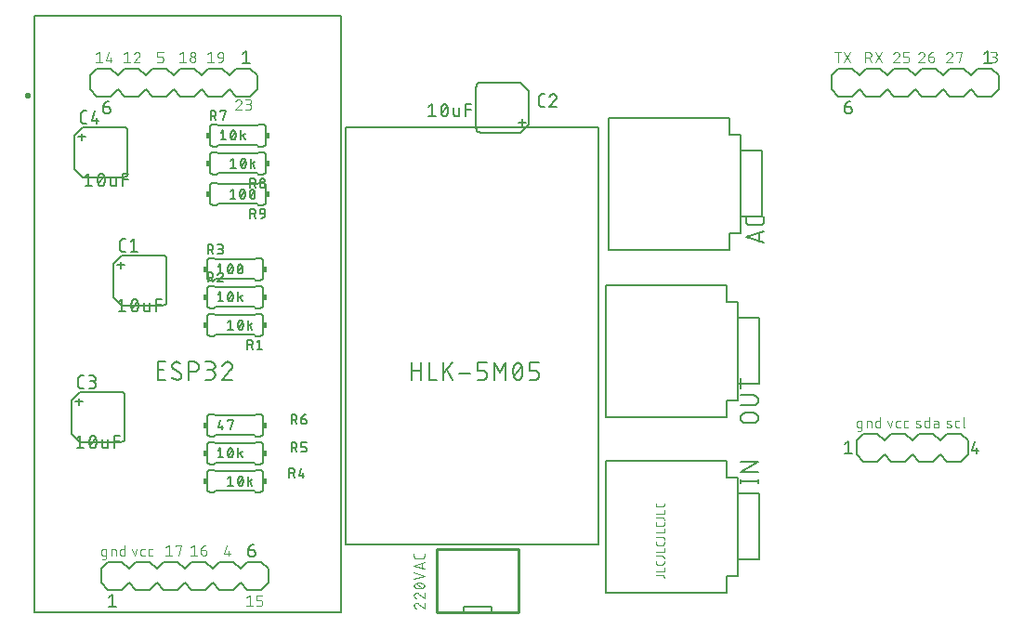
<source format=gbr>
G04 EAGLE Gerber RS-274X export*
G75*
%MOMM*%
%FSLAX34Y34*%
%LPD*%
%INSilkscreen Top*%
%IPPOS*%
%AMOC8*
5,1,8,0,0,1.08239X$1,22.5*%
G01*
%ADD10C,0.127000*%
%ADD11C,0.076200*%
%ADD12C,0.152400*%
%ADD13R,0.381000X0.508000*%
%ADD14C,0.280000*%
%ADD15C,0.254000*%
%ADD16C,0.200000*%


D10*
X346075Y216535D02*
X346075Y232029D01*
X346075Y225143D02*
X354683Y225143D01*
X354683Y232029D02*
X354683Y216535D01*
X361959Y216535D02*
X361959Y232029D01*
X361959Y216535D02*
X368845Y216535D01*
X375012Y216535D02*
X375012Y232029D01*
X383620Y232029D02*
X375012Y222560D01*
X378456Y226004D02*
X383620Y216535D01*
X389316Y222560D02*
X399645Y222560D01*
X406034Y216535D02*
X411198Y216535D01*
X411313Y216537D01*
X411428Y216543D01*
X411543Y216552D01*
X411657Y216566D01*
X411771Y216583D01*
X411884Y216604D01*
X411996Y216629D01*
X412108Y216657D01*
X412218Y216690D01*
X412327Y216726D01*
X412435Y216765D01*
X412542Y216808D01*
X412647Y216855D01*
X412751Y216905D01*
X412853Y216959D01*
X412953Y217016D01*
X413051Y217076D01*
X413147Y217139D01*
X413240Y217206D01*
X413332Y217276D01*
X413421Y217349D01*
X413508Y217425D01*
X413592Y217503D01*
X413673Y217584D01*
X413752Y217669D01*
X413827Y217755D01*
X413900Y217844D01*
X413970Y217936D01*
X414037Y218029D01*
X414100Y218125D01*
X414160Y218223D01*
X414217Y218323D01*
X414271Y218425D01*
X414321Y218529D01*
X414368Y218634D01*
X414411Y218741D01*
X414451Y218849D01*
X414486Y218958D01*
X414519Y219068D01*
X414547Y219180D01*
X414572Y219292D01*
X414593Y219405D01*
X414610Y219519D01*
X414624Y219633D01*
X414633Y219748D01*
X414639Y219863D01*
X414641Y219978D01*
X414641Y221700D01*
X414639Y221815D01*
X414633Y221930D01*
X414624Y222045D01*
X414610Y222159D01*
X414593Y222273D01*
X414572Y222386D01*
X414547Y222498D01*
X414519Y222610D01*
X414486Y222720D01*
X414450Y222829D01*
X414411Y222937D01*
X414368Y223044D01*
X414321Y223149D01*
X414271Y223253D01*
X414217Y223355D01*
X414160Y223455D01*
X414100Y223553D01*
X414037Y223649D01*
X413970Y223742D01*
X413900Y223834D01*
X413827Y223923D01*
X413752Y224010D01*
X413673Y224094D01*
X413592Y224175D01*
X413508Y224254D01*
X413421Y224329D01*
X413332Y224402D01*
X413240Y224472D01*
X413147Y224539D01*
X413051Y224602D01*
X412953Y224662D01*
X412853Y224719D01*
X412751Y224773D01*
X412647Y224823D01*
X412542Y224870D01*
X412435Y224913D01*
X412327Y224952D01*
X412218Y224988D01*
X412108Y225021D01*
X411996Y225049D01*
X411884Y225074D01*
X411771Y225095D01*
X411657Y225112D01*
X411543Y225126D01*
X411428Y225135D01*
X411313Y225141D01*
X411198Y225143D01*
X406034Y225143D01*
X406034Y232029D01*
X414641Y232029D01*
X421525Y232029D02*
X421525Y216535D01*
X426690Y223421D02*
X421525Y232029D01*
X426690Y223421D02*
X431855Y232029D01*
X431855Y216535D01*
X438738Y224282D02*
X438742Y224587D01*
X438753Y224891D01*
X438771Y225196D01*
X438796Y225499D01*
X438829Y225802D01*
X438869Y226105D01*
X438916Y226406D01*
X438970Y226706D01*
X439032Y227004D01*
X439100Y227301D01*
X439176Y227597D01*
X439258Y227890D01*
X439348Y228181D01*
X439445Y228470D01*
X439548Y228757D01*
X439658Y229041D01*
X439775Y229323D01*
X439899Y229601D01*
X440029Y229877D01*
X440067Y229980D01*
X440107Y230082D01*
X440152Y230182D01*
X440200Y230281D01*
X440251Y230378D01*
X440305Y230473D01*
X440363Y230567D01*
X440424Y230658D01*
X440488Y230747D01*
X440555Y230834D01*
X440625Y230918D01*
X440698Y231001D01*
X440774Y231080D01*
X440852Y231157D01*
X440933Y231231D01*
X441017Y231302D01*
X441103Y231370D01*
X441191Y231436D01*
X441281Y231498D01*
X441374Y231557D01*
X441468Y231613D01*
X441564Y231666D01*
X441662Y231715D01*
X441762Y231761D01*
X441863Y231803D01*
X441966Y231842D01*
X442070Y231877D01*
X442175Y231909D01*
X442281Y231937D01*
X442388Y231961D01*
X442496Y231982D01*
X442604Y231999D01*
X442713Y232012D01*
X442823Y232021D01*
X442932Y232027D01*
X443042Y232029D01*
X443152Y232027D01*
X443261Y232021D01*
X443371Y232012D01*
X443480Y231999D01*
X443588Y231982D01*
X443696Y231961D01*
X443803Y231937D01*
X443909Y231909D01*
X444014Y231877D01*
X444118Y231842D01*
X444221Y231803D01*
X444322Y231761D01*
X444422Y231715D01*
X444520Y231666D01*
X444616Y231613D01*
X444710Y231557D01*
X444803Y231498D01*
X444893Y231436D01*
X444981Y231370D01*
X445067Y231302D01*
X445151Y231231D01*
X445232Y231157D01*
X445310Y231080D01*
X445386Y231000D01*
X445459Y230918D01*
X445529Y230834D01*
X445596Y230747D01*
X445660Y230658D01*
X445721Y230567D01*
X445779Y230473D01*
X445833Y230378D01*
X445884Y230281D01*
X445932Y230182D01*
X445977Y230082D01*
X446017Y229980D01*
X446055Y229877D01*
X446185Y229601D01*
X446309Y229323D01*
X446426Y229041D01*
X446536Y228757D01*
X446639Y228470D01*
X446736Y228181D01*
X446826Y227890D01*
X446908Y227597D01*
X446984Y227301D01*
X447052Y227004D01*
X447114Y226706D01*
X447168Y226406D01*
X447215Y226105D01*
X447255Y225802D01*
X447288Y225499D01*
X447313Y225196D01*
X447331Y224891D01*
X447342Y224587D01*
X447346Y224282D01*
X438739Y224282D02*
X438743Y223977D01*
X438754Y223673D01*
X438772Y223368D01*
X438797Y223065D01*
X438830Y222762D01*
X438870Y222459D01*
X438917Y222158D01*
X438971Y221858D01*
X439033Y221560D01*
X439101Y221263D01*
X439177Y220967D01*
X439259Y220674D01*
X439349Y220383D01*
X439446Y220094D01*
X439549Y219807D01*
X439659Y219523D01*
X439776Y219241D01*
X439900Y218963D01*
X440030Y218687D01*
X440029Y218687D02*
X440067Y218584D01*
X440107Y218482D01*
X440152Y218382D01*
X440200Y218283D01*
X440251Y218186D01*
X440305Y218091D01*
X440363Y217997D01*
X440424Y217906D01*
X440488Y217817D01*
X440555Y217730D01*
X440625Y217645D01*
X440698Y217563D01*
X440774Y217484D01*
X440852Y217407D01*
X440933Y217333D01*
X441017Y217262D01*
X441103Y217194D01*
X441191Y217128D01*
X441281Y217066D01*
X441374Y217007D01*
X441468Y216951D01*
X441564Y216898D01*
X441663Y216849D01*
X441762Y216803D01*
X441863Y216761D01*
X441966Y216722D01*
X442070Y216687D01*
X442175Y216655D01*
X442281Y216627D01*
X442388Y216603D01*
X442496Y216582D01*
X442604Y216565D01*
X442713Y216552D01*
X442823Y216543D01*
X442932Y216537D01*
X443042Y216535D01*
X446055Y218687D02*
X446185Y218963D01*
X446309Y219241D01*
X446426Y219523D01*
X446536Y219807D01*
X446639Y220094D01*
X446736Y220383D01*
X446826Y220674D01*
X446908Y220967D01*
X446984Y221263D01*
X447052Y221560D01*
X447114Y221858D01*
X447168Y222158D01*
X447215Y222459D01*
X447255Y222762D01*
X447288Y223065D01*
X447313Y223368D01*
X447331Y223673D01*
X447342Y223977D01*
X447346Y224282D01*
X446055Y218687D02*
X446017Y218584D01*
X445977Y218482D01*
X445932Y218382D01*
X445884Y218283D01*
X445833Y218186D01*
X445779Y218091D01*
X445721Y217997D01*
X445660Y217906D01*
X445596Y217817D01*
X445529Y217730D01*
X445459Y217646D01*
X445386Y217563D01*
X445310Y217484D01*
X445232Y217407D01*
X445151Y217333D01*
X445067Y217262D01*
X444981Y217194D01*
X444893Y217128D01*
X444803Y217066D01*
X444710Y217007D01*
X444616Y216951D01*
X444520Y216898D01*
X444422Y216849D01*
X444322Y216803D01*
X444221Y216761D01*
X444118Y216722D01*
X444014Y216687D01*
X443909Y216655D01*
X443803Y216627D01*
X443696Y216603D01*
X443588Y216582D01*
X443480Y216565D01*
X443371Y216552D01*
X443261Y216543D01*
X443152Y216537D01*
X443042Y216535D01*
X439599Y219978D02*
X446485Y228586D01*
X453604Y216535D02*
X458769Y216535D01*
X458884Y216537D01*
X458999Y216543D01*
X459114Y216552D01*
X459228Y216566D01*
X459342Y216583D01*
X459455Y216604D01*
X459567Y216629D01*
X459679Y216657D01*
X459789Y216690D01*
X459898Y216726D01*
X460006Y216765D01*
X460113Y216808D01*
X460218Y216855D01*
X460322Y216905D01*
X460424Y216959D01*
X460524Y217016D01*
X460622Y217076D01*
X460718Y217139D01*
X460811Y217206D01*
X460903Y217276D01*
X460992Y217349D01*
X461079Y217425D01*
X461163Y217503D01*
X461244Y217584D01*
X461323Y217669D01*
X461398Y217755D01*
X461471Y217844D01*
X461541Y217936D01*
X461608Y218029D01*
X461671Y218125D01*
X461731Y218223D01*
X461788Y218323D01*
X461842Y218425D01*
X461892Y218529D01*
X461939Y218634D01*
X461982Y218741D01*
X462022Y218849D01*
X462057Y218958D01*
X462090Y219068D01*
X462118Y219180D01*
X462143Y219292D01*
X462164Y219405D01*
X462181Y219519D01*
X462195Y219633D01*
X462204Y219748D01*
X462210Y219863D01*
X462212Y219978D01*
X462212Y221700D01*
X462210Y221815D01*
X462204Y221930D01*
X462195Y222045D01*
X462181Y222159D01*
X462164Y222273D01*
X462143Y222386D01*
X462118Y222498D01*
X462090Y222610D01*
X462057Y222720D01*
X462021Y222829D01*
X461982Y222937D01*
X461939Y223044D01*
X461892Y223149D01*
X461842Y223253D01*
X461788Y223355D01*
X461731Y223455D01*
X461671Y223553D01*
X461608Y223649D01*
X461541Y223742D01*
X461471Y223834D01*
X461398Y223923D01*
X461323Y224010D01*
X461244Y224094D01*
X461163Y224175D01*
X461079Y224254D01*
X460992Y224329D01*
X460903Y224402D01*
X460811Y224472D01*
X460718Y224539D01*
X460622Y224602D01*
X460524Y224662D01*
X460424Y224719D01*
X460322Y224773D01*
X460218Y224823D01*
X460113Y224870D01*
X460006Y224913D01*
X459898Y224952D01*
X459789Y224988D01*
X459679Y225021D01*
X459567Y225049D01*
X459455Y225074D01*
X459342Y225095D01*
X459228Y225112D01*
X459114Y225126D01*
X458999Y225135D01*
X458884Y225141D01*
X458769Y225143D01*
X453604Y225143D01*
X453604Y232029D01*
X462212Y232029D01*
D11*
X753787Y173101D02*
X756398Y173101D01*
X753787Y173101D02*
X753710Y173103D01*
X753634Y173109D01*
X753557Y173118D01*
X753481Y173131D01*
X753406Y173148D01*
X753332Y173168D01*
X753259Y173193D01*
X753188Y173220D01*
X753117Y173251D01*
X753049Y173286D01*
X752982Y173324D01*
X752917Y173365D01*
X752854Y173409D01*
X752794Y173456D01*
X752735Y173507D01*
X752680Y173560D01*
X752627Y173615D01*
X752576Y173674D01*
X752529Y173734D01*
X752485Y173797D01*
X752444Y173862D01*
X752406Y173929D01*
X752371Y173997D01*
X752340Y174068D01*
X752313Y174139D01*
X752288Y174212D01*
X752268Y174286D01*
X752251Y174361D01*
X752238Y174437D01*
X752229Y174514D01*
X752223Y174590D01*
X752221Y174667D01*
X752221Y177800D01*
X752223Y177877D01*
X752229Y177953D01*
X752238Y178030D01*
X752251Y178106D01*
X752268Y178181D01*
X752288Y178255D01*
X752313Y178328D01*
X752340Y178399D01*
X752371Y178470D01*
X752406Y178538D01*
X752444Y178605D01*
X752485Y178670D01*
X752529Y178733D01*
X752576Y178793D01*
X752627Y178852D01*
X752680Y178907D01*
X752735Y178960D01*
X752794Y179011D01*
X752854Y179058D01*
X752917Y179102D01*
X752982Y179143D01*
X753049Y179181D01*
X753117Y179216D01*
X753188Y179247D01*
X753259Y179274D01*
X753332Y179299D01*
X753406Y179319D01*
X753481Y179336D01*
X753557Y179349D01*
X753634Y179358D01*
X753710Y179364D01*
X753787Y179366D01*
X756398Y179366D01*
X756398Y171535D01*
X756396Y171458D01*
X756390Y171382D01*
X756381Y171305D01*
X756368Y171229D01*
X756351Y171154D01*
X756331Y171080D01*
X756306Y171007D01*
X756279Y170936D01*
X756248Y170865D01*
X756213Y170797D01*
X756175Y170730D01*
X756134Y170665D01*
X756090Y170602D01*
X756043Y170542D01*
X755992Y170483D01*
X755939Y170428D01*
X755884Y170375D01*
X755825Y170324D01*
X755765Y170277D01*
X755702Y170233D01*
X755637Y170192D01*
X755570Y170154D01*
X755502Y170119D01*
X755431Y170088D01*
X755360Y170061D01*
X755287Y170036D01*
X755213Y170016D01*
X755138Y169999D01*
X755062Y169986D01*
X754986Y169977D01*
X754909Y169971D01*
X754832Y169969D01*
X754832Y169968D02*
X752743Y169968D01*
X760801Y173101D02*
X760801Y179366D01*
X763412Y179366D01*
X763489Y179364D01*
X763565Y179358D01*
X763642Y179349D01*
X763718Y179336D01*
X763793Y179319D01*
X763867Y179299D01*
X763940Y179274D01*
X764011Y179247D01*
X764082Y179216D01*
X764150Y179181D01*
X764217Y179143D01*
X764282Y179102D01*
X764345Y179058D01*
X764405Y179011D01*
X764464Y178960D01*
X764519Y178907D01*
X764572Y178852D01*
X764623Y178793D01*
X764670Y178733D01*
X764714Y178670D01*
X764755Y178605D01*
X764793Y178538D01*
X764828Y178470D01*
X764859Y178399D01*
X764886Y178328D01*
X764911Y178255D01*
X764931Y178181D01*
X764948Y178106D01*
X764961Y178030D01*
X764970Y177954D01*
X764976Y177877D01*
X764978Y177800D01*
X764978Y173101D01*
X773162Y173101D02*
X773162Y182499D01*
X773162Y173101D02*
X770551Y173101D01*
X770474Y173103D01*
X770398Y173109D01*
X770321Y173118D01*
X770245Y173131D01*
X770170Y173148D01*
X770096Y173168D01*
X770023Y173193D01*
X769952Y173220D01*
X769881Y173251D01*
X769813Y173286D01*
X769746Y173324D01*
X769681Y173365D01*
X769618Y173409D01*
X769558Y173456D01*
X769499Y173507D01*
X769444Y173560D01*
X769391Y173615D01*
X769340Y173674D01*
X769293Y173734D01*
X769249Y173797D01*
X769208Y173862D01*
X769170Y173929D01*
X769135Y173997D01*
X769104Y174068D01*
X769077Y174139D01*
X769052Y174212D01*
X769032Y174286D01*
X769015Y174361D01*
X769002Y174437D01*
X768993Y174514D01*
X768987Y174590D01*
X768985Y174667D01*
X768985Y177800D01*
X768987Y177877D01*
X768993Y177953D01*
X769002Y178030D01*
X769015Y178106D01*
X769032Y178181D01*
X769052Y178255D01*
X769077Y178328D01*
X769104Y178399D01*
X769135Y178470D01*
X769170Y178538D01*
X769208Y178605D01*
X769249Y178670D01*
X769293Y178733D01*
X769340Y178793D01*
X769391Y178852D01*
X769444Y178907D01*
X769499Y178960D01*
X769558Y179011D01*
X769618Y179058D01*
X769681Y179102D01*
X769746Y179143D01*
X769813Y179181D01*
X769881Y179216D01*
X769952Y179247D01*
X770023Y179274D01*
X770096Y179299D01*
X770170Y179319D01*
X770245Y179336D01*
X770321Y179349D01*
X770398Y179358D01*
X770474Y179364D01*
X770551Y179366D01*
X773162Y179366D01*
X780161Y179366D02*
X782249Y173101D01*
X784338Y179366D01*
X789358Y173101D02*
X791446Y173101D01*
X789358Y173101D02*
X789281Y173103D01*
X789205Y173109D01*
X789128Y173118D01*
X789052Y173131D01*
X788977Y173148D01*
X788903Y173168D01*
X788830Y173193D01*
X788759Y173220D01*
X788688Y173251D01*
X788620Y173286D01*
X788553Y173324D01*
X788488Y173365D01*
X788425Y173409D01*
X788365Y173456D01*
X788306Y173507D01*
X788251Y173560D01*
X788198Y173615D01*
X788147Y173674D01*
X788100Y173734D01*
X788056Y173797D01*
X788015Y173862D01*
X787977Y173929D01*
X787942Y173997D01*
X787911Y174068D01*
X787884Y174139D01*
X787859Y174212D01*
X787839Y174286D01*
X787822Y174361D01*
X787809Y174437D01*
X787800Y174514D01*
X787794Y174590D01*
X787792Y174667D01*
X787791Y174667D02*
X787791Y177800D01*
X787792Y177800D02*
X787794Y177877D01*
X787800Y177953D01*
X787809Y178030D01*
X787822Y178106D01*
X787839Y178181D01*
X787859Y178255D01*
X787884Y178328D01*
X787911Y178399D01*
X787942Y178470D01*
X787977Y178538D01*
X788015Y178605D01*
X788056Y178670D01*
X788100Y178733D01*
X788147Y178793D01*
X788198Y178852D01*
X788251Y178907D01*
X788306Y178960D01*
X788365Y179011D01*
X788425Y179058D01*
X788488Y179102D01*
X788553Y179143D01*
X788620Y179181D01*
X788688Y179216D01*
X788759Y179247D01*
X788830Y179274D01*
X788903Y179299D01*
X788977Y179319D01*
X789052Y179336D01*
X789128Y179349D01*
X789205Y179358D01*
X789281Y179364D01*
X789358Y179366D01*
X791446Y179366D01*
X796368Y173101D02*
X798456Y173101D01*
X796368Y173101D02*
X796291Y173103D01*
X796215Y173109D01*
X796138Y173118D01*
X796062Y173131D01*
X795987Y173148D01*
X795913Y173168D01*
X795840Y173193D01*
X795769Y173220D01*
X795698Y173251D01*
X795630Y173286D01*
X795563Y173324D01*
X795498Y173365D01*
X795435Y173409D01*
X795375Y173456D01*
X795316Y173507D01*
X795261Y173560D01*
X795208Y173615D01*
X795157Y173674D01*
X795110Y173734D01*
X795066Y173797D01*
X795025Y173862D01*
X794987Y173929D01*
X794952Y173997D01*
X794921Y174068D01*
X794894Y174139D01*
X794869Y174212D01*
X794849Y174286D01*
X794832Y174361D01*
X794819Y174437D01*
X794810Y174514D01*
X794804Y174590D01*
X794802Y174667D01*
X794802Y177800D01*
X794804Y177877D01*
X794810Y177953D01*
X794819Y178030D01*
X794832Y178106D01*
X794849Y178181D01*
X794869Y178255D01*
X794894Y178328D01*
X794921Y178399D01*
X794952Y178470D01*
X794987Y178538D01*
X795025Y178605D01*
X795066Y178670D01*
X795110Y178733D01*
X795157Y178793D01*
X795208Y178852D01*
X795261Y178907D01*
X795316Y178960D01*
X795375Y179011D01*
X795435Y179058D01*
X795498Y179102D01*
X795563Y179143D01*
X795630Y179181D01*
X795698Y179216D01*
X795769Y179247D01*
X795840Y179274D01*
X795913Y179299D01*
X795987Y179319D01*
X796062Y179336D01*
X796138Y179349D01*
X796215Y179358D01*
X796291Y179364D01*
X796368Y179366D01*
X798456Y179366D01*
X806605Y176756D02*
X809216Y175712D01*
X806605Y176756D02*
X806539Y176784D01*
X806474Y176817D01*
X806411Y176852D01*
X806350Y176891D01*
X806291Y176933D01*
X806235Y176978D01*
X806181Y177026D01*
X806130Y177077D01*
X806081Y177130D01*
X806036Y177187D01*
X805993Y177245D01*
X805954Y177305D01*
X805917Y177368D01*
X805885Y177433D01*
X805856Y177499D01*
X805830Y177566D01*
X805808Y177635D01*
X805790Y177705D01*
X805775Y177776D01*
X805764Y177847D01*
X805757Y177919D01*
X805754Y177991D01*
X805755Y178063D01*
X805760Y178136D01*
X805768Y178207D01*
X805780Y178279D01*
X805796Y178349D01*
X805816Y178418D01*
X805840Y178487D01*
X805867Y178554D01*
X805897Y178619D01*
X805931Y178683D01*
X805969Y178745D01*
X806009Y178805D01*
X806053Y178862D01*
X806100Y178917D01*
X806150Y178970D01*
X806202Y179019D01*
X806257Y179066D01*
X806314Y179110D01*
X806374Y179151D01*
X806436Y179188D01*
X806500Y179223D01*
X806565Y179253D01*
X806632Y179281D01*
X806700Y179304D01*
X806770Y179324D01*
X806840Y179340D01*
X806911Y179353D01*
X806983Y179361D01*
X807055Y179366D01*
X807127Y179367D01*
X807128Y179366D02*
X807279Y179362D01*
X807430Y179354D01*
X807581Y179343D01*
X807732Y179327D01*
X807882Y179307D01*
X808032Y179284D01*
X808181Y179257D01*
X808329Y179226D01*
X808477Y179191D01*
X808623Y179153D01*
X808769Y179110D01*
X808913Y179064D01*
X809056Y179015D01*
X809198Y178962D01*
X809338Y178905D01*
X809477Y178844D01*
X809216Y175712D02*
X809282Y175684D01*
X809347Y175651D01*
X809410Y175616D01*
X809471Y175577D01*
X809530Y175535D01*
X809586Y175490D01*
X809640Y175442D01*
X809691Y175391D01*
X809740Y175338D01*
X809785Y175281D01*
X809828Y175223D01*
X809867Y175163D01*
X809904Y175100D01*
X809936Y175035D01*
X809965Y174969D01*
X809991Y174902D01*
X810013Y174833D01*
X810031Y174763D01*
X810046Y174692D01*
X810057Y174621D01*
X810064Y174549D01*
X810067Y174477D01*
X810066Y174405D01*
X810061Y174332D01*
X810053Y174261D01*
X810041Y174189D01*
X810025Y174119D01*
X810005Y174050D01*
X809981Y173981D01*
X809954Y173914D01*
X809924Y173849D01*
X809890Y173785D01*
X809852Y173723D01*
X809812Y173663D01*
X809768Y173606D01*
X809721Y173551D01*
X809671Y173498D01*
X809619Y173449D01*
X809564Y173402D01*
X809507Y173358D01*
X809447Y173317D01*
X809385Y173280D01*
X809321Y173245D01*
X809256Y173215D01*
X809189Y173187D01*
X809121Y173164D01*
X809051Y173144D01*
X808981Y173128D01*
X808910Y173115D01*
X808838Y173107D01*
X808766Y173102D01*
X808694Y173101D01*
X808484Y173106D01*
X808275Y173117D01*
X808066Y173132D01*
X807858Y173152D01*
X807650Y173178D01*
X807443Y173208D01*
X807236Y173243D01*
X807031Y173283D01*
X806826Y173327D01*
X806623Y173377D01*
X806420Y173431D01*
X806219Y173491D01*
X806020Y173554D01*
X805822Y173623D01*
X817878Y173101D02*
X817878Y182499D01*
X817878Y173101D02*
X815267Y173101D01*
X815190Y173103D01*
X815114Y173109D01*
X815037Y173118D01*
X814961Y173131D01*
X814886Y173148D01*
X814812Y173168D01*
X814739Y173193D01*
X814668Y173220D01*
X814597Y173251D01*
X814529Y173286D01*
X814462Y173324D01*
X814397Y173365D01*
X814334Y173409D01*
X814274Y173456D01*
X814215Y173507D01*
X814160Y173560D01*
X814107Y173615D01*
X814056Y173674D01*
X814009Y173734D01*
X813965Y173797D01*
X813924Y173862D01*
X813886Y173929D01*
X813851Y173997D01*
X813820Y174068D01*
X813793Y174139D01*
X813768Y174212D01*
X813748Y174286D01*
X813731Y174361D01*
X813718Y174437D01*
X813709Y174514D01*
X813703Y174590D01*
X813701Y174667D01*
X813701Y177800D01*
X813703Y177877D01*
X813709Y177953D01*
X813718Y178030D01*
X813731Y178106D01*
X813748Y178181D01*
X813768Y178255D01*
X813793Y178328D01*
X813820Y178399D01*
X813851Y178470D01*
X813886Y178538D01*
X813924Y178605D01*
X813965Y178670D01*
X814009Y178733D01*
X814056Y178793D01*
X814107Y178852D01*
X814160Y178907D01*
X814215Y178960D01*
X814274Y179011D01*
X814334Y179058D01*
X814397Y179102D01*
X814462Y179143D01*
X814529Y179181D01*
X814597Y179216D01*
X814668Y179247D01*
X814739Y179274D01*
X814812Y179299D01*
X814886Y179319D01*
X814961Y179336D01*
X815037Y179349D01*
X815114Y179358D01*
X815190Y179364D01*
X815267Y179366D01*
X817878Y179366D01*
X823758Y176756D02*
X826108Y176756D01*
X823758Y176755D02*
X823674Y176753D01*
X823589Y176747D01*
X823506Y176737D01*
X823422Y176724D01*
X823340Y176706D01*
X823258Y176685D01*
X823177Y176660D01*
X823098Y176632D01*
X823020Y176599D01*
X822944Y176563D01*
X822869Y176524D01*
X822796Y176481D01*
X822725Y176435D01*
X822657Y176386D01*
X822591Y176334D01*
X822527Y176278D01*
X822466Y176220D01*
X822408Y176159D01*
X822352Y176095D01*
X822300Y176029D01*
X822251Y175961D01*
X822205Y175890D01*
X822162Y175817D01*
X822123Y175742D01*
X822087Y175666D01*
X822054Y175588D01*
X822026Y175509D01*
X822001Y175428D01*
X821980Y175346D01*
X821962Y175264D01*
X821949Y175180D01*
X821939Y175097D01*
X821933Y175012D01*
X821931Y174928D01*
X821933Y174844D01*
X821939Y174759D01*
X821949Y174676D01*
X821962Y174592D01*
X821980Y174510D01*
X822001Y174428D01*
X822026Y174347D01*
X822054Y174268D01*
X822087Y174190D01*
X822123Y174114D01*
X822162Y174039D01*
X822205Y173966D01*
X822251Y173895D01*
X822300Y173827D01*
X822352Y173761D01*
X822408Y173697D01*
X822466Y173636D01*
X822527Y173578D01*
X822591Y173522D01*
X822657Y173470D01*
X822725Y173421D01*
X822796Y173375D01*
X822869Y173332D01*
X822944Y173293D01*
X823020Y173257D01*
X823098Y173224D01*
X823177Y173196D01*
X823258Y173171D01*
X823340Y173150D01*
X823422Y173132D01*
X823506Y173119D01*
X823589Y173109D01*
X823674Y173103D01*
X823758Y173101D01*
X826108Y173101D01*
X826108Y177800D01*
X826107Y177800D02*
X826105Y177877D01*
X826099Y177953D01*
X826090Y178030D01*
X826077Y178106D01*
X826060Y178181D01*
X826040Y178255D01*
X826015Y178328D01*
X825988Y178399D01*
X825957Y178470D01*
X825922Y178538D01*
X825884Y178605D01*
X825843Y178670D01*
X825799Y178733D01*
X825752Y178793D01*
X825701Y178852D01*
X825648Y178907D01*
X825593Y178960D01*
X825534Y179011D01*
X825474Y179058D01*
X825411Y179102D01*
X825346Y179143D01*
X825279Y179181D01*
X825211Y179216D01*
X825140Y179247D01*
X825069Y179274D01*
X824996Y179299D01*
X824922Y179319D01*
X824847Y179336D01*
X824771Y179349D01*
X824694Y179358D01*
X824618Y179364D01*
X824541Y179366D01*
X822453Y179366D01*
X834545Y176756D02*
X837156Y175712D01*
X834545Y176756D02*
X834479Y176784D01*
X834414Y176817D01*
X834351Y176852D01*
X834290Y176891D01*
X834231Y176933D01*
X834175Y176978D01*
X834121Y177026D01*
X834070Y177077D01*
X834021Y177130D01*
X833976Y177187D01*
X833933Y177245D01*
X833894Y177305D01*
X833857Y177368D01*
X833825Y177433D01*
X833796Y177499D01*
X833770Y177566D01*
X833748Y177635D01*
X833730Y177705D01*
X833715Y177776D01*
X833704Y177847D01*
X833697Y177919D01*
X833694Y177991D01*
X833695Y178063D01*
X833700Y178136D01*
X833708Y178207D01*
X833720Y178279D01*
X833736Y178349D01*
X833756Y178418D01*
X833780Y178487D01*
X833807Y178554D01*
X833837Y178619D01*
X833871Y178683D01*
X833909Y178745D01*
X833949Y178805D01*
X833993Y178862D01*
X834040Y178917D01*
X834090Y178970D01*
X834142Y179019D01*
X834197Y179066D01*
X834254Y179110D01*
X834314Y179151D01*
X834376Y179188D01*
X834440Y179223D01*
X834505Y179253D01*
X834572Y179281D01*
X834640Y179304D01*
X834710Y179324D01*
X834780Y179340D01*
X834851Y179353D01*
X834923Y179361D01*
X834995Y179366D01*
X835067Y179367D01*
X835068Y179366D02*
X835219Y179362D01*
X835370Y179354D01*
X835521Y179343D01*
X835672Y179327D01*
X835822Y179307D01*
X835972Y179284D01*
X836121Y179257D01*
X836269Y179226D01*
X836417Y179191D01*
X836563Y179153D01*
X836709Y179110D01*
X836853Y179064D01*
X836996Y179015D01*
X837138Y178962D01*
X837278Y178905D01*
X837417Y178844D01*
X837156Y175712D02*
X837222Y175684D01*
X837287Y175651D01*
X837350Y175616D01*
X837411Y175577D01*
X837470Y175535D01*
X837526Y175490D01*
X837580Y175442D01*
X837631Y175391D01*
X837680Y175338D01*
X837725Y175281D01*
X837768Y175223D01*
X837807Y175163D01*
X837844Y175100D01*
X837876Y175035D01*
X837905Y174969D01*
X837931Y174902D01*
X837953Y174833D01*
X837971Y174763D01*
X837986Y174692D01*
X837997Y174621D01*
X838004Y174549D01*
X838007Y174477D01*
X838006Y174405D01*
X838001Y174332D01*
X837993Y174261D01*
X837981Y174189D01*
X837965Y174119D01*
X837945Y174050D01*
X837921Y173981D01*
X837894Y173914D01*
X837864Y173849D01*
X837830Y173785D01*
X837792Y173723D01*
X837752Y173663D01*
X837708Y173606D01*
X837661Y173551D01*
X837611Y173498D01*
X837559Y173449D01*
X837504Y173402D01*
X837447Y173358D01*
X837387Y173317D01*
X837325Y173280D01*
X837261Y173245D01*
X837196Y173215D01*
X837129Y173187D01*
X837061Y173164D01*
X836991Y173144D01*
X836921Y173128D01*
X836850Y173115D01*
X836778Y173107D01*
X836706Y173102D01*
X836634Y173101D01*
X836424Y173106D01*
X836215Y173117D01*
X836006Y173132D01*
X835798Y173152D01*
X835590Y173178D01*
X835383Y173208D01*
X835176Y173243D01*
X834971Y173283D01*
X834766Y173327D01*
X834563Y173377D01*
X834360Y173431D01*
X834159Y173491D01*
X833960Y173554D01*
X833762Y173623D01*
X843263Y173101D02*
X845352Y173101D01*
X843263Y173101D02*
X843186Y173103D01*
X843110Y173109D01*
X843033Y173118D01*
X842957Y173131D01*
X842882Y173148D01*
X842808Y173168D01*
X842735Y173193D01*
X842664Y173220D01*
X842593Y173251D01*
X842525Y173286D01*
X842458Y173324D01*
X842393Y173365D01*
X842330Y173409D01*
X842270Y173456D01*
X842211Y173507D01*
X842156Y173560D01*
X842103Y173615D01*
X842052Y173674D01*
X842005Y173734D01*
X841961Y173797D01*
X841920Y173862D01*
X841882Y173929D01*
X841847Y173997D01*
X841816Y174068D01*
X841789Y174139D01*
X841764Y174212D01*
X841744Y174286D01*
X841727Y174361D01*
X841714Y174437D01*
X841705Y174514D01*
X841699Y174590D01*
X841697Y174667D01*
X841697Y177800D01*
X841699Y177877D01*
X841705Y177953D01*
X841714Y178030D01*
X841727Y178106D01*
X841744Y178181D01*
X841764Y178255D01*
X841789Y178328D01*
X841816Y178399D01*
X841847Y178470D01*
X841882Y178538D01*
X841920Y178605D01*
X841961Y178670D01*
X842005Y178733D01*
X842052Y178793D01*
X842103Y178852D01*
X842156Y178907D01*
X842211Y178960D01*
X842270Y179011D01*
X842330Y179058D01*
X842393Y179102D01*
X842458Y179143D01*
X842525Y179181D01*
X842593Y179216D01*
X842664Y179247D01*
X842735Y179274D01*
X842808Y179299D01*
X842882Y179319D01*
X842957Y179336D01*
X843033Y179349D01*
X843110Y179358D01*
X843186Y179364D01*
X843263Y179366D01*
X845352Y179366D01*
X848823Y182499D02*
X848823Y174667D01*
X848825Y174590D01*
X848831Y174514D01*
X848840Y174437D01*
X848853Y174361D01*
X848870Y174286D01*
X848890Y174212D01*
X848915Y174139D01*
X848942Y174068D01*
X848973Y173997D01*
X849008Y173929D01*
X849046Y173862D01*
X849087Y173797D01*
X849131Y173734D01*
X849178Y173674D01*
X849229Y173615D01*
X849282Y173560D01*
X849337Y173507D01*
X849396Y173456D01*
X849456Y173409D01*
X849519Y173365D01*
X849584Y173324D01*
X849651Y173286D01*
X849719Y173251D01*
X849790Y173220D01*
X849861Y173193D01*
X849934Y173168D01*
X850008Y173148D01*
X850083Y173131D01*
X850159Y173118D01*
X850236Y173109D01*
X850312Y173103D01*
X850389Y173101D01*
D12*
X122287Y216662D02*
X115062Y216662D01*
X115062Y232918D01*
X122287Y232918D01*
X120481Y225693D02*
X115062Y225693D01*
X132956Y216662D02*
X133074Y216664D01*
X133192Y216670D01*
X133310Y216679D01*
X133427Y216693D01*
X133544Y216710D01*
X133661Y216731D01*
X133776Y216756D01*
X133891Y216785D01*
X134005Y216818D01*
X134117Y216854D01*
X134228Y216894D01*
X134338Y216937D01*
X134447Y216984D01*
X134554Y217034D01*
X134659Y217089D01*
X134762Y217146D01*
X134863Y217207D01*
X134963Y217271D01*
X135060Y217338D01*
X135155Y217408D01*
X135247Y217482D01*
X135338Y217558D01*
X135425Y217638D01*
X135510Y217720D01*
X135592Y217805D01*
X135672Y217892D01*
X135748Y217983D01*
X135822Y218075D01*
X135892Y218170D01*
X135959Y218267D01*
X136023Y218367D01*
X136084Y218468D01*
X136141Y218571D01*
X136196Y218676D01*
X136246Y218783D01*
X136293Y218892D01*
X136336Y219002D01*
X136376Y219113D01*
X136412Y219225D01*
X136445Y219339D01*
X136474Y219454D01*
X136499Y219569D01*
X136520Y219686D01*
X136537Y219803D01*
X136551Y219920D01*
X136560Y220038D01*
X136566Y220156D01*
X136568Y220274D01*
X132956Y216662D02*
X132773Y216664D01*
X132591Y216671D01*
X132409Y216682D01*
X132227Y216697D01*
X132045Y216717D01*
X131864Y216740D01*
X131684Y216769D01*
X131504Y216801D01*
X131325Y216838D01*
X131148Y216879D01*
X130971Y216925D01*
X130795Y216974D01*
X130621Y217028D01*
X130447Y217086D01*
X130276Y217148D01*
X130106Y217214D01*
X129937Y217285D01*
X129770Y217359D01*
X129605Y217437D01*
X129442Y217519D01*
X129281Y217605D01*
X129122Y217695D01*
X128965Y217789D01*
X128811Y217886D01*
X128659Y217987D01*
X128509Y218092D01*
X128362Y218200D01*
X128218Y218311D01*
X128076Y218426D01*
X127937Y218545D01*
X127801Y218667D01*
X127668Y218792D01*
X127538Y218920D01*
X127989Y229306D02*
X127991Y229424D01*
X127997Y229542D01*
X128006Y229660D01*
X128020Y229777D01*
X128037Y229894D01*
X128058Y230011D01*
X128083Y230126D01*
X128112Y230241D01*
X128145Y230355D01*
X128181Y230467D01*
X128221Y230578D01*
X128264Y230688D01*
X128311Y230797D01*
X128361Y230904D01*
X128416Y231009D01*
X128473Y231112D01*
X128534Y231213D01*
X128598Y231313D01*
X128665Y231410D01*
X128735Y231505D01*
X128809Y231597D01*
X128885Y231688D01*
X128965Y231775D01*
X129047Y231860D01*
X129132Y231942D01*
X129219Y232022D01*
X129310Y232098D01*
X129402Y232172D01*
X129497Y232242D01*
X129594Y232309D01*
X129694Y232373D01*
X129795Y232434D01*
X129898Y232492D01*
X130003Y232546D01*
X130110Y232596D01*
X130219Y232643D01*
X130329Y232687D01*
X130440Y232726D01*
X130553Y232762D01*
X130666Y232795D01*
X130781Y232824D01*
X130896Y232849D01*
X131013Y232870D01*
X131130Y232887D01*
X131247Y232901D01*
X131365Y232910D01*
X131483Y232916D01*
X131601Y232918D01*
X131762Y232916D01*
X131924Y232910D01*
X132085Y232901D01*
X132246Y232887D01*
X132406Y232870D01*
X132566Y232849D01*
X132726Y232824D01*
X132885Y232795D01*
X133043Y232763D01*
X133200Y232727D01*
X133356Y232687D01*
X133512Y232643D01*
X133666Y232595D01*
X133819Y232544D01*
X133971Y232490D01*
X134122Y232431D01*
X134271Y232370D01*
X134418Y232304D01*
X134564Y232235D01*
X134709Y232163D01*
X134851Y232087D01*
X134992Y232008D01*
X135131Y231926D01*
X135267Y231840D01*
X135402Y231751D01*
X135535Y231659D01*
X135665Y231563D01*
X129795Y226145D02*
X129694Y226207D01*
X129594Y226272D01*
X129497Y226341D01*
X129402Y226413D01*
X129309Y226487D01*
X129219Y226565D01*
X129131Y226646D01*
X129046Y226729D01*
X128964Y226815D01*
X128885Y226904D01*
X128808Y226995D01*
X128735Y227089D01*
X128664Y227185D01*
X128597Y227283D01*
X128533Y227383D01*
X128472Y227486D01*
X128415Y227590D01*
X128361Y227696D01*
X128311Y227804D01*
X128264Y227913D01*
X128220Y228024D01*
X128180Y228136D01*
X128144Y228250D01*
X128112Y228364D01*
X128083Y228480D01*
X128058Y228596D01*
X128037Y228713D01*
X128020Y228831D01*
X128006Y228949D01*
X127997Y229068D01*
X127991Y229187D01*
X127989Y229306D01*
X134762Y223435D02*
X134863Y223373D01*
X134963Y223308D01*
X135060Y223239D01*
X135155Y223167D01*
X135248Y223093D01*
X135338Y223015D01*
X135426Y222934D01*
X135511Y222851D01*
X135593Y222765D01*
X135672Y222676D01*
X135749Y222585D01*
X135822Y222491D01*
X135893Y222395D01*
X135960Y222297D01*
X136024Y222197D01*
X136085Y222094D01*
X136142Y221990D01*
X136196Y221884D01*
X136246Y221776D01*
X136293Y221667D01*
X136337Y221556D01*
X136377Y221444D01*
X136413Y221330D01*
X136445Y221216D01*
X136474Y221100D01*
X136499Y220984D01*
X136520Y220867D01*
X136537Y220749D01*
X136551Y220631D01*
X136560Y220512D01*
X136566Y220393D01*
X136568Y220274D01*
X134762Y223435D02*
X129795Y226145D01*
X143379Y232918D02*
X143379Y216662D01*
X143379Y232918D02*
X147895Y232918D01*
X148028Y232916D01*
X148160Y232910D01*
X148292Y232900D01*
X148424Y232887D01*
X148556Y232869D01*
X148686Y232848D01*
X148817Y232823D01*
X148946Y232794D01*
X149074Y232761D01*
X149202Y232725D01*
X149328Y232685D01*
X149453Y232641D01*
X149577Y232593D01*
X149699Y232542D01*
X149820Y232487D01*
X149939Y232429D01*
X150057Y232367D01*
X150172Y232302D01*
X150286Y232233D01*
X150397Y232162D01*
X150506Y232086D01*
X150613Y232008D01*
X150718Y231927D01*
X150820Y231842D01*
X150920Y231755D01*
X151017Y231665D01*
X151112Y231572D01*
X151203Y231476D01*
X151292Y231378D01*
X151378Y231277D01*
X151461Y231173D01*
X151541Y231067D01*
X151617Y230959D01*
X151691Y230849D01*
X151761Y230736D01*
X151828Y230622D01*
X151891Y230505D01*
X151951Y230387D01*
X152008Y230267D01*
X152061Y230145D01*
X152110Y230022D01*
X152156Y229898D01*
X152198Y229772D01*
X152236Y229645D01*
X152271Y229517D01*
X152302Y229388D01*
X152329Y229259D01*
X152352Y229128D01*
X152372Y228997D01*
X152387Y228865D01*
X152399Y228733D01*
X152407Y228601D01*
X152411Y228468D01*
X152411Y228336D01*
X152407Y228203D01*
X152399Y228071D01*
X152387Y227939D01*
X152372Y227807D01*
X152352Y227676D01*
X152329Y227545D01*
X152302Y227416D01*
X152271Y227287D01*
X152236Y227159D01*
X152198Y227032D01*
X152156Y226906D01*
X152110Y226782D01*
X152061Y226659D01*
X152008Y226537D01*
X151951Y226417D01*
X151891Y226299D01*
X151828Y226182D01*
X151761Y226068D01*
X151691Y225955D01*
X151617Y225845D01*
X151541Y225737D01*
X151461Y225631D01*
X151378Y225527D01*
X151292Y225426D01*
X151203Y225328D01*
X151112Y225232D01*
X151017Y225139D01*
X150920Y225049D01*
X150820Y224962D01*
X150718Y224877D01*
X150613Y224796D01*
X150506Y224718D01*
X150397Y224642D01*
X150286Y224571D01*
X150172Y224502D01*
X150057Y224437D01*
X149939Y224375D01*
X149820Y224317D01*
X149699Y224262D01*
X149577Y224211D01*
X149453Y224163D01*
X149328Y224119D01*
X149202Y224079D01*
X149074Y224043D01*
X148946Y224010D01*
X148817Y223981D01*
X148686Y223956D01*
X148556Y223935D01*
X148424Y223917D01*
X148292Y223904D01*
X148160Y223894D01*
X148028Y223888D01*
X147895Y223886D01*
X147895Y223887D02*
X143379Y223887D01*
X158279Y216662D02*
X162794Y216662D01*
X162927Y216664D01*
X163059Y216670D01*
X163191Y216680D01*
X163323Y216693D01*
X163455Y216711D01*
X163585Y216732D01*
X163716Y216757D01*
X163845Y216786D01*
X163973Y216819D01*
X164101Y216855D01*
X164227Y216895D01*
X164352Y216939D01*
X164476Y216987D01*
X164598Y217038D01*
X164719Y217093D01*
X164838Y217151D01*
X164956Y217213D01*
X165071Y217278D01*
X165185Y217347D01*
X165296Y217418D01*
X165405Y217494D01*
X165512Y217572D01*
X165617Y217653D01*
X165719Y217738D01*
X165819Y217825D01*
X165916Y217915D01*
X166011Y218008D01*
X166102Y218104D01*
X166191Y218202D01*
X166277Y218303D01*
X166360Y218407D01*
X166440Y218513D01*
X166516Y218621D01*
X166590Y218731D01*
X166660Y218844D01*
X166727Y218958D01*
X166790Y219075D01*
X166850Y219193D01*
X166907Y219313D01*
X166960Y219435D01*
X167009Y219558D01*
X167055Y219682D01*
X167097Y219808D01*
X167135Y219935D01*
X167170Y220063D01*
X167201Y220192D01*
X167228Y220321D01*
X167251Y220452D01*
X167271Y220583D01*
X167286Y220715D01*
X167298Y220847D01*
X167306Y220979D01*
X167310Y221112D01*
X167310Y221244D01*
X167306Y221377D01*
X167298Y221509D01*
X167286Y221641D01*
X167271Y221773D01*
X167251Y221904D01*
X167228Y222035D01*
X167201Y222164D01*
X167170Y222293D01*
X167135Y222421D01*
X167097Y222548D01*
X167055Y222674D01*
X167009Y222798D01*
X166960Y222921D01*
X166907Y223043D01*
X166850Y223163D01*
X166790Y223281D01*
X166727Y223398D01*
X166660Y223512D01*
X166590Y223625D01*
X166516Y223735D01*
X166440Y223843D01*
X166360Y223949D01*
X166277Y224053D01*
X166191Y224154D01*
X166102Y224252D01*
X166011Y224348D01*
X165916Y224441D01*
X165819Y224531D01*
X165719Y224618D01*
X165617Y224703D01*
X165512Y224784D01*
X165405Y224862D01*
X165296Y224938D01*
X165185Y225009D01*
X165071Y225078D01*
X164956Y225143D01*
X164838Y225205D01*
X164719Y225263D01*
X164598Y225318D01*
X164476Y225369D01*
X164352Y225417D01*
X164227Y225461D01*
X164101Y225501D01*
X163973Y225537D01*
X163845Y225570D01*
X163716Y225599D01*
X163585Y225624D01*
X163455Y225645D01*
X163323Y225663D01*
X163191Y225676D01*
X163059Y225686D01*
X162927Y225692D01*
X162794Y225694D01*
X163697Y232918D02*
X158279Y232918D01*
X163697Y232918D02*
X163816Y232916D01*
X163936Y232910D01*
X164055Y232900D01*
X164173Y232886D01*
X164292Y232869D01*
X164409Y232847D01*
X164526Y232822D01*
X164641Y232792D01*
X164756Y232759D01*
X164870Y232722D01*
X164982Y232682D01*
X165093Y232637D01*
X165202Y232589D01*
X165310Y232538D01*
X165416Y232483D01*
X165520Y232424D01*
X165622Y232362D01*
X165722Y232297D01*
X165820Y232228D01*
X165916Y232156D01*
X166009Y232081D01*
X166099Y232004D01*
X166187Y231923D01*
X166272Y231839D01*
X166354Y231752D01*
X166434Y231663D01*
X166510Y231571D01*
X166584Y231477D01*
X166654Y231380D01*
X166721Y231282D01*
X166785Y231181D01*
X166845Y231077D01*
X166902Y230972D01*
X166955Y230865D01*
X167005Y230757D01*
X167051Y230647D01*
X167093Y230535D01*
X167132Y230422D01*
X167167Y230308D01*
X167198Y230193D01*
X167226Y230076D01*
X167249Y229959D01*
X167269Y229842D01*
X167285Y229723D01*
X167297Y229604D01*
X167305Y229485D01*
X167309Y229366D01*
X167309Y229246D01*
X167305Y229127D01*
X167297Y229008D01*
X167285Y228889D01*
X167269Y228770D01*
X167249Y228653D01*
X167226Y228536D01*
X167198Y228419D01*
X167167Y228304D01*
X167132Y228190D01*
X167093Y228077D01*
X167051Y227965D01*
X167005Y227855D01*
X166955Y227747D01*
X166902Y227640D01*
X166845Y227535D01*
X166785Y227431D01*
X166721Y227330D01*
X166654Y227232D01*
X166584Y227135D01*
X166510Y227041D01*
X166434Y226949D01*
X166354Y226860D01*
X166272Y226773D01*
X166187Y226689D01*
X166099Y226608D01*
X166009Y226531D01*
X165916Y226456D01*
X165820Y226384D01*
X165722Y226315D01*
X165622Y226250D01*
X165520Y226188D01*
X165416Y226129D01*
X165310Y226074D01*
X165202Y226023D01*
X165093Y225975D01*
X164982Y225930D01*
X164870Y225890D01*
X164756Y225853D01*
X164641Y225820D01*
X164526Y225790D01*
X164409Y225765D01*
X164292Y225743D01*
X164173Y225726D01*
X164055Y225712D01*
X163936Y225702D01*
X163816Y225696D01*
X163697Y225694D01*
X163697Y225693D02*
X160085Y225693D01*
X178877Y232918D02*
X179002Y232916D01*
X179127Y232910D01*
X179252Y232901D01*
X179376Y232887D01*
X179500Y232870D01*
X179624Y232849D01*
X179746Y232824D01*
X179868Y232795D01*
X179989Y232763D01*
X180109Y232727D01*
X180228Y232687D01*
X180345Y232644D01*
X180461Y232597D01*
X180576Y232546D01*
X180688Y232492D01*
X180800Y232434D01*
X180909Y232374D01*
X181016Y232309D01*
X181122Y232242D01*
X181225Y232171D01*
X181326Y232097D01*
X181425Y232020D01*
X181521Y231940D01*
X181615Y231857D01*
X181706Y231772D01*
X181795Y231683D01*
X181880Y231592D01*
X181963Y231498D01*
X182043Y231402D01*
X182120Y231303D01*
X182194Y231202D01*
X182265Y231099D01*
X182332Y230993D01*
X182397Y230886D01*
X182457Y230777D01*
X182515Y230665D01*
X182569Y230553D01*
X182620Y230438D01*
X182667Y230322D01*
X182710Y230205D01*
X182750Y230086D01*
X182786Y229966D01*
X182818Y229845D01*
X182847Y229723D01*
X182872Y229601D01*
X182893Y229477D01*
X182910Y229353D01*
X182924Y229229D01*
X182933Y229104D01*
X182939Y228979D01*
X182941Y228854D01*
X178877Y232918D02*
X178734Y232916D01*
X178592Y232910D01*
X178449Y232900D01*
X178307Y232887D01*
X178166Y232869D01*
X178024Y232848D01*
X177884Y232823D01*
X177744Y232794D01*
X177605Y232761D01*
X177467Y232724D01*
X177330Y232684D01*
X177195Y232640D01*
X177060Y232592D01*
X176927Y232540D01*
X176795Y232485D01*
X176665Y232426D01*
X176537Y232364D01*
X176410Y232298D01*
X176285Y232229D01*
X176162Y232157D01*
X176042Y232081D01*
X175923Y232002D01*
X175806Y231919D01*
X175692Y231834D01*
X175580Y231745D01*
X175471Y231654D01*
X175364Y231559D01*
X175259Y231462D01*
X175158Y231361D01*
X175059Y231258D01*
X174963Y231153D01*
X174870Y231044D01*
X174780Y230933D01*
X174693Y230820D01*
X174609Y230705D01*
X174529Y230587D01*
X174451Y230467D01*
X174377Y230345D01*
X174307Y230221D01*
X174239Y230095D01*
X174176Y229967D01*
X174115Y229838D01*
X174058Y229707D01*
X174005Y229575D01*
X173956Y229441D01*
X173910Y229306D01*
X181586Y225693D02*
X181680Y225785D01*
X181770Y225879D01*
X181858Y225976D01*
X181943Y226076D01*
X182025Y226178D01*
X182104Y226283D01*
X182179Y226390D01*
X182251Y226499D01*
X182320Y226610D01*
X182386Y226724D01*
X182448Y226839D01*
X182507Y226956D01*
X182562Y227075D01*
X182613Y227195D01*
X182661Y227317D01*
X182706Y227440D01*
X182746Y227564D01*
X182783Y227690D01*
X182816Y227817D01*
X182845Y227944D01*
X182871Y228073D01*
X182892Y228202D01*
X182910Y228332D01*
X182923Y228462D01*
X182933Y228592D01*
X182939Y228723D01*
X182941Y228854D01*
X181586Y225693D02*
X173910Y216662D01*
X182941Y216662D01*
D11*
X568833Y38396D02*
X574562Y38396D01*
X574640Y38394D01*
X574718Y38389D01*
X574795Y38379D01*
X574872Y38366D01*
X574948Y38350D01*
X575023Y38330D01*
X575097Y38306D01*
X575170Y38279D01*
X575242Y38248D01*
X575312Y38214D01*
X575381Y38177D01*
X575447Y38136D01*
X575512Y38092D01*
X575574Y38046D01*
X575634Y37996D01*
X575692Y37944D01*
X575747Y37889D01*
X575799Y37831D01*
X575849Y37771D01*
X575895Y37709D01*
X575939Y37644D01*
X575980Y37578D01*
X576017Y37509D01*
X576051Y37439D01*
X576082Y37367D01*
X576109Y37294D01*
X576133Y37220D01*
X576153Y37145D01*
X576169Y37069D01*
X576182Y36992D01*
X576192Y36915D01*
X576197Y36837D01*
X576199Y36759D01*
X576199Y35941D01*
X576199Y42090D02*
X568833Y42090D01*
X576199Y42090D02*
X576199Y45364D01*
X576199Y49784D02*
X576199Y51421D01*
X576199Y49784D02*
X576197Y49706D01*
X576192Y49628D01*
X576182Y49551D01*
X576169Y49474D01*
X576153Y49398D01*
X576133Y49323D01*
X576109Y49249D01*
X576082Y49176D01*
X576051Y49104D01*
X576017Y49034D01*
X575980Y48966D01*
X575939Y48899D01*
X575895Y48834D01*
X575849Y48772D01*
X575799Y48712D01*
X575747Y48654D01*
X575692Y48599D01*
X575634Y48547D01*
X575574Y48497D01*
X575512Y48451D01*
X575447Y48407D01*
X575381Y48366D01*
X575312Y48329D01*
X575242Y48295D01*
X575170Y48264D01*
X575097Y48237D01*
X575023Y48213D01*
X574948Y48193D01*
X574872Y48177D01*
X574795Y48164D01*
X574718Y48154D01*
X574640Y48149D01*
X574562Y48147D01*
X574562Y48148D02*
X570470Y48148D01*
X570470Y48147D02*
X570390Y48149D01*
X570310Y48155D01*
X570230Y48165D01*
X570151Y48178D01*
X570072Y48196D01*
X569995Y48217D01*
X569919Y48243D01*
X569844Y48272D01*
X569770Y48304D01*
X569698Y48340D01*
X569628Y48380D01*
X569561Y48423D01*
X569495Y48469D01*
X569432Y48519D01*
X569371Y48571D01*
X569312Y48626D01*
X569257Y48685D01*
X569205Y48745D01*
X569155Y48809D01*
X569109Y48874D01*
X569066Y48942D01*
X569026Y49012D01*
X568990Y49084D01*
X568958Y49158D01*
X568929Y49232D01*
X568904Y49309D01*
X568882Y49386D01*
X568864Y49465D01*
X568851Y49544D01*
X568841Y49623D01*
X568835Y49704D01*
X568833Y49784D01*
X568833Y51421D01*
X568833Y55953D02*
X574562Y55953D01*
X574640Y55951D01*
X574718Y55946D01*
X574795Y55936D01*
X574872Y55923D01*
X574948Y55907D01*
X575023Y55887D01*
X575097Y55863D01*
X575170Y55836D01*
X575242Y55805D01*
X575312Y55771D01*
X575381Y55734D01*
X575447Y55693D01*
X575512Y55649D01*
X575574Y55603D01*
X575634Y55553D01*
X575692Y55501D01*
X575747Y55446D01*
X575799Y55388D01*
X575849Y55328D01*
X575895Y55266D01*
X575939Y55201D01*
X575980Y55135D01*
X576017Y55066D01*
X576051Y54996D01*
X576082Y54924D01*
X576109Y54851D01*
X576133Y54777D01*
X576153Y54702D01*
X576169Y54626D01*
X576182Y54549D01*
X576192Y54472D01*
X576197Y54394D01*
X576199Y54316D01*
X576199Y53497D01*
X576199Y59647D02*
X568833Y59647D01*
X576199Y59647D02*
X576199Y62920D01*
X576199Y67341D02*
X576199Y68978D01*
X576199Y67341D02*
X576197Y67263D01*
X576192Y67185D01*
X576182Y67108D01*
X576169Y67031D01*
X576153Y66955D01*
X576133Y66880D01*
X576109Y66806D01*
X576082Y66733D01*
X576051Y66661D01*
X576017Y66591D01*
X575980Y66523D01*
X575939Y66456D01*
X575895Y66391D01*
X575849Y66329D01*
X575799Y66269D01*
X575747Y66211D01*
X575692Y66156D01*
X575634Y66104D01*
X575574Y66054D01*
X575512Y66008D01*
X575447Y65964D01*
X575381Y65923D01*
X575312Y65886D01*
X575242Y65852D01*
X575170Y65821D01*
X575097Y65794D01*
X575023Y65770D01*
X574948Y65750D01*
X574872Y65734D01*
X574795Y65721D01*
X574718Y65711D01*
X574640Y65706D01*
X574562Y65704D01*
X570470Y65704D01*
X570390Y65706D01*
X570310Y65712D01*
X570230Y65722D01*
X570151Y65735D01*
X570072Y65753D01*
X569995Y65774D01*
X569919Y65800D01*
X569844Y65829D01*
X569770Y65861D01*
X569698Y65897D01*
X569628Y65937D01*
X569561Y65980D01*
X569495Y66026D01*
X569432Y66076D01*
X569371Y66128D01*
X569312Y66183D01*
X569257Y66242D01*
X569205Y66302D01*
X569155Y66366D01*
X569109Y66431D01*
X569066Y66499D01*
X569026Y66569D01*
X568990Y66641D01*
X568958Y66715D01*
X568929Y66789D01*
X568904Y66866D01*
X568882Y66943D01*
X568864Y67022D01*
X568851Y67101D01*
X568841Y67180D01*
X568835Y67261D01*
X568833Y67341D01*
X568833Y68978D01*
X568833Y73509D02*
X574562Y73509D01*
X574640Y73507D01*
X574718Y73502D01*
X574795Y73492D01*
X574872Y73479D01*
X574948Y73463D01*
X575023Y73443D01*
X575097Y73419D01*
X575170Y73392D01*
X575242Y73361D01*
X575312Y73327D01*
X575381Y73290D01*
X575447Y73249D01*
X575512Y73205D01*
X575574Y73159D01*
X575634Y73109D01*
X575692Y73057D01*
X575747Y73002D01*
X575799Y72944D01*
X575849Y72884D01*
X575895Y72822D01*
X575939Y72757D01*
X575980Y72691D01*
X576017Y72622D01*
X576051Y72552D01*
X576082Y72480D01*
X576109Y72407D01*
X576133Y72333D01*
X576153Y72258D01*
X576169Y72182D01*
X576182Y72105D01*
X576192Y72028D01*
X576197Y71950D01*
X576199Y71872D01*
X576199Y71054D01*
X576199Y77203D02*
X568833Y77203D01*
X576199Y77203D02*
X576199Y80477D01*
X576199Y84897D02*
X576199Y86534D01*
X576199Y84897D02*
X576197Y84819D01*
X576192Y84741D01*
X576182Y84664D01*
X576169Y84587D01*
X576153Y84511D01*
X576133Y84436D01*
X576109Y84362D01*
X576082Y84289D01*
X576051Y84217D01*
X576017Y84147D01*
X575980Y84079D01*
X575939Y84012D01*
X575895Y83947D01*
X575849Y83885D01*
X575799Y83825D01*
X575747Y83767D01*
X575692Y83712D01*
X575634Y83660D01*
X575574Y83610D01*
X575512Y83564D01*
X575447Y83520D01*
X575381Y83479D01*
X575312Y83442D01*
X575242Y83408D01*
X575170Y83377D01*
X575097Y83350D01*
X575023Y83326D01*
X574948Y83306D01*
X574872Y83290D01*
X574795Y83277D01*
X574718Y83267D01*
X574640Y83262D01*
X574562Y83260D01*
X570470Y83260D01*
X570390Y83262D01*
X570310Y83268D01*
X570230Y83278D01*
X570151Y83291D01*
X570072Y83309D01*
X569995Y83330D01*
X569919Y83356D01*
X569844Y83385D01*
X569770Y83417D01*
X569698Y83453D01*
X569628Y83493D01*
X569561Y83536D01*
X569495Y83582D01*
X569432Y83632D01*
X569371Y83684D01*
X569312Y83739D01*
X569257Y83798D01*
X569205Y83858D01*
X569155Y83922D01*
X569109Y83987D01*
X569066Y84055D01*
X569026Y84125D01*
X568990Y84197D01*
X568958Y84271D01*
X568929Y84345D01*
X568904Y84422D01*
X568882Y84499D01*
X568864Y84578D01*
X568851Y84657D01*
X568841Y84736D01*
X568835Y84817D01*
X568833Y84897D01*
X568833Y86534D01*
X568833Y91065D02*
X574562Y91065D01*
X574562Y91066D02*
X574640Y91064D01*
X574718Y91059D01*
X574795Y91049D01*
X574872Y91036D01*
X574948Y91020D01*
X575023Y91000D01*
X575097Y90976D01*
X575170Y90949D01*
X575242Y90918D01*
X575312Y90884D01*
X575381Y90847D01*
X575447Y90806D01*
X575512Y90762D01*
X575574Y90716D01*
X575634Y90666D01*
X575692Y90614D01*
X575747Y90559D01*
X575799Y90501D01*
X575849Y90441D01*
X575895Y90379D01*
X575939Y90314D01*
X575980Y90248D01*
X576017Y90179D01*
X576051Y90109D01*
X576082Y90037D01*
X576109Y89964D01*
X576133Y89890D01*
X576153Y89815D01*
X576169Y89739D01*
X576182Y89662D01*
X576192Y89585D01*
X576197Y89507D01*
X576199Y89429D01*
X576199Y88610D01*
X576199Y94759D02*
X568833Y94759D01*
X576199Y94759D02*
X576199Y98033D01*
X576199Y102454D02*
X576199Y104090D01*
X576199Y102454D02*
X576197Y102376D01*
X576192Y102298D01*
X576182Y102221D01*
X576169Y102144D01*
X576153Y102068D01*
X576133Y101993D01*
X576109Y101919D01*
X576082Y101846D01*
X576051Y101774D01*
X576017Y101704D01*
X575980Y101636D01*
X575939Y101569D01*
X575895Y101504D01*
X575849Y101442D01*
X575799Y101382D01*
X575747Y101324D01*
X575692Y101269D01*
X575634Y101217D01*
X575574Y101167D01*
X575512Y101121D01*
X575447Y101077D01*
X575381Y101036D01*
X575312Y100999D01*
X575242Y100965D01*
X575170Y100934D01*
X575097Y100907D01*
X575023Y100883D01*
X574948Y100863D01*
X574872Y100847D01*
X574795Y100834D01*
X574718Y100824D01*
X574640Y100819D01*
X574562Y100817D01*
X570470Y100817D01*
X570390Y100819D01*
X570310Y100825D01*
X570230Y100835D01*
X570151Y100848D01*
X570072Y100866D01*
X569995Y100887D01*
X569919Y100913D01*
X569844Y100942D01*
X569770Y100974D01*
X569698Y101010D01*
X569628Y101050D01*
X569561Y101093D01*
X569495Y101139D01*
X569432Y101189D01*
X569371Y101241D01*
X569312Y101296D01*
X569257Y101355D01*
X569205Y101415D01*
X569155Y101479D01*
X569109Y101544D01*
X569066Y101612D01*
X569026Y101682D01*
X568990Y101754D01*
X568958Y101828D01*
X568929Y101902D01*
X568904Y101979D01*
X568882Y102056D01*
X568864Y102135D01*
X568851Y102214D01*
X568841Y102293D01*
X568835Y102374D01*
X568833Y102454D01*
X568833Y104090D01*
D12*
X650438Y177384D02*
X657662Y177384D01*
X650438Y177384D02*
X650305Y177386D01*
X650173Y177392D01*
X650041Y177402D01*
X649909Y177415D01*
X649777Y177433D01*
X649647Y177454D01*
X649516Y177479D01*
X649387Y177508D01*
X649259Y177541D01*
X649131Y177577D01*
X649005Y177617D01*
X648880Y177661D01*
X648756Y177709D01*
X648634Y177760D01*
X648513Y177815D01*
X648394Y177873D01*
X648276Y177935D01*
X648161Y178000D01*
X648047Y178069D01*
X647936Y178140D01*
X647827Y178216D01*
X647720Y178294D01*
X647615Y178375D01*
X647513Y178460D01*
X647413Y178547D01*
X647316Y178637D01*
X647221Y178730D01*
X647130Y178826D01*
X647041Y178924D01*
X646955Y179025D01*
X646872Y179129D01*
X646792Y179235D01*
X646716Y179343D01*
X646642Y179453D01*
X646572Y179566D01*
X646505Y179680D01*
X646442Y179797D01*
X646382Y179915D01*
X646325Y180035D01*
X646272Y180157D01*
X646223Y180280D01*
X646177Y180404D01*
X646135Y180530D01*
X646097Y180657D01*
X646062Y180785D01*
X646031Y180914D01*
X646004Y181043D01*
X645981Y181174D01*
X645961Y181305D01*
X645946Y181437D01*
X645934Y181569D01*
X645926Y181701D01*
X645922Y181834D01*
X645922Y181966D01*
X645926Y182099D01*
X645934Y182231D01*
X645946Y182363D01*
X645961Y182495D01*
X645981Y182626D01*
X646004Y182757D01*
X646031Y182886D01*
X646062Y183015D01*
X646097Y183143D01*
X646135Y183270D01*
X646177Y183396D01*
X646223Y183520D01*
X646272Y183643D01*
X646325Y183765D01*
X646382Y183885D01*
X646442Y184003D01*
X646505Y184120D01*
X646572Y184234D01*
X646642Y184347D01*
X646716Y184457D01*
X646792Y184565D01*
X646872Y184671D01*
X646955Y184775D01*
X647041Y184876D01*
X647130Y184974D01*
X647221Y185070D01*
X647316Y185163D01*
X647413Y185253D01*
X647513Y185340D01*
X647615Y185425D01*
X647720Y185506D01*
X647827Y185584D01*
X647936Y185660D01*
X648047Y185731D01*
X648161Y185800D01*
X648276Y185865D01*
X648394Y185927D01*
X648513Y185985D01*
X648634Y186040D01*
X648756Y186091D01*
X648880Y186139D01*
X649005Y186183D01*
X649131Y186223D01*
X649259Y186259D01*
X649387Y186292D01*
X649516Y186321D01*
X649647Y186346D01*
X649777Y186367D01*
X649909Y186385D01*
X650041Y186398D01*
X650173Y186408D01*
X650305Y186414D01*
X650438Y186416D01*
X657662Y186416D01*
X657795Y186414D01*
X657927Y186408D01*
X658059Y186398D01*
X658191Y186385D01*
X658323Y186367D01*
X658453Y186346D01*
X658584Y186321D01*
X658713Y186292D01*
X658841Y186259D01*
X658969Y186223D01*
X659095Y186183D01*
X659220Y186139D01*
X659344Y186091D01*
X659466Y186040D01*
X659587Y185985D01*
X659706Y185927D01*
X659824Y185865D01*
X659939Y185800D01*
X660053Y185731D01*
X660164Y185660D01*
X660273Y185584D01*
X660380Y185506D01*
X660485Y185425D01*
X660587Y185340D01*
X660687Y185253D01*
X660784Y185163D01*
X660879Y185070D01*
X660970Y184974D01*
X661059Y184876D01*
X661145Y184775D01*
X661228Y184671D01*
X661308Y184565D01*
X661384Y184457D01*
X661458Y184347D01*
X661528Y184234D01*
X661595Y184120D01*
X661658Y184003D01*
X661718Y183885D01*
X661775Y183765D01*
X661828Y183643D01*
X661877Y183520D01*
X661923Y183396D01*
X661965Y183270D01*
X662003Y183143D01*
X662038Y183015D01*
X662069Y182886D01*
X662096Y182757D01*
X662119Y182626D01*
X662139Y182495D01*
X662154Y182363D01*
X662166Y182231D01*
X662174Y182099D01*
X662178Y181966D01*
X662178Y181834D01*
X662174Y181701D01*
X662166Y181569D01*
X662154Y181437D01*
X662139Y181305D01*
X662119Y181174D01*
X662096Y181043D01*
X662069Y180914D01*
X662038Y180785D01*
X662003Y180657D01*
X661965Y180530D01*
X661923Y180404D01*
X661877Y180280D01*
X661828Y180157D01*
X661775Y180035D01*
X661718Y179915D01*
X661658Y179797D01*
X661595Y179680D01*
X661528Y179566D01*
X661458Y179453D01*
X661384Y179343D01*
X661308Y179235D01*
X661228Y179129D01*
X661145Y179025D01*
X661059Y178924D01*
X660970Y178826D01*
X660879Y178730D01*
X660784Y178637D01*
X660687Y178547D01*
X660587Y178460D01*
X660485Y178375D01*
X660380Y178294D01*
X660273Y178216D01*
X660164Y178140D01*
X660053Y178069D01*
X659939Y178000D01*
X659824Y177935D01*
X659706Y177873D01*
X659587Y177815D01*
X659466Y177760D01*
X659344Y177709D01*
X659220Y177661D01*
X659095Y177617D01*
X658969Y177577D01*
X658841Y177541D01*
X658713Y177508D01*
X658584Y177479D01*
X658453Y177454D01*
X658323Y177433D01*
X658191Y177415D01*
X658059Y177402D01*
X657927Y177392D01*
X657795Y177386D01*
X657662Y177384D01*
X657662Y193537D02*
X645922Y193537D01*
X657662Y193536D02*
X657795Y193538D01*
X657927Y193544D01*
X658059Y193554D01*
X658191Y193567D01*
X658323Y193585D01*
X658453Y193606D01*
X658584Y193631D01*
X658713Y193660D01*
X658841Y193693D01*
X658969Y193729D01*
X659095Y193769D01*
X659220Y193813D01*
X659344Y193861D01*
X659466Y193912D01*
X659587Y193967D01*
X659706Y194025D01*
X659824Y194087D01*
X659939Y194152D01*
X660053Y194221D01*
X660164Y194292D01*
X660273Y194368D01*
X660380Y194446D01*
X660485Y194527D01*
X660587Y194612D01*
X660687Y194699D01*
X660784Y194789D01*
X660879Y194882D01*
X660970Y194978D01*
X661059Y195076D01*
X661145Y195177D01*
X661228Y195281D01*
X661308Y195387D01*
X661384Y195495D01*
X661458Y195605D01*
X661528Y195718D01*
X661595Y195832D01*
X661658Y195949D01*
X661718Y196067D01*
X661775Y196187D01*
X661828Y196309D01*
X661877Y196432D01*
X661923Y196556D01*
X661965Y196682D01*
X662003Y196809D01*
X662038Y196937D01*
X662069Y197066D01*
X662096Y197195D01*
X662119Y197326D01*
X662139Y197457D01*
X662154Y197589D01*
X662166Y197721D01*
X662174Y197853D01*
X662178Y197986D01*
X662178Y198118D01*
X662174Y198251D01*
X662166Y198383D01*
X662154Y198515D01*
X662139Y198647D01*
X662119Y198778D01*
X662096Y198909D01*
X662069Y199038D01*
X662038Y199167D01*
X662003Y199295D01*
X661965Y199422D01*
X661923Y199548D01*
X661877Y199672D01*
X661828Y199795D01*
X661775Y199917D01*
X661718Y200037D01*
X661658Y200155D01*
X661595Y200272D01*
X661528Y200386D01*
X661458Y200499D01*
X661384Y200609D01*
X661308Y200717D01*
X661228Y200823D01*
X661145Y200927D01*
X661059Y201028D01*
X660970Y201126D01*
X660879Y201222D01*
X660784Y201315D01*
X660687Y201405D01*
X660587Y201492D01*
X660485Y201577D01*
X660380Y201658D01*
X660273Y201736D01*
X660164Y201812D01*
X660053Y201883D01*
X659939Y201952D01*
X659824Y202017D01*
X659706Y202079D01*
X659587Y202137D01*
X659466Y202192D01*
X659344Y202243D01*
X659220Y202291D01*
X659095Y202335D01*
X658969Y202375D01*
X658841Y202411D01*
X658713Y202444D01*
X658584Y202473D01*
X658453Y202498D01*
X658323Y202519D01*
X658191Y202537D01*
X658059Y202550D01*
X657927Y202560D01*
X657795Y202566D01*
X657662Y202568D01*
X645922Y202568D01*
X645922Y213162D02*
X662178Y213162D01*
X645922Y208647D02*
X645922Y217678D01*
X645922Y123936D02*
X662178Y123936D01*
X662178Y122130D02*
X662178Y125743D01*
X645922Y125743D02*
X645922Y122130D01*
X645922Y132447D02*
X662178Y132447D01*
X662178Y141478D02*
X645922Y132447D01*
X645922Y141478D02*
X662178Y141478D01*
X667258Y341278D02*
X651002Y346697D01*
X667258Y352116D01*
X663194Y350761D02*
X663194Y342633D01*
X667258Y361386D02*
X667258Y364998D01*
X667258Y361386D02*
X667256Y361268D01*
X667250Y361150D01*
X667241Y361032D01*
X667227Y360915D01*
X667210Y360798D01*
X667189Y360681D01*
X667164Y360566D01*
X667135Y360451D01*
X667102Y360337D01*
X667066Y360225D01*
X667026Y360114D01*
X666983Y360004D01*
X666936Y359895D01*
X666886Y359788D01*
X666831Y359683D01*
X666774Y359580D01*
X666713Y359479D01*
X666649Y359379D01*
X666582Y359282D01*
X666512Y359187D01*
X666438Y359095D01*
X666362Y359004D01*
X666282Y358917D01*
X666200Y358832D01*
X666115Y358750D01*
X666028Y358670D01*
X665937Y358594D01*
X665845Y358520D01*
X665750Y358450D01*
X665653Y358383D01*
X665553Y358319D01*
X665452Y358258D01*
X665349Y358201D01*
X665244Y358146D01*
X665137Y358096D01*
X665028Y358049D01*
X664918Y358006D01*
X664807Y357966D01*
X664695Y357930D01*
X664581Y357897D01*
X664466Y357868D01*
X664351Y357843D01*
X664234Y357822D01*
X664117Y357805D01*
X664000Y357791D01*
X663882Y357782D01*
X663764Y357776D01*
X663646Y357774D01*
X663646Y357773D02*
X654614Y357773D01*
X654496Y357775D01*
X654378Y357781D01*
X654260Y357790D01*
X654142Y357804D01*
X654025Y357821D01*
X653909Y357842D01*
X653794Y357867D01*
X653679Y357896D01*
X653565Y357929D01*
X653453Y357965D01*
X653341Y358005D01*
X653231Y358048D01*
X653123Y358095D01*
X653016Y358146D01*
X652911Y358200D01*
X652808Y358257D01*
X652706Y358318D01*
X652607Y358382D01*
X652510Y358449D01*
X652415Y358520D01*
X652322Y358593D01*
X652232Y358670D01*
X652144Y358749D01*
X652059Y358831D01*
X651977Y358916D01*
X651898Y359004D01*
X651821Y359094D01*
X651748Y359187D01*
X651677Y359281D01*
X651610Y359379D01*
X651546Y359478D01*
X651485Y359579D01*
X651428Y359683D01*
X651374Y359788D01*
X651323Y359895D01*
X651276Y360003D01*
X651233Y360113D01*
X651193Y360225D01*
X651157Y360337D01*
X651124Y360451D01*
X651095Y360566D01*
X651070Y360681D01*
X651049Y360797D01*
X651032Y360914D01*
X651018Y361032D01*
X651009Y361150D01*
X651003Y361268D01*
X651001Y361386D01*
X651002Y361386D02*
X651002Y364998D01*
D11*
X759841Y505841D02*
X759841Y515239D01*
X762452Y515239D01*
X762553Y515237D01*
X762654Y515231D01*
X762755Y515221D01*
X762855Y515208D01*
X762955Y515190D01*
X763054Y515169D01*
X763152Y515143D01*
X763249Y515114D01*
X763345Y515082D01*
X763439Y515045D01*
X763532Y515005D01*
X763624Y514961D01*
X763713Y514914D01*
X763801Y514863D01*
X763887Y514809D01*
X763970Y514752D01*
X764052Y514692D01*
X764130Y514628D01*
X764207Y514562D01*
X764280Y514492D01*
X764351Y514420D01*
X764419Y514345D01*
X764484Y514267D01*
X764546Y514187D01*
X764605Y514105D01*
X764661Y514020D01*
X764713Y513933D01*
X764762Y513845D01*
X764808Y513754D01*
X764849Y513662D01*
X764888Y513568D01*
X764922Y513473D01*
X764953Y513377D01*
X764980Y513279D01*
X765004Y513181D01*
X765023Y513081D01*
X765039Y512981D01*
X765051Y512881D01*
X765059Y512780D01*
X765063Y512679D01*
X765063Y512577D01*
X765059Y512476D01*
X765051Y512375D01*
X765039Y512275D01*
X765023Y512175D01*
X765004Y512075D01*
X764980Y511977D01*
X764953Y511879D01*
X764922Y511783D01*
X764888Y511688D01*
X764849Y511594D01*
X764808Y511502D01*
X764762Y511411D01*
X764713Y511323D01*
X764661Y511236D01*
X764605Y511151D01*
X764546Y511069D01*
X764484Y510989D01*
X764419Y510911D01*
X764351Y510836D01*
X764280Y510764D01*
X764207Y510694D01*
X764130Y510628D01*
X764052Y510564D01*
X763970Y510504D01*
X763887Y510447D01*
X763801Y510393D01*
X763713Y510342D01*
X763624Y510295D01*
X763532Y510251D01*
X763439Y510211D01*
X763345Y510174D01*
X763249Y510142D01*
X763152Y510113D01*
X763054Y510087D01*
X762955Y510066D01*
X762855Y510048D01*
X762755Y510035D01*
X762654Y510025D01*
X762553Y510019D01*
X762452Y510017D01*
X762452Y510018D02*
X759841Y510018D01*
X762974Y510018D02*
X765062Y505841D01*
X768406Y505841D02*
X774671Y515239D01*
X768406Y515239D02*
X774671Y505841D01*
X734512Y505841D02*
X734512Y515239D01*
X737122Y515239D02*
X731901Y515239D01*
X739913Y505841D02*
X746179Y515239D01*
X739913Y515239D02*
X746179Y505841D01*
X788113Y515240D02*
X788208Y515238D01*
X788302Y515232D01*
X788396Y515223D01*
X788490Y515210D01*
X788583Y515193D01*
X788675Y515172D01*
X788767Y515147D01*
X788857Y515119D01*
X788946Y515087D01*
X789034Y515052D01*
X789120Y515013D01*
X789205Y514971D01*
X789288Y514925D01*
X789369Y514876D01*
X789448Y514824D01*
X789525Y514769D01*
X789599Y514710D01*
X789671Y514649D01*
X789741Y514585D01*
X789808Y514518D01*
X789872Y514448D01*
X789933Y514376D01*
X789992Y514302D01*
X790047Y514225D01*
X790099Y514146D01*
X790148Y514065D01*
X790194Y513982D01*
X790236Y513897D01*
X790275Y513811D01*
X790310Y513723D01*
X790342Y513634D01*
X790370Y513544D01*
X790395Y513452D01*
X790416Y513360D01*
X790433Y513267D01*
X790446Y513173D01*
X790455Y513079D01*
X790461Y512985D01*
X790463Y512890D01*
X788113Y515239D02*
X788005Y515237D01*
X787896Y515231D01*
X787788Y515221D01*
X787681Y515208D01*
X787574Y515190D01*
X787467Y515169D01*
X787362Y515144D01*
X787257Y515115D01*
X787154Y515083D01*
X787052Y515046D01*
X786951Y515006D01*
X786852Y514963D01*
X786754Y514916D01*
X786658Y514865D01*
X786564Y514811D01*
X786472Y514754D01*
X786382Y514693D01*
X786294Y514629D01*
X786209Y514563D01*
X786126Y514493D01*
X786046Y514420D01*
X785968Y514344D01*
X785893Y514266D01*
X785821Y514185D01*
X785752Y514101D01*
X785686Y514015D01*
X785623Y513927D01*
X785564Y513836D01*
X785507Y513744D01*
X785454Y513649D01*
X785405Y513553D01*
X785359Y513454D01*
X785316Y513355D01*
X785277Y513253D01*
X785242Y513151D01*
X789679Y511062D02*
X789748Y511131D01*
X789814Y511202D01*
X789878Y511275D01*
X789939Y511351D01*
X789997Y511430D01*
X790051Y511510D01*
X790103Y511593D01*
X790151Y511677D01*
X790197Y511763D01*
X790238Y511851D01*
X790277Y511941D01*
X790312Y512032D01*
X790343Y512124D01*
X790371Y512217D01*
X790395Y512311D01*
X790415Y512406D01*
X790432Y512502D01*
X790445Y512599D01*
X790454Y512696D01*
X790460Y512793D01*
X790462Y512890D01*
X789679Y511062D02*
X785241Y505841D01*
X790462Y505841D01*
X794385Y505841D02*
X797518Y505841D01*
X797607Y505843D01*
X797695Y505849D01*
X797783Y505858D01*
X797871Y505871D01*
X797958Y505888D01*
X798044Y505908D01*
X798129Y505933D01*
X798214Y505960D01*
X798297Y505992D01*
X798378Y506026D01*
X798458Y506065D01*
X798536Y506106D01*
X798613Y506151D01*
X798687Y506199D01*
X798760Y506250D01*
X798830Y506304D01*
X798897Y506362D01*
X798963Y506422D01*
X799025Y506484D01*
X799085Y506550D01*
X799143Y506617D01*
X799197Y506687D01*
X799248Y506760D01*
X799296Y506834D01*
X799341Y506911D01*
X799382Y506989D01*
X799421Y507069D01*
X799455Y507150D01*
X799487Y507233D01*
X799514Y507318D01*
X799539Y507403D01*
X799559Y507489D01*
X799576Y507576D01*
X799589Y507664D01*
X799598Y507752D01*
X799604Y507840D01*
X799606Y507929D01*
X799606Y508974D01*
X799604Y509063D01*
X799598Y509151D01*
X799589Y509239D01*
X799576Y509327D01*
X799559Y509414D01*
X799539Y509500D01*
X799514Y509585D01*
X799487Y509670D01*
X799455Y509753D01*
X799421Y509834D01*
X799382Y509914D01*
X799341Y509992D01*
X799296Y510069D01*
X799248Y510143D01*
X799197Y510216D01*
X799143Y510286D01*
X799085Y510353D01*
X799025Y510419D01*
X798963Y510481D01*
X798897Y510541D01*
X798830Y510599D01*
X798760Y510653D01*
X798687Y510704D01*
X798613Y510752D01*
X798536Y510797D01*
X798458Y510838D01*
X798378Y510877D01*
X798297Y510911D01*
X798214Y510943D01*
X798129Y510970D01*
X798044Y510995D01*
X797958Y511015D01*
X797871Y511032D01*
X797783Y511045D01*
X797695Y511054D01*
X797607Y511060D01*
X797518Y511062D01*
X794385Y511062D01*
X794385Y515239D01*
X799606Y515239D01*
X810973Y515240D02*
X811068Y515238D01*
X811162Y515232D01*
X811256Y515223D01*
X811350Y515210D01*
X811443Y515193D01*
X811535Y515172D01*
X811627Y515147D01*
X811717Y515119D01*
X811806Y515087D01*
X811894Y515052D01*
X811980Y515013D01*
X812065Y514971D01*
X812148Y514925D01*
X812229Y514876D01*
X812308Y514824D01*
X812385Y514769D01*
X812459Y514710D01*
X812531Y514649D01*
X812601Y514585D01*
X812668Y514518D01*
X812732Y514448D01*
X812793Y514376D01*
X812852Y514302D01*
X812907Y514225D01*
X812959Y514146D01*
X813008Y514065D01*
X813054Y513982D01*
X813096Y513897D01*
X813135Y513811D01*
X813170Y513723D01*
X813202Y513634D01*
X813230Y513544D01*
X813255Y513452D01*
X813276Y513360D01*
X813293Y513267D01*
X813306Y513173D01*
X813315Y513079D01*
X813321Y512985D01*
X813323Y512890D01*
X810973Y515239D02*
X810865Y515237D01*
X810756Y515231D01*
X810648Y515221D01*
X810541Y515208D01*
X810434Y515190D01*
X810327Y515169D01*
X810222Y515144D01*
X810117Y515115D01*
X810014Y515083D01*
X809912Y515046D01*
X809811Y515006D01*
X809712Y514963D01*
X809614Y514916D01*
X809518Y514865D01*
X809424Y514811D01*
X809332Y514754D01*
X809242Y514693D01*
X809154Y514629D01*
X809069Y514563D01*
X808986Y514493D01*
X808906Y514420D01*
X808828Y514344D01*
X808753Y514266D01*
X808681Y514185D01*
X808612Y514101D01*
X808546Y514015D01*
X808483Y513927D01*
X808424Y513836D01*
X808367Y513744D01*
X808314Y513649D01*
X808265Y513553D01*
X808219Y513454D01*
X808176Y513355D01*
X808137Y513253D01*
X808102Y513151D01*
X812539Y511062D02*
X812608Y511131D01*
X812674Y511202D01*
X812738Y511275D01*
X812799Y511351D01*
X812857Y511430D01*
X812911Y511510D01*
X812963Y511593D01*
X813011Y511677D01*
X813057Y511763D01*
X813098Y511851D01*
X813137Y511941D01*
X813172Y512032D01*
X813203Y512124D01*
X813231Y512217D01*
X813255Y512311D01*
X813275Y512406D01*
X813292Y512502D01*
X813305Y512599D01*
X813314Y512696D01*
X813320Y512793D01*
X813322Y512890D01*
X812539Y511062D02*
X808101Y505841D01*
X813322Y505841D01*
X817245Y511062D02*
X820378Y511062D01*
X820467Y511060D01*
X820555Y511054D01*
X820643Y511045D01*
X820731Y511032D01*
X820818Y511015D01*
X820904Y510995D01*
X820989Y510970D01*
X821074Y510943D01*
X821157Y510911D01*
X821238Y510877D01*
X821318Y510838D01*
X821396Y510797D01*
X821473Y510752D01*
X821547Y510704D01*
X821620Y510653D01*
X821690Y510599D01*
X821757Y510541D01*
X821823Y510481D01*
X821885Y510419D01*
X821945Y510353D01*
X822003Y510286D01*
X822057Y510216D01*
X822108Y510143D01*
X822156Y510069D01*
X822201Y509992D01*
X822242Y509914D01*
X822281Y509834D01*
X822315Y509753D01*
X822347Y509670D01*
X822374Y509585D01*
X822399Y509500D01*
X822419Y509414D01*
X822436Y509327D01*
X822449Y509239D01*
X822458Y509151D01*
X822464Y509063D01*
X822466Y508974D01*
X822466Y508452D01*
X822467Y508452D02*
X822465Y508351D01*
X822459Y508250D01*
X822449Y508149D01*
X822436Y508049D01*
X822418Y507949D01*
X822397Y507850D01*
X822371Y507752D01*
X822342Y507655D01*
X822310Y507559D01*
X822273Y507465D01*
X822233Y507372D01*
X822189Y507280D01*
X822142Y507191D01*
X822091Y507103D01*
X822037Y507017D01*
X821980Y506934D01*
X821920Y506852D01*
X821856Y506774D01*
X821790Y506697D01*
X821720Y506624D01*
X821648Y506553D01*
X821573Y506485D01*
X821495Y506420D01*
X821415Y506358D01*
X821333Y506299D01*
X821248Y506243D01*
X821162Y506191D01*
X821073Y506142D01*
X820982Y506096D01*
X820890Y506055D01*
X820796Y506016D01*
X820701Y505982D01*
X820605Y505951D01*
X820507Y505924D01*
X820409Y505900D01*
X820309Y505881D01*
X820209Y505865D01*
X820109Y505853D01*
X820008Y505845D01*
X819907Y505841D01*
X819805Y505841D01*
X819704Y505845D01*
X819603Y505853D01*
X819503Y505865D01*
X819403Y505881D01*
X819303Y505900D01*
X819205Y505924D01*
X819107Y505951D01*
X819011Y505982D01*
X818916Y506016D01*
X818822Y506055D01*
X818730Y506096D01*
X818639Y506142D01*
X818551Y506191D01*
X818464Y506243D01*
X818379Y506299D01*
X818297Y506358D01*
X818217Y506420D01*
X818139Y506485D01*
X818064Y506553D01*
X817992Y506624D01*
X817922Y506697D01*
X817856Y506774D01*
X817792Y506852D01*
X817732Y506934D01*
X817675Y507017D01*
X817621Y507103D01*
X817570Y507191D01*
X817523Y507280D01*
X817479Y507372D01*
X817439Y507465D01*
X817402Y507559D01*
X817370Y507655D01*
X817341Y507752D01*
X817315Y507850D01*
X817294Y507949D01*
X817276Y508049D01*
X817263Y508149D01*
X817253Y508250D01*
X817247Y508351D01*
X817245Y508452D01*
X817245Y511062D01*
X817247Y511191D01*
X817253Y511319D01*
X817263Y511447D01*
X817277Y511575D01*
X817294Y511703D01*
X817316Y511830D01*
X817342Y511956D01*
X817371Y512081D01*
X817404Y512205D01*
X817442Y512328D01*
X817482Y512450D01*
X817527Y512571D01*
X817575Y512690D01*
X817627Y512808D01*
X817683Y512924D01*
X817742Y513038D01*
X817805Y513150D01*
X817871Y513261D01*
X817940Y513369D01*
X818013Y513475D01*
X818089Y513579D01*
X818168Y513681D01*
X818250Y513780D01*
X818335Y513876D01*
X818423Y513970D01*
X818514Y514061D01*
X818608Y514149D01*
X818704Y514234D01*
X818803Y514316D01*
X818905Y514395D01*
X819009Y514471D01*
X819115Y514544D01*
X819223Y514613D01*
X819333Y514679D01*
X819446Y514742D01*
X819560Y514801D01*
X819676Y514857D01*
X819794Y514909D01*
X819913Y514957D01*
X820034Y515002D01*
X820156Y515042D01*
X820279Y515080D01*
X820403Y515113D01*
X820528Y515142D01*
X820654Y515168D01*
X820781Y515190D01*
X820909Y515207D01*
X821037Y515221D01*
X821165Y515231D01*
X821293Y515237D01*
X821422Y515239D01*
X836373Y515240D02*
X836468Y515238D01*
X836562Y515232D01*
X836656Y515223D01*
X836750Y515210D01*
X836843Y515193D01*
X836935Y515172D01*
X837027Y515147D01*
X837117Y515119D01*
X837206Y515087D01*
X837294Y515052D01*
X837380Y515013D01*
X837465Y514971D01*
X837548Y514925D01*
X837629Y514876D01*
X837708Y514824D01*
X837785Y514769D01*
X837859Y514710D01*
X837931Y514649D01*
X838001Y514585D01*
X838068Y514518D01*
X838132Y514448D01*
X838193Y514376D01*
X838252Y514302D01*
X838307Y514225D01*
X838359Y514146D01*
X838408Y514065D01*
X838454Y513982D01*
X838496Y513897D01*
X838535Y513811D01*
X838570Y513723D01*
X838602Y513634D01*
X838630Y513544D01*
X838655Y513452D01*
X838676Y513360D01*
X838693Y513267D01*
X838706Y513173D01*
X838715Y513079D01*
X838721Y512985D01*
X838723Y512890D01*
X836373Y515239D02*
X836265Y515237D01*
X836156Y515231D01*
X836048Y515221D01*
X835941Y515208D01*
X835834Y515190D01*
X835727Y515169D01*
X835622Y515144D01*
X835517Y515115D01*
X835414Y515083D01*
X835312Y515046D01*
X835211Y515006D01*
X835112Y514963D01*
X835014Y514916D01*
X834918Y514865D01*
X834824Y514811D01*
X834732Y514754D01*
X834642Y514693D01*
X834554Y514629D01*
X834469Y514563D01*
X834386Y514493D01*
X834306Y514420D01*
X834228Y514344D01*
X834153Y514266D01*
X834081Y514185D01*
X834012Y514101D01*
X833946Y514015D01*
X833883Y513927D01*
X833824Y513836D01*
X833767Y513744D01*
X833714Y513649D01*
X833665Y513553D01*
X833619Y513454D01*
X833576Y513355D01*
X833537Y513253D01*
X833502Y513151D01*
X837939Y511062D02*
X838008Y511131D01*
X838074Y511202D01*
X838138Y511275D01*
X838199Y511351D01*
X838257Y511430D01*
X838311Y511510D01*
X838363Y511593D01*
X838411Y511677D01*
X838457Y511763D01*
X838498Y511851D01*
X838537Y511941D01*
X838572Y512032D01*
X838603Y512124D01*
X838631Y512217D01*
X838655Y512311D01*
X838675Y512406D01*
X838692Y512502D01*
X838705Y512599D01*
X838714Y512696D01*
X838720Y512793D01*
X838722Y512890D01*
X837939Y511062D02*
X833501Y505841D01*
X838722Y505841D01*
X842645Y514195D02*
X842645Y515239D01*
X847866Y515239D01*
X845256Y505841D01*
X874141Y505841D02*
X876752Y505841D01*
X876853Y505843D01*
X876954Y505849D01*
X877055Y505859D01*
X877155Y505872D01*
X877255Y505890D01*
X877354Y505911D01*
X877452Y505937D01*
X877549Y505966D01*
X877645Y505998D01*
X877739Y506035D01*
X877832Y506075D01*
X877924Y506119D01*
X878013Y506166D01*
X878101Y506217D01*
X878187Y506271D01*
X878270Y506328D01*
X878352Y506388D01*
X878430Y506452D01*
X878507Y506518D01*
X878580Y506588D01*
X878651Y506660D01*
X878719Y506735D01*
X878784Y506813D01*
X878846Y506893D01*
X878905Y506975D01*
X878961Y507060D01*
X879013Y507147D01*
X879062Y507235D01*
X879108Y507326D01*
X879149Y507418D01*
X879188Y507512D01*
X879222Y507607D01*
X879253Y507703D01*
X879280Y507801D01*
X879304Y507899D01*
X879323Y507999D01*
X879339Y508099D01*
X879351Y508199D01*
X879359Y508300D01*
X879363Y508401D01*
X879363Y508503D01*
X879359Y508604D01*
X879351Y508705D01*
X879339Y508805D01*
X879323Y508905D01*
X879304Y509005D01*
X879280Y509103D01*
X879253Y509201D01*
X879222Y509297D01*
X879188Y509392D01*
X879149Y509486D01*
X879108Y509578D01*
X879062Y509669D01*
X879013Y509757D01*
X878961Y509844D01*
X878905Y509929D01*
X878846Y510011D01*
X878784Y510091D01*
X878719Y510169D01*
X878651Y510244D01*
X878580Y510316D01*
X878507Y510386D01*
X878430Y510452D01*
X878352Y510516D01*
X878270Y510576D01*
X878187Y510633D01*
X878101Y510687D01*
X878013Y510738D01*
X877924Y510785D01*
X877832Y510829D01*
X877739Y510869D01*
X877645Y510906D01*
X877549Y510938D01*
X877452Y510967D01*
X877354Y510993D01*
X877255Y511014D01*
X877155Y511032D01*
X877055Y511045D01*
X876954Y511055D01*
X876853Y511061D01*
X876752Y511063D01*
X877274Y515239D02*
X874141Y515239D01*
X877274Y515239D02*
X877364Y515237D01*
X877453Y515231D01*
X877543Y515222D01*
X877632Y515208D01*
X877720Y515191D01*
X877807Y515170D01*
X877894Y515145D01*
X877979Y515116D01*
X878063Y515084D01*
X878145Y515049D01*
X878226Y515009D01*
X878305Y514967D01*
X878382Y514921D01*
X878457Y514871D01*
X878530Y514819D01*
X878601Y514763D01*
X878669Y514705D01*
X878734Y514643D01*
X878797Y514579D01*
X878857Y514512D01*
X878914Y514443D01*
X878968Y514371D01*
X879019Y514297D01*
X879067Y514221D01*
X879111Y514143D01*
X879152Y514063D01*
X879190Y513981D01*
X879224Y513898D01*
X879254Y513813D01*
X879281Y513727D01*
X879304Y513641D01*
X879323Y513553D01*
X879338Y513464D01*
X879350Y513375D01*
X879358Y513286D01*
X879362Y513196D01*
X879362Y513106D01*
X879358Y513016D01*
X879350Y512927D01*
X879338Y512838D01*
X879323Y512749D01*
X879304Y512661D01*
X879281Y512575D01*
X879254Y512489D01*
X879224Y512404D01*
X879190Y512321D01*
X879152Y512239D01*
X879111Y512159D01*
X879067Y512081D01*
X879019Y512005D01*
X878968Y511931D01*
X878914Y511859D01*
X878857Y511790D01*
X878797Y511723D01*
X878734Y511659D01*
X878669Y511597D01*
X878601Y511539D01*
X878530Y511483D01*
X878457Y511431D01*
X878382Y511381D01*
X878305Y511335D01*
X878226Y511293D01*
X878145Y511253D01*
X878063Y511218D01*
X877979Y511186D01*
X877894Y511157D01*
X877807Y511132D01*
X877720Y511111D01*
X877632Y511094D01*
X877543Y511080D01*
X877453Y511071D01*
X877364Y511065D01*
X877274Y511063D01*
X877274Y511062D02*
X875185Y511062D01*
X68058Y56261D02*
X65447Y56261D01*
X65370Y56263D01*
X65294Y56269D01*
X65217Y56278D01*
X65141Y56291D01*
X65066Y56308D01*
X64992Y56328D01*
X64919Y56353D01*
X64848Y56380D01*
X64777Y56411D01*
X64709Y56446D01*
X64642Y56484D01*
X64577Y56525D01*
X64514Y56569D01*
X64454Y56616D01*
X64395Y56667D01*
X64340Y56720D01*
X64287Y56775D01*
X64236Y56834D01*
X64189Y56894D01*
X64145Y56957D01*
X64104Y57022D01*
X64066Y57089D01*
X64031Y57157D01*
X64000Y57228D01*
X63973Y57299D01*
X63948Y57372D01*
X63928Y57446D01*
X63911Y57521D01*
X63898Y57597D01*
X63889Y57674D01*
X63883Y57750D01*
X63881Y57827D01*
X63881Y60960D01*
X63883Y61037D01*
X63889Y61113D01*
X63898Y61190D01*
X63911Y61266D01*
X63928Y61341D01*
X63948Y61415D01*
X63973Y61488D01*
X64000Y61559D01*
X64031Y61630D01*
X64066Y61698D01*
X64104Y61765D01*
X64145Y61830D01*
X64189Y61893D01*
X64236Y61953D01*
X64287Y62012D01*
X64340Y62067D01*
X64395Y62120D01*
X64454Y62171D01*
X64514Y62218D01*
X64577Y62262D01*
X64642Y62303D01*
X64709Y62341D01*
X64777Y62376D01*
X64848Y62407D01*
X64919Y62434D01*
X64992Y62459D01*
X65066Y62479D01*
X65141Y62496D01*
X65217Y62509D01*
X65294Y62518D01*
X65370Y62524D01*
X65447Y62526D01*
X68058Y62526D01*
X68058Y54695D01*
X68056Y54618D01*
X68050Y54542D01*
X68041Y54465D01*
X68028Y54389D01*
X68011Y54314D01*
X67991Y54240D01*
X67966Y54167D01*
X67939Y54096D01*
X67908Y54025D01*
X67873Y53957D01*
X67835Y53890D01*
X67794Y53825D01*
X67750Y53762D01*
X67703Y53702D01*
X67652Y53643D01*
X67599Y53588D01*
X67544Y53535D01*
X67485Y53484D01*
X67425Y53437D01*
X67362Y53393D01*
X67297Y53352D01*
X67230Y53314D01*
X67162Y53279D01*
X67091Y53248D01*
X67020Y53221D01*
X66947Y53196D01*
X66873Y53176D01*
X66798Y53159D01*
X66722Y53146D01*
X66646Y53137D01*
X66569Y53131D01*
X66492Y53129D01*
X66492Y53128D02*
X64403Y53128D01*
X72461Y56261D02*
X72461Y62526D01*
X75072Y62526D01*
X75149Y62524D01*
X75225Y62518D01*
X75302Y62509D01*
X75378Y62496D01*
X75453Y62479D01*
X75527Y62459D01*
X75600Y62434D01*
X75671Y62407D01*
X75742Y62376D01*
X75810Y62341D01*
X75877Y62303D01*
X75942Y62262D01*
X76005Y62218D01*
X76065Y62171D01*
X76124Y62120D01*
X76179Y62067D01*
X76232Y62012D01*
X76283Y61953D01*
X76330Y61893D01*
X76374Y61830D01*
X76415Y61765D01*
X76453Y61698D01*
X76488Y61630D01*
X76519Y61559D01*
X76546Y61488D01*
X76571Y61415D01*
X76591Y61341D01*
X76608Y61266D01*
X76621Y61190D01*
X76630Y61114D01*
X76636Y61037D01*
X76638Y60960D01*
X76638Y56261D01*
X84822Y56261D02*
X84822Y65659D01*
X84822Y56261D02*
X82211Y56261D01*
X82134Y56263D01*
X82058Y56269D01*
X81981Y56278D01*
X81905Y56291D01*
X81830Y56308D01*
X81756Y56328D01*
X81683Y56353D01*
X81612Y56380D01*
X81541Y56411D01*
X81473Y56446D01*
X81406Y56484D01*
X81341Y56525D01*
X81278Y56569D01*
X81218Y56616D01*
X81159Y56667D01*
X81104Y56720D01*
X81051Y56775D01*
X81000Y56834D01*
X80953Y56894D01*
X80909Y56957D01*
X80868Y57022D01*
X80830Y57089D01*
X80795Y57157D01*
X80764Y57228D01*
X80737Y57299D01*
X80712Y57372D01*
X80692Y57446D01*
X80675Y57521D01*
X80662Y57597D01*
X80653Y57674D01*
X80647Y57750D01*
X80645Y57827D01*
X80645Y60960D01*
X80647Y61037D01*
X80653Y61113D01*
X80662Y61190D01*
X80675Y61266D01*
X80692Y61341D01*
X80712Y61415D01*
X80737Y61488D01*
X80764Y61559D01*
X80795Y61630D01*
X80830Y61698D01*
X80868Y61765D01*
X80909Y61830D01*
X80953Y61893D01*
X81000Y61953D01*
X81051Y62012D01*
X81104Y62067D01*
X81159Y62120D01*
X81218Y62171D01*
X81278Y62218D01*
X81341Y62262D01*
X81406Y62303D01*
X81473Y62341D01*
X81541Y62376D01*
X81612Y62407D01*
X81683Y62434D01*
X81756Y62459D01*
X81830Y62479D01*
X81905Y62496D01*
X81981Y62509D01*
X82058Y62518D01*
X82134Y62524D01*
X82211Y62526D01*
X84822Y62526D01*
X91821Y62526D02*
X93909Y56261D01*
X95998Y62526D01*
X101018Y56261D02*
X103106Y56261D01*
X101018Y56261D02*
X100941Y56263D01*
X100865Y56269D01*
X100788Y56278D01*
X100712Y56291D01*
X100637Y56308D01*
X100563Y56328D01*
X100490Y56353D01*
X100419Y56380D01*
X100348Y56411D01*
X100280Y56446D01*
X100213Y56484D01*
X100148Y56525D01*
X100085Y56569D01*
X100025Y56616D01*
X99966Y56667D01*
X99911Y56720D01*
X99858Y56775D01*
X99807Y56834D01*
X99760Y56894D01*
X99716Y56957D01*
X99675Y57022D01*
X99637Y57089D01*
X99602Y57157D01*
X99571Y57228D01*
X99544Y57299D01*
X99519Y57372D01*
X99499Y57446D01*
X99482Y57521D01*
X99469Y57597D01*
X99460Y57674D01*
X99454Y57750D01*
X99452Y57827D01*
X99451Y57827D02*
X99451Y60960D01*
X99452Y60960D02*
X99454Y61037D01*
X99460Y61113D01*
X99469Y61190D01*
X99482Y61266D01*
X99499Y61341D01*
X99519Y61415D01*
X99544Y61488D01*
X99571Y61559D01*
X99602Y61630D01*
X99637Y61698D01*
X99675Y61765D01*
X99716Y61830D01*
X99760Y61893D01*
X99807Y61953D01*
X99858Y62012D01*
X99911Y62067D01*
X99966Y62120D01*
X100025Y62171D01*
X100085Y62218D01*
X100148Y62262D01*
X100213Y62303D01*
X100280Y62341D01*
X100348Y62376D01*
X100419Y62407D01*
X100490Y62434D01*
X100563Y62459D01*
X100637Y62479D01*
X100712Y62496D01*
X100788Y62509D01*
X100865Y62518D01*
X100941Y62524D01*
X101018Y62526D01*
X103106Y62526D01*
X108028Y56261D02*
X110116Y56261D01*
X108028Y56261D02*
X107951Y56263D01*
X107875Y56269D01*
X107798Y56278D01*
X107722Y56291D01*
X107647Y56308D01*
X107573Y56328D01*
X107500Y56353D01*
X107429Y56380D01*
X107358Y56411D01*
X107290Y56446D01*
X107223Y56484D01*
X107158Y56525D01*
X107095Y56569D01*
X107035Y56616D01*
X106976Y56667D01*
X106921Y56720D01*
X106868Y56775D01*
X106817Y56834D01*
X106770Y56894D01*
X106726Y56957D01*
X106685Y57022D01*
X106647Y57089D01*
X106612Y57157D01*
X106581Y57228D01*
X106554Y57299D01*
X106529Y57372D01*
X106509Y57446D01*
X106492Y57521D01*
X106479Y57597D01*
X106470Y57674D01*
X106464Y57750D01*
X106462Y57827D01*
X106462Y60960D01*
X106464Y61037D01*
X106470Y61113D01*
X106479Y61190D01*
X106492Y61266D01*
X106509Y61341D01*
X106529Y61415D01*
X106554Y61488D01*
X106581Y61559D01*
X106612Y61630D01*
X106647Y61698D01*
X106685Y61765D01*
X106726Y61830D01*
X106770Y61893D01*
X106817Y61953D01*
X106868Y62012D01*
X106921Y62067D01*
X106976Y62120D01*
X107035Y62171D01*
X107095Y62218D01*
X107158Y62262D01*
X107223Y62303D01*
X107290Y62341D01*
X107358Y62376D01*
X107429Y62407D01*
X107500Y62434D01*
X107573Y62459D01*
X107647Y62479D01*
X107722Y62496D01*
X107798Y62509D01*
X107875Y62518D01*
X107951Y62524D01*
X108028Y62526D01*
X110116Y62526D01*
X122301Y63571D02*
X124912Y65659D01*
X124912Y56261D01*
X127522Y56261D02*
X122301Y56261D01*
X131445Y64615D02*
X131445Y65659D01*
X136666Y65659D01*
X134056Y56261D01*
X145161Y63571D02*
X147772Y65659D01*
X147772Y56261D01*
X150382Y56261D02*
X145161Y56261D01*
X154305Y61482D02*
X157438Y61482D01*
X157527Y61480D01*
X157615Y61474D01*
X157703Y61465D01*
X157791Y61452D01*
X157878Y61435D01*
X157964Y61415D01*
X158049Y61390D01*
X158134Y61363D01*
X158217Y61331D01*
X158298Y61297D01*
X158378Y61258D01*
X158456Y61217D01*
X158533Y61172D01*
X158607Y61124D01*
X158680Y61073D01*
X158750Y61019D01*
X158817Y60961D01*
X158883Y60901D01*
X158945Y60839D01*
X159005Y60773D01*
X159063Y60706D01*
X159117Y60636D01*
X159168Y60563D01*
X159216Y60489D01*
X159261Y60412D01*
X159302Y60334D01*
X159341Y60254D01*
X159375Y60173D01*
X159407Y60090D01*
X159434Y60005D01*
X159459Y59920D01*
X159479Y59834D01*
X159496Y59747D01*
X159509Y59659D01*
X159518Y59571D01*
X159524Y59483D01*
X159526Y59394D01*
X159526Y58872D01*
X159527Y58872D02*
X159525Y58771D01*
X159519Y58670D01*
X159509Y58569D01*
X159496Y58469D01*
X159478Y58369D01*
X159457Y58270D01*
X159431Y58172D01*
X159402Y58075D01*
X159370Y57979D01*
X159333Y57885D01*
X159293Y57792D01*
X159249Y57700D01*
X159202Y57611D01*
X159151Y57523D01*
X159097Y57437D01*
X159040Y57354D01*
X158980Y57272D01*
X158916Y57194D01*
X158850Y57117D01*
X158780Y57044D01*
X158708Y56973D01*
X158633Y56905D01*
X158555Y56840D01*
X158475Y56778D01*
X158393Y56719D01*
X158308Y56663D01*
X158221Y56611D01*
X158133Y56562D01*
X158042Y56516D01*
X157950Y56475D01*
X157856Y56436D01*
X157761Y56402D01*
X157665Y56371D01*
X157567Y56344D01*
X157469Y56320D01*
X157369Y56301D01*
X157269Y56285D01*
X157169Y56273D01*
X157068Y56265D01*
X156967Y56261D01*
X156865Y56261D01*
X156764Y56265D01*
X156663Y56273D01*
X156563Y56285D01*
X156463Y56301D01*
X156363Y56320D01*
X156265Y56344D01*
X156167Y56371D01*
X156071Y56402D01*
X155976Y56436D01*
X155882Y56475D01*
X155790Y56516D01*
X155699Y56562D01*
X155611Y56611D01*
X155524Y56663D01*
X155439Y56719D01*
X155357Y56778D01*
X155277Y56840D01*
X155199Y56905D01*
X155124Y56973D01*
X155052Y57044D01*
X154982Y57117D01*
X154916Y57194D01*
X154852Y57272D01*
X154792Y57354D01*
X154735Y57437D01*
X154681Y57523D01*
X154630Y57611D01*
X154583Y57700D01*
X154539Y57792D01*
X154499Y57885D01*
X154462Y57979D01*
X154430Y58075D01*
X154401Y58172D01*
X154375Y58270D01*
X154354Y58369D01*
X154336Y58469D01*
X154323Y58569D01*
X154313Y58670D01*
X154307Y58771D01*
X154305Y58872D01*
X154305Y61482D01*
X154307Y61611D01*
X154313Y61739D01*
X154323Y61867D01*
X154337Y61995D01*
X154354Y62123D01*
X154376Y62250D01*
X154402Y62376D01*
X154431Y62501D01*
X154464Y62625D01*
X154502Y62748D01*
X154542Y62870D01*
X154587Y62991D01*
X154635Y63110D01*
X154687Y63228D01*
X154743Y63344D01*
X154802Y63458D01*
X154865Y63570D01*
X154931Y63681D01*
X155000Y63789D01*
X155073Y63895D01*
X155149Y63999D01*
X155228Y64101D01*
X155310Y64200D01*
X155395Y64296D01*
X155483Y64390D01*
X155574Y64481D01*
X155668Y64569D01*
X155764Y64654D01*
X155863Y64736D01*
X155965Y64815D01*
X156069Y64891D01*
X156175Y64964D01*
X156283Y65033D01*
X156393Y65099D01*
X156506Y65162D01*
X156620Y65221D01*
X156736Y65277D01*
X156854Y65329D01*
X156973Y65377D01*
X157094Y65422D01*
X157216Y65462D01*
X157339Y65500D01*
X157463Y65533D01*
X157588Y65562D01*
X157714Y65588D01*
X157841Y65610D01*
X157969Y65627D01*
X158097Y65641D01*
X158225Y65651D01*
X158353Y65657D01*
X158482Y65659D01*
X175641Y58349D02*
X177729Y65659D01*
X175641Y58349D02*
X180862Y58349D01*
X179296Y60438D02*
X179296Y56261D01*
X198572Y19939D02*
X195961Y17851D01*
X198572Y19939D02*
X198572Y10541D01*
X201182Y10541D02*
X195961Y10541D01*
X205105Y10541D02*
X208238Y10541D01*
X208327Y10543D01*
X208415Y10549D01*
X208503Y10558D01*
X208591Y10571D01*
X208678Y10588D01*
X208764Y10608D01*
X208849Y10633D01*
X208934Y10660D01*
X209017Y10692D01*
X209098Y10726D01*
X209178Y10765D01*
X209256Y10806D01*
X209333Y10851D01*
X209407Y10899D01*
X209480Y10950D01*
X209550Y11004D01*
X209617Y11062D01*
X209683Y11122D01*
X209745Y11184D01*
X209805Y11250D01*
X209863Y11317D01*
X209917Y11387D01*
X209968Y11460D01*
X210016Y11534D01*
X210061Y11611D01*
X210102Y11689D01*
X210141Y11769D01*
X210175Y11850D01*
X210207Y11933D01*
X210234Y12018D01*
X210259Y12103D01*
X210279Y12189D01*
X210296Y12276D01*
X210309Y12364D01*
X210318Y12452D01*
X210324Y12540D01*
X210326Y12629D01*
X210326Y13674D01*
X210324Y13763D01*
X210318Y13851D01*
X210309Y13939D01*
X210296Y14027D01*
X210279Y14114D01*
X210259Y14200D01*
X210234Y14285D01*
X210207Y14370D01*
X210175Y14453D01*
X210141Y14534D01*
X210102Y14614D01*
X210061Y14692D01*
X210016Y14769D01*
X209968Y14843D01*
X209917Y14916D01*
X209863Y14986D01*
X209805Y15053D01*
X209745Y15119D01*
X209683Y15181D01*
X209617Y15241D01*
X209550Y15299D01*
X209480Y15353D01*
X209407Y15404D01*
X209333Y15452D01*
X209256Y15497D01*
X209178Y15538D01*
X209098Y15577D01*
X209017Y15611D01*
X208934Y15643D01*
X208849Y15670D01*
X208764Y15695D01*
X208678Y15715D01*
X208591Y15732D01*
X208503Y15745D01*
X208415Y15754D01*
X208327Y15760D01*
X208238Y15762D01*
X205105Y15762D01*
X205105Y19939D01*
X210326Y19939D01*
X58801Y513151D02*
X61412Y515239D01*
X61412Y505841D01*
X64022Y505841D02*
X58801Y505841D01*
X67945Y507929D02*
X70033Y515239D01*
X67945Y507929D02*
X73166Y507929D01*
X71600Y510018D02*
X71600Y505841D01*
X84201Y513151D02*
X86812Y515239D01*
X86812Y505841D01*
X89422Y505841D02*
X84201Y505841D01*
X96217Y515240D02*
X96312Y515238D01*
X96406Y515232D01*
X96500Y515223D01*
X96594Y515210D01*
X96687Y515193D01*
X96779Y515172D01*
X96871Y515147D01*
X96961Y515119D01*
X97050Y515087D01*
X97138Y515052D01*
X97224Y515013D01*
X97309Y514971D01*
X97392Y514925D01*
X97473Y514876D01*
X97552Y514824D01*
X97629Y514769D01*
X97703Y514710D01*
X97775Y514649D01*
X97845Y514585D01*
X97912Y514518D01*
X97976Y514448D01*
X98037Y514376D01*
X98096Y514302D01*
X98151Y514225D01*
X98203Y514146D01*
X98252Y514065D01*
X98298Y513982D01*
X98340Y513897D01*
X98379Y513811D01*
X98414Y513723D01*
X98446Y513634D01*
X98474Y513544D01*
X98499Y513452D01*
X98520Y513360D01*
X98537Y513267D01*
X98550Y513173D01*
X98559Y513079D01*
X98565Y512985D01*
X98567Y512890D01*
X96217Y515239D02*
X96109Y515237D01*
X96000Y515231D01*
X95892Y515221D01*
X95785Y515208D01*
X95678Y515190D01*
X95571Y515169D01*
X95466Y515144D01*
X95361Y515115D01*
X95258Y515083D01*
X95156Y515046D01*
X95055Y515006D01*
X94956Y514963D01*
X94858Y514916D01*
X94762Y514865D01*
X94668Y514811D01*
X94576Y514754D01*
X94486Y514693D01*
X94398Y514629D01*
X94313Y514563D01*
X94230Y514493D01*
X94150Y514420D01*
X94072Y514344D01*
X93997Y514266D01*
X93925Y514185D01*
X93856Y514101D01*
X93790Y514015D01*
X93727Y513927D01*
X93668Y513836D01*
X93611Y513744D01*
X93558Y513649D01*
X93509Y513553D01*
X93463Y513454D01*
X93420Y513355D01*
X93381Y513253D01*
X93346Y513151D01*
X97783Y511062D02*
X97852Y511131D01*
X97918Y511202D01*
X97982Y511275D01*
X98043Y511351D01*
X98101Y511430D01*
X98155Y511510D01*
X98207Y511593D01*
X98255Y511677D01*
X98301Y511763D01*
X98342Y511851D01*
X98381Y511941D01*
X98416Y512032D01*
X98447Y512124D01*
X98475Y512217D01*
X98499Y512311D01*
X98519Y512406D01*
X98536Y512502D01*
X98549Y512599D01*
X98558Y512696D01*
X98564Y512793D01*
X98566Y512890D01*
X97783Y511062D02*
X93345Y505841D01*
X98566Y505841D01*
X114681Y505841D02*
X117814Y505841D01*
X117903Y505843D01*
X117991Y505849D01*
X118079Y505858D01*
X118167Y505871D01*
X118254Y505888D01*
X118340Y505908D01*
X118425Y505933D01*
X118510Y505960D01*
X118593Y505992D01*
X118674Y506026D01*
X118754Y506065D01*
X118832Y506106D01*
X118909Y506151D01*
X118983Y506199D01*
X119056Y506250D01*
X119126Y506304D01*
X119193Y506362D01*
X119259Y506422D01*
X119321Y506484D01*
X119381Y506550D01*
X119439Y506617D01*
X119493Y506687D01*
X119544Y506760D01*
X119592Y506834D01*
X119637Y506911D01*
X119678Y506989D01*
X119717Y507069D01*
X119751Y507150D01*
X119783Y507233D01*
X119810Y507318D01*
X119835Y507403D01*
X119855Y507489D01*
X119872Y507576D01*
X119885Y507664D01*
X119894Y507752D01*
X119900Y507840D01*
X119902Y507929D01*
X119902Y508974D01*
X119900Y509063D01*
X119894Y509151D01*
X119885Y509239D01*
X119872Y509327D01*
X119855Y509414D01*
X119835Y509500D01*
X119810Y509585D01*
X119783Y509670D01*
X119751Y509753D01*
X119717Y509834D01*
X119678Y509914D01*
X119637Y509992D01*
X119592Y510069D01*
X119544Y510143D01*
X119493Y510216D01*
X119439Y510286D01*
X119381Y510353D01*
X119321Y510419D01*
X119259Y510481D01*
X119193Y510541D01*
X119126Y510599D01*
X119056Y510653D01*
X118983Y510704D01*
X118909Y510752D01*
X118832Y510797D01*
X118754Y510838D01*
X118674Y510877D01*
X118593Y510911D01*
X118510Y510943D01*
X118425Y510970D01*
X118340Y510995D01*
X118254Y511015D01*
X118167Y511032D01*
X118079Y511045D01*
X117991Y511054D01*
X117903Y511060D01*
X117814Y511062D01*
X114681Y511062D01*
X114681Y515239D01*
X119902Y515239D01*
X135001Y513151D02*
X137612Y515239D01*
X137612Y505841D01*
X140222Y505841D02*
X135001Y505841D01*
X144145Y508452D02*
X144147Y508553D01*
X144153Y508654D01*
X144163Y508755D01*
X144176Y508855D01*
X144194Y508955D01*
X144215Y509054D01*
X144241Y509152D01*
X144270Y509249D01*
X144302Y509345D01*
X144339Y509439D01*
X144379Y509532D01*
X144423Y509624D01*
X144470Y509713D01*
X144521Y509801D01*
X144575Y509887D01*
X144632Y509970D01*
X144692Y510052D01*
X144756Y510130D01*
X144822Y510207D01*
X144892Y510280D01*
X144964Y510351D01*
X145039Y510419D01*
X145117Y510484D01*
X145197Y510546D01*
X145279Y510605D01*
X145364Y510661D01*
X145451Y510713D01*
X145539Y510762D01*
X145630Y510808D01*
X145722Y510849D01*
X145816Y510888D01*
X145911Y510922D01*
X146007Y510953D01*
X146105Y510980D01*
X146203Y511004D01*
X146303Y511023D01*
X146403Y511039D01*
X146503Y511051D01*
X146604Y511059D01*
X146705Y511063D01*
X146807Y511063D01*
X146908Y511059D01*
X147009Y511051D01*
X147109Y511039D01*
X147209Y511023D01*
X147309Y511004D01*
X147407Y510980D01*
X147505Y510953D01*
X147601Y510922D01*
X147696Y510888D01*
X147790Y510849D01*
X147882Y510808D01*
X147973Y510762D01*
X148062Y510713D01*
X148148Y510661D01*
X148233Y510605D01*
X148315Y510546D01*
X148395Y510484D01*
X148473Y510419D01*
X148548Y510351D01*
X148620Y510280D01*
X148690Y510207D01*
X148756Y510130D01*
X148820Y510052D01*
X148880Y509970D01*
X148937Y509887D01*
X148991Y509801D01*
X149042Y509713D01*
X149089Y509624D01*
X149133Y509532D01*
X149173Y509439D01*
X149210Y509345D01*
X149242Y509249D01*
X149271Y509152D01*
X149297Y509054D01*
X149318Y508955D01*
X149336Y508855D01*
X149349Y508755D01*
X149359Y508654D01*
X149365Y508553D01*
X149367Y508452D01*
X149365Y508351D01*
X149359Y508250D01*
X149349Y508149D01*
X149336Y508049D01*
X149318Y507949D01*
X149297Y507850D01*
X149271Y507752D01*
X149242Y507655D01*
X149210Y507559D01*
X149173Y507465D01*
X149133Y507372D01*
X149089Y507280D01*
X149042Y507191D01*
X148991Y507103D01*
X148937Y507017D01*
X148880Y506934D01*
X148820Y506852D01*
X148756Y506774D01*
X148690Y506697D01*
X148620Y506624D01*
X148548Y506553D01*
X148473Y506485D01*
X148395Y506420D01*
X148315Y506358D01*
X148233Y506299D01*
X148148Y506243D01*
X148061Y506191D01*
X147973Y506142D01*
X147882Y506096D01*
X147790Y506055D01*
X147696Y506016D01*
X147601Y505982D01*
X147505Y505951D01*
X147407Y505924D01*
X147309Y505900D01*
X147209Y505881D01*
X147109Y505865D01*
X147009Y505853D01*
X146908Y505845D01*
X146807Y505841D01*
X146705Y505841D01*
X146604Y505845D01*
X146503Y505853D01*
X146403Y505865D01*
X146303Y505881D01*
X146203Y505900D01*
X146105Y505924D01*
X146007Y505951D01*
X145911Y505982D01*
X145816Y506016D01*
X145722Y506055D01*
X145630Y506096D01*
X145539Y506142D01*
X145451Y506191D01*
X145364Y506243D01*
X145279Y506299D01*
X145197Y506358D01*
X145117Y506420D01*
X145039Y506485D01*
X144964Y506553D01*
X144892Y506624D01*
X144822Y506697D01*
X144756Y506774D01*
X144692Y506852D01*
X144632Y506934D01*
X144575Y507017D01*
X144521Y507103D01*
X144470Y507191D01*
X144423Y507280D01*
X144379Y507372D01*
X144339Y507465D01*
X144302Y507559D01*
X144270Y507655D01*
X144241Y507752D01*
X144215Y507850D01*
X144194Y507949D01*
X144176Y508049D01*
X144163Y508149D01*
X144153Y508250D01*
X144147Y508351D01*
X144145Y508452D01*
X144668Y513151D02*
X144670Y513241D01*
X144676Y513330D01*
X144685Y513420D01*
X144699Y513509D01*
X144716Y513597D01*
X144737Y513684D01*
X144762Y513771D01*
X144791Y513856D01*
X144823Y513940D01*
X144858Y514022D01*
X144898Y514103D01*
X144940Y514182D01*
X144986Y514259D01*
X145036Y514334D01*
X145088Y514407D01*
X145144Y514478D01*
X145202Y514546D01*
X145264Y514611D01*
X145328Y514674D01*
X145395Y514734D01*
X145464Y514791D01*
X145536Y514845D01*
X145610Y514896D01*
X145686Y514944D01*
X145764Y514988D01*
X145844Y515029D01*
X145926Y515067D01*
X146009Y515101D01*
X146094Y515131D01*
X146180Y515158D01*
X146266Y515181D01*
X146354Y515200D01*
X146443Y515215D01*
X146532Y515227D01*
X146621Y515235D01*
X146711Y515239D01*
X146801Y515239D01*
X146891Y515235D01*
X146980Y515227D01*
X147069Y515215D01*
X147158Y515200D01*
X147246Y515181D01*
X147332Y515158D01*
X147418Y515131D01*
X147503Y515101D01*
X147586Y515067D01*
X147668Y515029D01*
X147748Y514988D01*
X147826Y514944D01*
X147902Y514896D01*
X147976Y514845D01*
X148048Y514791D01*
X148117Y514734D01*
X148184Y514674D01*
X148248Y514611D01*
X148310Y514546D01*
X148368Y514478D01*
X148424Y514407D01*
X148476Y514334D01*
X148526Y514259D01*
X148572Y514182D01*
X148614Y514103D01*
X148654Y514022D01*
X148689Y513940D01*
X148721Y513856D01*
X148750Y513771D01*
X148775Y513684D01*
X148796Y513597D01*
X148813Y513509D01*
X148827Y513420D01*
X148836Y513330D01*
X148842Y513241D01*
X148844Y513151D01*
X148842Y513061D01*
X148836Y512972D01*
X148827Y512882D01*
X148813Y512793D01*
X148796Y512705D01*
X148775Y512618D01*
X148750Y512531D01*
X148721Y512446D01*
X148689Y512362D01*
X148654Y512280D01*
X148614Y512199D01*
X148572Y512120D01*
X148526Y512043D01*
X148476Y511968D01*
X148424Y511895D01*
X148368Y511824D01*
X148310Y511756D01*
X148248Y511691D01*
X148184Y511628D01*
X148117Y511568D01*
X148048Y511511D01*
X147976Y511457D01*
X147902Y511406D01*
X147826Y511358D01*
X147748Y511314D01*
X147668Y511273D01*
X147586Y511235D01*
X147503Y511201D01*
X147418Y511171D01*
X147332Y511144D01*
X147246Y511121D01*
X147158Y511102D01*
X147069Y511087D01*
X146980Y511075D01*
X146891Y511067D01*
X146801Y511063D01*
X146711Y511063D01*
X146621Y511067D01*
X146532Y511075D01*
X146443Y511087D01*
X146354Y511102D01*
X146266Y511121D01*
X146180Y511144D01*
X146094Y511171D01*
X146009Y511201D01*
X145926Y511235D01*
X145844Y511273D01*
X145764Y511314D01*
X145686Y511358D01*
X145610Y511406D01*
X145536Y511457D01*
X145464Y511511D01*
X145395Y511568D01*
X145328Y511628D01*
X145264Y511691D01*
X145202Y511756D01*
X145144Y511824D01*
X145088Y511895D01*
X145036Y511968D01*
X144986Y512043D01*
X144940Y512120D01*
X144898Y512199D01*
X144858Y512280D01*
X144823Y512362D01*
X144791Y512446D01*
X144762Y512531D01*
X144737Y512618D01*
X144716Y512705D01*
X144699Y512793D01*
X144685Y512882D01*
X144676Y512972D01*
X144670Y513061D01*
X144668Y513151D01*
X160401Y513151D02*
X163012Y515239D01*
X163012Y505841D01*
X165622Y505841D02*
X160401Y505841D01*
X171633Y510018D02*
X174766Y510018D01*
X171633Y510018D02*
X171544Y510020D01*
X171456Y510026D01*
X171368Y510035D01*
X171280Y510048D01*
X171193Y510065D01*
X171107Y510085D01*
X171022Y510110D01*
X170937Y510137D01*
X170854Y510169D01*
X170773Y510203D01*
X170693Y510242D01*
X170615Y510283D01*
X170538Y510328D01*
X170464Y510376D01*
X170391Y510427D01*
X170321Y510481D01*
X170254Y510539D01*
X170188Y510599D01*
X170126Y510661D01*
X170066Y510727D01*
X170008Y510794D01*
X169954Y510864D01*
X169903Y510937D01*
X169855Y511011D01*
X169810Y511088D01*
X169769Y511166D01*
X169730Y511246D01*
X169696Y511327D01*
X169664Y511410D01*
X169637Y511495D01*
X169612Y511580D01*
X169592Y511666D01*
X169575Y511753D01*
X169562Y511841D01*
X169553Y511929D01*
X169547Y512017D01*
X169545Y512106D01*
X169545Y512628D01*
X169547Y512729D01*
X169553Y512830D01*
X169563Y512931D01*
X169576Y513031D01*
X169594Y513131D01*
X169615Y513230D01*
X169641Y513328D01*
X169670Y513425D01*
X169702Y513521D01*
X169739Y513615D01*
X169779Y513708D01*
X169823Y513800D01*
X169870Y513889D01*
X169921Y513977D01*
X169975Y514063D01*
X170032Y514146D01*
X170092Y514228D01*
X170156Y514306D01*
X170222Y514383D01*
X170292Y514456D01*
X170364Y514527D01*
X170439Y514595D01*
X170517Y514660D01*
X170597Y514722D01*
X170679Y514781D01*
X170764Y514837D01*
X170851Y514889D01*
X170939Y514938D01*
X171030Y514984D01*
X171122Y515025D01*
X171216Y515064D01*
X171311Y515098D01*
X171407Y515129D01*
X171505Y515156D01*
X171603Y515180D01*
X171703Y515199D01*
X171803Y515215D01*
X171903Y515227D01*
X172004Y515235D01*
X172105Y515239D01*
X172207Y515239D01*
X172308Y515235D01*
X172409Y515227D01*
X172509Y515215D01*
X172609Y515199D01*
X172709Y515180D01*
X172807Y515156D01*
X172905Y515129D01*
X173001Y515098D01*
X173096Y515064D01*
X173190Y515025D01*
X173282Y514984D01*
X173373Y514938D01*
X173462Y514889D01*
X173548Y514837D01*
X173633Y514781D01*
X173715Y514722D01*
X173795Y514660D01*
X173873Y514595D01*
X173948Y514527D01*
X174020Y514456D01*
X174090Y514383D01*
X174156Y514306D01*
X174220Y514228D01*
X174280Y514146D01*
X174337Y514063D01*
X174391Y513977D01*
X174442Y513889D01*
X174489Y513800D01*
X174533Y513708D01*
X174573Y513615D01*
X174610Y513521D01*
X174642Y513425D01*
X174671Y513328D01*
X174697Y513230D01*
X174718Y513131D01*
X174736Y513031D01*
X174749Y512931D01*
X174759Y512830D01*
X174765Y512729D01*
X174767Y512628D01*
X174766Y512628D02*
X174766Y510018D01*
X174764Y509892D01*
X174758Y509766D01*
X174749Y509640D01*
X174736Y509515D01*
X174718Y509390D01*
X174698Y509265D01*
X174673Y509141D01*
X174645Y509018D01*
X174613Y508896D01*
X174577Y508775D01*
X174538Y508655D01*
X174495Y508537D01*
X174448Y508420D01*
X174398Y508304D01*
X174344Y508189D01*
X174288Y508077D01*
X174227Y507966D01*
X174164Y507857D01*
X174097Y507750D01*
X174027Y507645D01*
X173953Y507542D01*
X173877Y507442D01*
X173798Y507344D01*
X173716Y507248D01*
X173630Y507155D01*
X173543Y507064D01*
X173452Y506977D01*
X173359Y506891D01*
X173263Y506809D01*
X173165Y506730D01*
X173065Y506654D01*
X172962Y506580D01*
X172857Y506510D01*
X172750Y506443D01*
X172641Y506380D01*
X172530Y506319D01*
X172418Y506263D01*
X172303Y506209D01*
X172187Y506159D01*
X172070Y506112D01*
X171952Y506069D01*
X171832Y506030D01*
X171711Y505994D01*
X171589Y505962D01*
X171466Y505934D01*
X171342Y505909D01*
X171217Y505889D01*
X171092Y505871D01*
X170967Y505858D01*
X170841Y505849D01*
X170715Y505843D01*
X170589Y505841D01*
X188673Y472060D02*
X188768Y472058D01*
X188862Y472052D01*
X188956Y472043D01*
X189050Y472030D01*
X189143Y472013D01*
X189235Y471992D01*
X189327Y471967D01*
X189417Y471939D01*
X189506Y471907D01*
X189594Y471872D01*
X189680Y471833D01*
X189765Y471791D01*
X189848Y471745D01*
X189929Y471696D01*
X190008Y471644D01*
X190085Y471589D01*
X190159Y471530D01*
X190231Y471469D01*
X190301Y471405D01*
X190368Y471338D01*
X190432Y471268D01*
X190493Y471196D01*
X190552Y471122D01*
X190607Y471045D01*
X190659Y470966D01*
X190708Y470885D01*
X190754Y470802D01*
X190796Y470717D01*
X190835Y470631D01*
X190870Y470543D01*
X190902Y470454D01*
X190930Y470364D01*
X190955Y470272D01*
X190976Y470180D01*
X190993Y470087D01*
X191006Y469993D01*
X191015Y469899D01*
X191021Y469805D01*
X191023Y469710D01*
X188673Y472059D02*
X188565Y472057D01*
X188456Y472051D01*
X188348Y472041D01*
X188241Y472028D01*
X188134Y472010D01*
X188027Y471989D01*
X187922Y471964D01*
X187817Y471935D01*
X187714Y471903D01*
X187612Y471866D01*
X187511Y471826D01*
X187412Y471783D01*
X187314Y471736D01*
X187218Y471685D01*
X187124Y471631D01*
X187032Y471574D01*
X186942Y471513D01*
X186854Y471449D01*
X186769Y471383D01*
X186686Y471313D01*
X186606Y471240D01*
X186528Y471164D01*
X186453Y471086D01*
X186381Y471005D01*
X186312Y470921D01*
X186246Y470835D01*
X186183Y470747D01*
X186124Y470656D01*
X186067Y470564D01*
X186014Y470469D01*
X185965Y470373D01*
X185919Y470274D01*
X185876Y470175D01*
X185837Y470073D01*
X185802Y469971D01*
X190239Y467882D02*
X190308Y467951D01*
X190374Y468022D01*
X190438Y468095D01*
X190499Y468171D01*
X190557Y468250D01*
X190611Y468330D01*
X190663Y468413D01*
X190711Y468497D01*
X190757Y468583D01*
X190798Y468671D01*
X190837Y468761D01*
X190872Y468852D01*
X190903Y468944D01*
X190931Y469037D01*
X190955Y469131D01*
X190975Y469226D01*
X190992Y469322D01*
X191005Y469419D01*
X191014Y469516D01*
X191020Y469613D01*
X191022Y469710D01*
X190239Y467882D02*
X185801Y462661D01*
X191022Y462661D01*
X194945Y462661D02*
X197556Y462661D01*
X197657Y462663D01*
X197758Y462669D01*
X197859Y462679D01*
X197959Y462692D01*
X198059Y462710D01*
X198158Y462731D01*
X198256Y462757D01*
X198353Y462786D01*
X198449Y462818D01*
X198543Y462855D01*
X198636Y462895D01*
X198728Y462939D01*
X198817Y462986D01*
X198905Y463037D01*
X198991Y463091D01*
X199074Y463148D01*
X199156Y463208D01*
X199234Y463272D01*
X199311Y463338D01*
X199384Y463408D01*
X199455Y463480D01*
X199523Y463555D01*
X199588Y463633D01*
X199650Y463713D01*
X199709Y463795D01*
X199765Y463880D01*
X199817Y463967D01*
X199866Y464055D01*
X199912Y464146D01*
X199953Y464238D01*
X199992Y464332D01*
X200026Y464427D01*
X200057Y464523D01*
X200084Y464621D01*
X200108Y464719D01*
X200127Y464819D01*
X200143Y464919D01*
X200155Y465019D01*
X200163Y465120D01*
X200167Y465221D01*
X200167Y465323D01*
X200163Y465424D01*
X200155Y465525D01*
X200143Y465625D01*
X200127Y465725D01*
X200108Y465825D01*
X200084Y465923D01*
X200057Y466021D01*
X200026Y466117D01*
X199992Y466212D01*
X199953Y466306D01*
X199912Y466398D01*
X199866Y466489D01*
X199817Y466577D01*
X199765Y466664D01*
X199709Y466749D01*
X199650Y466831D01*
X199588Y466911D01*
X199523Y466989D01*
X199455Y467064D01*
X199384Y467136D01*
X199311Y467206D01*
X199234Y467272D01*
X199156Y467336D01*
X199074Y467396D01*
X198991Y467453D01*
X198905Y467507D01*
X198817Y467558D01*
X198728Y467605D01*
X198636Y467649D01*
X198543Y467689D01*
X198449Y467726D01*
X198353Y467758D01*
X198256Y467787D01*
X198158Y467813D01*
X198059Y467834D01*
X197959Y467852D01*
X197859Y467865D01*
X197758Y467875D01*
X197657Y467881D01*
X197556Y467883D01*
X198078Y472059D02*
X194945Y472059D01*
X198078Y472059D02*
X198168Y472057D01*
X198257Y472051D01*
X198347Y472042D01*
X198436Y472028D01*
X198524Y472011D01*
X198611Y471990D01*
X198698Y471965D01*
X198783Y471936D01*
X198867Y471904D01*
X198949Y471869D01*
X199030Y471829D01*
X199109Y471787D01*
X199186Y471741D01*
X199261Y471691D01*
X199334Y471639D01*
X199405Y471583D01*
X199473Y471525D01*
X199538Y471463D01*
X199601Y471399D01*
X199661Y471332D01*
X199718Y471263D01*
X199772Y471191D01*
X199823Y471117D01*
X199871Y471041D01*
X199915Y470963D01*
X199956Y470883D01*
X199994Y470801D01*
X200028Y470718D01*
X200058Y470633D01*
X200085Y470547D01*
X200108Y470461D01*
X200127Y470373D01*
X200142Y470284D01*
X200154Y470195D01*
X200162Y470106D01*
X200166Y470016D01*
X200166Y469926D01*
X200162Y469836D01*
X200154Y469747D01*
X200142Y469658D01*
X200127Y469569D01*
X200108Y469481D01*
X200085Y469395D01*
X200058Y469309D01*
X200028Y469224D01*
X199994Y469141D01*
X199956Y469059D01*
X199915Y468979D01*
X199871Y468901D01*
X199823Y468825D01*
X199772Y468751D01*
X199718Y468679D01*
X199661Y468610D01*
X199601Y468543D01*
X199538Y468479D01*
X199473Y468417D01*
X199405Y468359D01*
X199334Y468303D01*
X199261Y468251D01*
X199186Y468201D01*
X199109Y468155D01*
X199030Y468113D01*
X198949Y468073D01*
X198867Y468038D01*
X198783Y468006D01*
X198698Y467977D01*
X198611Y467952D01*
X198524Y467931D01*
X198436Y467914D01*
X198347Y467900D01*
X198257Y467891D01*
X198168Y467885D01*
X198078Y467883D01*
X198078Y467882D02*
X195989Y467882D01*
X350711Y13223D02*
X350616Y13221D01*
X350522Y13215D01*
X350428Y13206D01*
X350334Y13193D01*
X350241Y13176D01*
X350149Y13155D01*
X350057Y13130D01*
X349967Y13102D01*
X349878Y13070D01*
X349790Y13035D01*
X349704Y12996D01*
X349619Y12954D01*
X349536Y12908D01*
X349455Y12859D01*
X349376Y12807D01*
X349299Y12752D01*
X349225Y12693D01*
X349153Y12632D01*
X349083Y12568D01*
X349016Y12501D01*
X348952Y12431D01*
X348891Y12359D01*
X348832Y12285D01*
X348777Y12208D01*
X348725Y12129D01*
X348676Y12048D01*
X348630Y11965D01*
X348588Y11880D01*
X348549Y11794D01*
X348514Y11706D01*
X348482Y11617D01*
X348454Y11527D01*
X348429Y11435D01*
X348408Y11343D01*
X348391Y11250D01*
X348378Y11156D01*
X348369Y11062D01*
X348363Y10968D01*
X348361Y10873D01*
X348363Y10765D01*
X348369Y10656D01*
X348379Y10548D01*
X348392Y10441D01*
X348410Y10334D01*
X348431Y10227D01*
X348456Y10122D01*
X348485Y10017D01*
X348517Y9914D01*
X348554Y9812D01*
X348594Y9711D01*
X348637Y9612D01*
X348684Y9514D01*
X348735Y9418D01*
X348789Y9324D01*
X348846Y9232D01*
X348907Y9142D01*
X348971Y9054D01*
X349037Y8969D01*
X349107Y8886D01*
X349180Y8806D01*
X349256Y8728D01*
X349334Y8653D01*
X349415Y8581D01*
X349499Y8512D01*
X349585Y8446D01*
X349673Y8383D01*
X349764Y8324D01*
X349856Y8267D01*
X349951Y8214D01*
X350048Y8165D01*
X350146Y8119D01*
X350245Y8076D01*
X350347Y8037D01*
X350449Y8002D01*
X352539Y12440D02*
X352470Y12509D01*
X352399Y12575D01*
X352326Y12639D01*
X352250Y12700D01*
X352171Y12758D01*
X352091Y12812D01*
X352008Y12864D01*
X351924Y12912D01*
X351838Y12958D01*
X351750Y12999D01*
X351660Y13038D01*
X351569Y13073D01*
X351477Y13104D01*
X351384Y13132D01*
X351290Y13156D01*
X351195Y13176D01*
X351099Y13193D01*
X351002Y13206D01*
X350905Y13215D01*
X350808Y13221D01*
X350711Y13223D01*
X352538Y12439D02*
X357759Y8001D01*
X357759Y13222D01*
X350711Y22367D02*
X350616Y22365D01*
X350522Y22359D01*
X350428Y22350D01*
X350334Y22337D01*
X350241Y22320D01*
X350149Y22299D01*
X350057Y22274D01*
X349967Y22246D01*
X349878Y22214D01*
X349790Y22179D01*
X349704Y22140D01*
X349619Y22098D01*
X349536Y22052D01*
X349455Y22003D01*
X349376Y21951D01*
X349299Y21896D01*
X349225Y21837D01*
X349153Y21776D01*
X349083Y21712D01*
X349016Y21645D01*
X348952Y21575D01*
X348891Y21503D01*
X348832Y21429D01*
X348777Y21352D01*
X348725Y21273D01*
X348676Y21192D01*
X348630Y21109D01*
X348588Y21024D01*
X348549Y20938D01*
X348514Y20850D01*
X348482Y20761D01*
X348454Y20671D01*
X348429Y20579D01*
X348408Y20487D01*
X348391Y20394D01*
X348378Y20300D01*
X348369Y20206D01*
X348363Y20112D01*
X348361Y20017D01*
X348363Y19909D01*
X348369Y19800D01*
X348379Y19692D01*
X348392Y19585D01*
X348410Y19478D01*
X348431Y19371D01*
X348456Y19266D01*
X348485Y19161D01*
X348517Y19058D01*
X348554Y18956D01*
X348594Y18855D01*
X348637Y18756D01*
X348684Y18658D01*
X348735Y18562D01*
X348789Y18468D01*
X348846Y18376D01*
X348907Y18286D01*
X348971Y18198D01*
X349037Y18113D01*
X349107Y18030D01*
X349180Y17950D01*
X349256Y17872D01*
X349334Y17797D01*
X349415Y17725D01*
X349499Y17656D01*
X349585Y17590D01*
X349673Y17527D01*
X349764Y17468D01*
X349856Y17411D01*
X349951Y17358D01*
X350048Y17309D01*
X350146Y17263D01*
X350245Y17220D01*
X350347Y17181D01*
X350449Y17146D01*
X352539Y21583D02*
X352470Y21652D01*
X352399Y21718D01*
X352326Y21782D01*
X352250Y21843D01*
X352171Y21901D01*
X352091Y21955D01*
X352008Y22007D01*
X351924Y22055D01*
X351838Y22101D01*
X351750Y22142D01*
X351660Y22181D01*
X351569Y22216D01*
X351477Y22247D01*
X351384Y22275D01*
X351290Y22299D01*
X351195Y22319D01*
X351099Y22336D01*
X351002Y22349D01*
X350905Y22358D01*
X350808Y22364D01*
X350711Y22366D01*
X352538Y21583D02*
X357759Y17145D01*
X357759Y22366D01*
X353060Y26289D02*
X352875Y26291D01*
X352690Y26298D01*
X352506Y26309D01*
X352322Y26324D01*
X352138Y26344D01*
X351954Y26368D01*
X351772Y26397D01*
X351590Y26430D01*
X351409Y26467D01*
X351229Y26509D01*
X351049Y26555D01*
X350871Y26605D01*
X350695Y26659D01*
X350519Y26718D01*
X350345Y26780D01*
X350173Y26847D01*
X350002Y26918D01*
X349833Y26993D01*
X349666Y27072D01*
X349666Y27071D02*
X349586Y27101D01*
X349507Y27134D01*
X349430Y27171D01*
X349354Y27211D01*
X349280Y27254D01*
X349208Y27300D01*
X349139Y27350D01*
X349071Y27402D01*
X349006Y27458D01*
X348943Y27516D01*
X348884Y27578D01*
X348826Y27641D01*
X348772Y27708D01*
X348721Y27776D01*
X348673Y27847D01*
X348628Y27920D01*
X348586Y27994D01*
X348548Y28071D01*
X348513Y28149D01*
X348481Y28228D01*
X348453Y28309D01*
X348429Y28391D01*
X348408Y28475D01*
X348391Y28558D01*
X348378Y28643D01*
X348369Y28728D01*
X348363Y28813D01*
X348361Y28899D01*
X348363Y28985D01*
X348369Y29070D01*
X348378Y29155D01*
X348391Y29240D01*
X348408Y29323D01*
X348429Y29407D01*
X348453Y29489D01*
X348481Y29570D01*
X348513Y29649D01*
X348548Y29727D01*
X348586Y29804D01*
X348628Y29878D01*
X348673Y29951D01*
X348721Y30022D01*
X348772Y30090D01*
X348826Y30157D01*
X348884Y30220D01*
X348943Y30282D01*
X349006Y30340D01*
X349071Y30396D01*
X349139Y30448D01*
X349208Y30498D01*
X349280Y30544D01*
X349354Y30587D01*
X349430Y30627D01*
X349507Y30664D01*
X349586Y30697D01*
X349666Y30727D01*
X349833Y30806D01*
X350002Y30881D01*
X350173Y30952D01*
X350345Y31019D01*
X350519Y31081D01*
X350695Y31140D01*
X350871Y31194D01*
X351049Y31244D01*
X351229Y31290D01*
X351409Y31332D01*
X351590Y31369D01*
X351772Y31402D01*
X351954Y31431D01*
X352138Y31455D01*
X352322Y31475D01*
X352506Y31490D01*
X352690Y31501D01*
X352875Y31508D01*
X353060Y31510D01*
X353060Y26289D02*
X353245Y26291D01*
X353430Y26298D01*
X353614Y26309D01*
X353798Y26324D01*
X353982Y26344D01*
X354166Y26368D01*
X354348Y26397D01*
X354530Y26430D01*
X354711Y26467D01*
X354891Y26509D01*
X355071Y26555D01*
X355249Y26605D01*
X355425Y26659D01*
X355601Y26718D01*
X355775Y26780D01*
X355947Y26847D01*
X356118Y26918D01*
X356287Y26993D01*
X356454Y27072D01*
X356454Y27071D02*
X356534Y27101D01*
X356613Y27134D01*
X356690Y27171D01*
X356766Y27211D01*
X356840Y27254D01*
X356912Y27300D01*
X356981Y27350D01*
X357049Y27403D01*
X357114Y27458D01*
X357177Y27517D01*
X357236Y27578D01*
X357294Y27641D01*
X357348Y27708D01*
X357399Y27776D01*
X357447Y27847D01*
X357492Y27920D01*
X357534Y27994D01*
X357572Y28071D01*
X357607Y28149D01*
X357639Y28228D01*
X357667Y28309D01*
X357691Y28391D01*
X357712Y28475D01*
X357729Y28558D01*
X357742Y28643D01*
X357751Y28728D01*
X357757Y28813D01*
X357759Y28899D01*
X356454Y30727D02*
X356287Y30806D01*
X356118Y30881D01*
X355947Y30952D01*
X355775Y31019D01*
X355601Y31081D01*
X355425Y31140D01*
X355249Y31194D01*
X355071Y31244D01*
X354891Y31290D01*
X354711Y31332D01*
X354530Y31369D01*
X354348Y31402D01*
X354166Y31431D01*
X353982Y31455D01*
X353798Y31475D01*
X353614Y31490D01*
X353430Y31501D01*
X353245Y31508D01*
X353060Y31510D01*
X356454Y30727D02*
X356534Y30697D01*
X356613Y30664D01*
X356690Y30627D01*
X356766Y30587D01*
X356840Y30544D01*
X356912Y30498D01*
X356981Y30448D01*
X357049Y30396D01*
X357114Y30340D01*
X357177Y30282D01*
X357236Y30220D01*
X357294Y30157D01*
X357348Y30090D01*
X357399Y30022D01*
X357447Y29951D01*
X357492Y29878D01*
X357534Y29804D01*
X357572Y29727D01*
X357607Y29649D01*
X357639Y29570D01*
X357667Y29489D01*
X357691Y29407D01*
X357712Y29323D01*
X357729Y29240D01*
X357742Y29155D01*
X357751Y29070D01*
X357757Y28985D01*
X357759Y28899D01*
X355671Y26811D02*
X350449Y30988D01*
X348361Y34911D02*
X357759Y38043D01*
X348361Y41176D01*
X348361Y47187D02*
X357759Y44055D01*
X357759Y50320D02*
X348361Y47187D01*
X355410Y49537D02*
X355410Y44838D01*
X357759Y55783D02*
X357759Y57872D01*
X357759Y55783D02*
X357757Y55694D01*
X357751Y55606D01*
X357742Y55518D01*
X357729Y55430D01*
X357712Y55343D01*
X357692Y55257D01*
X357667Y55172D01*
X357640Y55087D01*
X357608Y55004D01*
X357574Y54923D01*
X357535Y54843D01*
X357494Y54765D01*
X357449Y54688D01*
X357401Y54614D01*
X357350Y54541D01*
X357296Y54471D01*
X357238Y54404D01*
X357178Y54338D01*
X357116Y54276D01*
X357050Y54216D01*
X356983Y54158D01*
X356913Y54104D01*
X356840Y54053D01*
X356766Y54005D01*
X356689Y53960D01*
X356611Y53919D01*
X356531Y53880D01*
X356450Y53846D01*
X356367Y53814D01*
X356282Y53787D01*
X356197Y53762D01*
X356111Y53742D01*
X356024Y53725D01*
X355936Y53712D01*
X355848Y53703D01*
X355760Y53697D01*
X355671Y53695D01*
X350449Y53695D01*
X350358Y53697D01*
X350267Y53703D01*
X350176Y53713D01*
X350086Y53727D01*
X349997Y53745D01*
X349908Y53766D01*
X349821Y53792D01*
X349735Y53821D01*
X349650Y53854D01*
X349566Y53891D01*
X349484Y53931D01*
X349405Y53975D01*
X349327Y54022D01*
X349251Y54073D01*
X349177Y54127D01*
X349106Y54184D01*
X349038Y54244D01*
X348972Y54307D01*
X348909Y54373D01*
X348849Y54441D01*
X348792Y54512D01*
X348738Y54586D01*
X348687Y54662D01*
X348640Y54739D01*
X348596Y54819D01*
X348556Y54901D01*
X348519Y54985D01*
X348486Y55069D01*
X348457Y55156D01*
X348431Y55243D01*
X348410Y55332D01*
X348392Y55421D01*
X348378Y55511D01*
X348368Y55602D01*
X348362Y55693D01*
X348360Y55784D01*
X348361Y55783D02*
X348361Y57872D01*
D12*
X119380Y330200D02*
X82550Y330200D01*
X123190Y326390D02*
X123190Y288290D01*
X119380Y284480D02*
X82550Y284480D01*
X74930Y322580D02*
X82550Y330200D01*
X81280Y324104D02*
X81280Y317754D01*
X84582Y321056D02*
X77978Y321056D01*
X74930Y292100D02*
X82550Y284480D01*
X74930Y292100D02*
X74930Y322580D01*
X119380Y330200D02*
X119502Y330198D01*
X119624Y330192D01*
X119746Y330182D01*
X119867Y330169D01*
X119988Y330151D01*
X120108Y330130D01*
X120228Y330104D01*
X120346Y330075D01*
X120464Y330043D01*
X120581Y330006D01*
X120696Y329966D01*
X120810Y329922D01*
X120922Y329874D01*
X121033Y329823D01*
X121142Y329768D01*
X121250Y329710D01*
X121355Y329648D01*
X121458Y329583D01*
X121560Y329515D01*
X121659Y329443D01*
X121755Y329369D01*
X121850Y329291D01*
X121941Y329210D01*
X122031Y329127D01*
X122117Y329041D01*
X122200Y328951D01*
X122281Y328860D01*
X122359Y328765D01*
X122433Y328669D01*
X122505Y328570D01*
X122573Y328468D01*
X122638Y328365D01*
X122700Y328260D01*
X122758Y328152D01*
X122813Y328043D01*
X122864Y327932D01*
X122912Y327820D01*
X122956Y327706D01*
X122996Y327591D01*
X123033Y327474D01*
X123065Y327356D01*
X123094Y327238D01*
X123120Y327118D01*
X123141Y326998D01*
X123159Y326877D01*
X123172Y326756D01*
X123182Y326634D01*
X123188Y326512D01*
X123190Y326390D01*
X123190Y288290D02*
X123188Y288168D01*
X123182Y288046D01*
X123172Y287924D01*
X123159Y287803D01*
X123141Y287682D01*
X123120Y287562D01*
X123094Y287442D01*
X123065Y287324D01*
X123033Y287206D01*
X122996Y287089D01*
X122956Y286974D01*
X122912Y286860D01*
X122864Y286748D01*
X122813Y286637D01*
X122758Y286528D01*
X122700Y286420D01*
X122638Y286315D01*
X122573Y286212D01*
X122505Y286110D01*
X122433Y286011D01*
X122359Y285915D01*
X122281Y285820D01*
X122200Y285729D01*
X122117Y285639D01*
X122031Y285553D01*
X121941Y285470D01*
X121850Y285389D01*
X121755Y285311D01*
X121659Y285237D01*
X121560Y285165D01*
X121458Y285097D01*
X121355Y285032D01*
X121250Y284970D01*
X121142Y284912D01*
X121033Y284857D01*
X120922Y284806D01*
X120810Y284758D01*
X120696Y284714D01*
X120581Y284674D01*
X120464Y284637D01*
X120346Y284605D01*
X120228Y284576D01*
X120108Y284550D01*
X119988Y284529D01*
X119867Y284511D01*
X119746Y284498D01*
X119624Y284488D01*
X119502Y284482D01*
X119380Y284480D01*
D10*
X85725Y333375D02*
X83185Y333375D01*
X83085Y333377D01*
X82986Y333383D01*
X82886Y333393D01*
X82788Y333406D01*
X82689Y333424D01*
X82592Y333445D01*
X82496Y333470D01*
X82400Y333499D01*
X82306Y333532D01*
X82213Y333568D01*
X82122Y333608D01*
X82032Y333652D01*
X81944Y333699D01*
X81858Y333749D01*
X81774Y333803D01*
X81692Y333860D01*
X81613Y333920D01*
X81535Y333984D01*
X81461Y334050D01*
X81389Y334119D01*
X81320Y334191D01*
X81254Y334265D01*
X81190Y334343D01*
X81130Y334422D01*
X81073Y334504D01*
X81019Y334588D01*
X80969Y334674D01*
X80922Y334762D01*
X80878Y334852D01*
X80838Y334943D01*
X80802Y335036D01*
X80769Y335130D01*
X80740Y335226D01*
X80715Y335322D01*
X80694Y335419D01*
X80676Y335518D01*
X80663Y335616D01*
X80653Y335716D01*
X80647Y335815D01*
X80645Y335915D01*
X80645Y342265D01*
X80647Y342365D01*
X80653Y342464D01*
X80663Y342564D01*
X80676Y342662D01*
X80694Y342761D01*
X80715Y342858D01*
X80740Y342954D01*
X80769Y343050D01*
X80802Y343144D01*
X80838Y343237D01*
X80878Y343328D01*
X80922Y343418D01*
X80969Y343506D01*
X81019Y343592D01*
X81073Y343676D01*
X81130Y343758D01*
X81190Y343837D01*
X81254Y343915D01*
X81320Y343989D01*
X81389Y344061D01*
X81461Y344130D01*
X81535Y344196D01*
X81613Y344260D01*
X81692Y344320D01*
X81774Y344377D01*
X81858Y344431D01*
X81944Y344481D01*
X82032Y344528D01*
X82122Y344572D01*
X82213Y344612D01*
X82306Y344648D01*
X82400Y344681D01*
X82496Y344710D01*
X82592Y344735D01*
X82689Y344756D01*
X82788Y344774D01*
X82886Y344787D01*
X82986Y344797D01*
X83085Y344803D01*
X83185Y344805D01*
X85725Y344805D01*
X90207Y342265D02*
X93382Y344805D01*
X93382Y333375D01*
X90207Y333375D02*
X96557Y333375D01*
X82550Y290195D02*
X79375Y287655D01*
X82550Y290195D02*
X82550Y278765D01*
X79375Y278765D02*
X85725Y278765D01*
X90805Y284480D02*
X90808Y284705D01*
X90816Y284930D01*
X90829Y285154D01*
X90848Y285378D01*
X90872Y285602D01*
X90901Y285825D01*
X90936Y286047D01*
X90976Y286268D01*
X91022Y286488D01*
X91072Y286707D01*
X91128Y286925D01*
X91189Y287142D01*
X91255Y287357D01*
X91326Y287570D01*
X91403Y287781D01*
X91484Y287991D01*
X91570Y288199D01*
X91661Y288404D01*
X91757Y288607D01*
X91757Y288608D02*
X91789Y288696D01*
X91825Y288783D01*
X91864Y288869D01*
X91907Y288953D01*
X91953Y289035D01*
X92002Y289115D01*
X92054Y289193D01*
X92110Y289269D01*
X92168Y289343D01*
X92230Y289414D01*
X92294Y289483D01*
X92361Y289549D01*
X92430Y289612D01*
X92502Y289673D01*
X92576Y289731D01*
X92653Y289785D01*
X92731Y289837D01*
X92812Y289885D01*
X92894Y289930D01*
X92979Y289972D01*
X93065Y290010D01*
X93152Y290045D01*
X93240Y290077D01*
X93330Y290104D01*
X93421Y290129D01*
X93513Y290149D01*
X93605Y290166D01*
X93699Y290179D01*
X93792Y290188D01*
X93886Y290194D01*
X93980Y290196D01*
X94074Y290194D01*
X94168Y290188D01*
X94261Y290179D01*
X94355Y290166D01*
X94447Y290149D01*
X94539Y290129D01*
X94630Y290104D01*
X94720Y290077D01*
X94808Y290045D01*
X94895Y290010D01*
X94981Y289972D01*
X95066Y289930D01*
X95148Y289885D01*
X95229Y289837D01*
X95307Y289785D01*
X95384Y289731D01*
X95458Y289673D01*
X95530Y289612D01*
X95599Y289549D01*
X95666Y289483D01*
X95730Y289414D01*
X95792Y289343D01*
X95850Y289269D01*
X95906Y289193D01*
X95958Y289115D01*
X96007Y289035D01*
X96053Y288953D01*
X96096Y288869D01*
X96135Y288783D01*
X96171Y288696D01*
X96203Y288608D01*
X96203Y288607D02*
X96299Y288404D01*
X96390Y288199D01*
X96476Y287991D01*
X96557Y287781D01*
X96634Y287570D01*
X96705Y287357D01*
X96771Y287142D01*
X96832Y286925D01*
X96888Y286707D01*
X96938Y286488D01*
X96984Y286268D01*
X97024Y286047D01*
X97059Y285825D01*
X97088Y285602D01*
X97112Y285378D01*
X97131Y285154D01*
X97144Y284930D01*
X97152Y284705D01*
X97155Y284480D01*
X90805Y284480D02*
X90808Y284255D01*
X90816Y284030D01*
X90829Y283806D01*
X90848Y283582D01*
X90872Y283358D01*
X90901Y283135D01*
X90936Y282913D01*
X90976Y282692D01*
X91022Y282472D01*
X91072Y282253D01*
X91128Y282035D01*
X91189Y281818D01*
X91255Y281603D01*
X91326Y281390D01*
X91403Y281179D01*
X91484Y280969D01*
X91570Y280761D01*
X91661Y280556D01*
X91757Y280353D01*
X91789Y280265D01*
X91825Y280178D01*
X91864Y280092D01*
X91907Y280008D01*
X91953Y279926D01*
X92002Y279846D01*
X92054Y279768D01*
X92110Y279692D01*
X92168Y279618D01*
X92230Y279547D01*
X92294Y279478D01*
X92361Y279412D01*
X92430Y279349D01*
X92502Y279288D01*
X92576Y279230D01*
X92653Y279176D01*
X92731Y279124D01*
X92812Y279076D01*
X92894Y279031D01*
X92979Y278989D01*
X93065Y278951D01*
X93152Y278916D01*
X93240Y278884D01*
X93330Y278857D01*
X93421Y278832D01*
X93513Y278812D01*
X93605Y278795D01*
X93699Y278782D01*
X93792Y278773D01*
X93886Y278767D01*
X93980Y278765D01*
X96203Y280353D02*
X96299Y280556D01*
X96390Y280761D01*
X96476Y280969D01*
X96557Y281179D01*
X96634Y281390D01*
X96705Y281603D01*
X96771Y281818D01*
X96832Y282035D01*
X96888Y282253D01*
X96938Y282472D01*
X96984Y282692D01*
X97024Y282913D01*
X97059Y283135D01*
X97088Y283358D01*
X97112Y283582D01*
X97131Y283806D01*
X97144Y284030D01*
X97152Y284255D01*
X97155Y284480D01*
X96203Y280353D02*
X96171Y280265D01*
X96135Y280178D01*
X96096Y280092D01*
X96053Y280008D01*
X96007Y279926D01*
X95958Y279846D01*
X95906Y279768D01*
X95850Y279692D01*
X95792Y279618D01*
X95730Y279547D01*
X95666Y279478D01*
X95599Y279412D01*
X95530Y279349D01*
X95458Y279288D01*
X95384Y279230D01*
X95307Y279176D01*
X95229Y279124D01*
X95148Y279076D01*
X95066Y279031D01*
X94981Y278989D01*
X94895Y278951D01*
X94808Y278916D01*
X94720Y278884D01*
X94630Y278857D01*
X94539Y278832D01*
X94447Y278812D01*
X94355Y278795D01*
X94261Y278782D01*
X94168Y278773D01*
X94074Y278767D01*
X93980Y278765D01*
X91440Y281305D02*
X96520Y287655D01*
X102489Y286385D02*
X102489Y280670D01*
X102491Y280585D01*
X102497Y280499D01*
X102506Y280414D01*
X102520Y280330D01*
X102537Y280246D01*
X102558Y280163D01*
X102582Y280081D01*
X102610Y280001D01*
X102642Y279921D01*
X102678Y279843D01*
X102716Y279767D01*
X102759Y279693D01*
X102804Y279621D01*
X102853Y279550D01*
X102905Y279482D01*
X102959Y279417D01*
X103017Y279354D01*
X103078Y279293D01*
X103141Y279235D01*
X103206Y279181D01*
X103274Y279129D01*
X103345Y279080D01*
X103417Y279035D01*
X103491Y278992D01*
X103567Y278954D01*
X103645Y278918D01*
X103725Y278886D01*
X103805Y278858D01*
X103887Y278834D01*
X103970Y278813D01*
X104054Y278796D01*
X104138Y278782D01*
X104223Y278773D01*
X104309Y278767D01*
X104394Y278765D01*
X107569Y278765D01*
X107569Y286385D01*
X113309Y290195D02*
X113309Y278765D01*
X113309Y290195D02*
X118389Y290195D01*
X118389Y285115D02*
X113309Y285115D01*
D12*
X408940Y441960D02*
X445770Y441960D01*
X405130Y445770D02*
X405130Y483870D01*
X408940Y487680D02*
X445770Y487680D01*
X453390Y449580D02*
X445770Y441960D01*
X447040Y448056D02*
X447040Y454406D01*
X443738Y451104D02*
X450342Y451104D01*
X453390Y480060D02*
X445770Y487680D01*
X453390Y480060D02*
X453390Y449580D01*
X408940Y441960D02*
X408818Y441962D01*
X408696Y441968D01*
X408574Y441978D01*
X408453Y441991D01*
X408332Y442009D01*
X408212Y442030D01*
X408092Y442056D01*
X407974Y442085D01*
X407856Y442117D01*
X407739Y442154D01*
X407624Y442194D01*
X407510Y442238D01*
X407398Y442286D01*
X407287Y442337D01*
X407178Y442392D01*
X407070Y442450D01*
X406965Y442512D01*
X406862Y442577D01*
X406760Y442645D01*
X406661Y442717D01*
X406565Y442791D01*
X406470Y442869D01*
X406379Y442950D01*
X406289Y443033D01*
X406203Y443119D01*
X406120Y443209D01*
X406039Y443300D01*
X405961Y443395D01*
X405887Y443491D01*
X405815Y443590D01*
X405747Y443692D01*
X405682Y443795D01*
X405620Y443900D01*
X405562Y444008D01*
X405507Y444117D01*
X405456Y444228D01*
X405408Y444340D01*
X405364Y444454D01*
X405324Y444569D01*
X405287Y444686D01*
X405255Y444804D01*
X405226Y444922D01*
X405200Y445042D01*
X405179Y445162D01*
X405161Y445283D01*
X405148Y445404D01*
X405138Y445526D01*
X405132Y445648D01*
X405130Y445770D01*
X405130Y483870D02*
X405132Y483992D01*
X405138Y484114D01*
X405148Y484236D01*
X405161Y484357D01*
X405179Y484478D01*
X405200Y484598D01*
X405226Y484718D01*
X405255Y484836D01*
X405287Y484954D01*
X405324Y485071D01*
X405364Y485186D01*
X405408Y485300D01*
X405456Y485412D01*
X405507Y485523D01*
X405562Y485632D01*
X405620Y485740D01*
X405682Y485845D01*
X405747Y485948D01*
X405815Y486050D01*
X405887Y486149D01*
X405961Y486245D01*
X406039Y486340D01*
X406120Y486431D01*
X406203Y486521D01*
X406289Y486607D01*
X406379Y486690D01*
X406470Y486771D01*
X406565Y486849D01*
X406661Y486923D01*
X406760Y486995D01*
X406862Y487063D01*
X406965Y487128D01*
X407070Y487190D01*
X407178Y487248D01*
X407287Y487303D01*
X407398Y487354D01*
X407510Y487402D01*
X407624Y487446D01*
X407739Y487486D01*
X407856Y487523D01*
X407974Y487555D01*
X408092Y487584D01*
X408212Y487610D01*
X408332Y487631D01*
X408453Y487649D01*
X408574Y487662D01*
X408696Y487672D01*
X408818Y487678D01*
X408940Y487680D01*
D10*
X464783Y465455D02*
X467323Y465455D01*
X464783Y465455D02*
X464683Y465457D01*
X464584Y465463D01*
X464484Y465473D01*
X464386Y465486D01*
X464287Y465504D01*
X464190Y465525D01*
X464094Y465550D01*
X463998Y465579D01*
X463904Y465612D01*
X463811Y465648D01*
X463720Y465688D01*
X463630Y465732D01*
X463542Y465779D01*
X463456Y465829D01*
X463372Y465883D01*
X463290Y465940D01*
X463211Y466000D01*
X463133Y466064D01*
X463059Y466130D01*
X462987Y466199D01*
X462918Y466271D01*
X462852Y466345D01*
X462788Y466423D01*
X462728Y466502D01*
X462671Y466584D01*
X462617Y466668D01*
X462567Y466754D01*
X462520Y466842D01*
X462476Y466932D01*
X462436Y467023D01*
X462400Y467116D01*
X462367Y467210D01*
X462338Y467306D01*
X462313Y467402D01*
X462292Y467499D01*
X462274Y467598D01*
X462261Y467696D01*
X462251Y467796D01*
X462245Y467895D01*
X462243Y467995D01*
X462243Y474345D01*
X462245Y474445D01*
X462251Y474544D01*
X462261Y474644D01*
X462274Y474742D01*
X462292Y474841D01*
X462313Y474938D01*
X462338Y475034D01*
X462367Y475130D01*
X462400Y475224D01*
X462436Y475317D01*
X462476Y475408D01*
X462520Y475498D01*
X462567Y475586D01*
X462617Y475672D01*
X462671Y475756D01*
X462728Y475838D01*
X462788Y475917D01*
X462852Y475995D01*
X462918Y476069D01*
X462987Y476141D01*
X463059Y476210D01*
X463133Y476276D01*
X463211Y476340D01*
X463290Y476400D01*
X463372Y476457D01*
X463456Y476511D01*
X463542Y476561D01*
X463630Y476608D01*
X463720Y476652D01*
X463811Y476692D01*
X463904Y476728D01*
X463998Y476761D01*
X464094Y476790D01*
X464190Y476815D01*
X464287Y476836D01*
X464386Y476854D01*
X464484Y476867D01*
X464584Y476877D01*
X464683Y476883D01*
X464783Y476885D01*
X467323Y476885D01*
X475298Y476886D02*
X475402Y476884D01*
X475507Y476878D01*
X475611Y476869D01*
X475714Y476856D01*
X475817Y476838D01*
X475919Y476818D01*
X476021Y476793D01*
X476121Y476765D01*
X476221Y476733D01*
X476319Y476697D01*
X476416Y476658D01*
X476511Y476616D01*
X476605Y476570D01*
X476697Y476520D01*
X476787Y476468D01*
X476875Y476412D01*
X476961Y476352D01*
X477045Y476290D01*
X477126Y476225D01*
X477205Y476157D01*
X477282Y476085D01*
X477355Y476012D01*
X477427Y475935D01*
X477495Y475856D01*
X477560Y475775D01*
X477622Y475691D01*
X477682Y475605D01*
X477738Y475517D01*
X477790Y475427D01*
X477840Y475335D01*
X477886Y475241D01*
X477928Y475146D01*
X477967Y475049D01*
X478003Y474951D01*
X478035Y474851D01*
X478063Y474751D01*
X478088Y474649D01*
X478108Y474547D01*
X478126Y474444D01*
X478139Y474341D01*
X478148Y474237D01*
X478154Y474132D01*
X478156Y474028D01*
X475298Y476885D02*
X475180Y476883D01*
X475061Y476877D01*
X474943Y476868D01*
X474826Y476855D01*
X474709Y476837D01*
X474592Y476817D01*
X474476Y476792D01*
X474361Y476764D01*
X474248Y476731D01*
X474135Y476696D01*
X474023Y476656D01*
X473913Y476614D01*
X473804Y476567D01*
X473696Y476517D01*
X473591Y476464D01*
X473487Y476407D01*
X473385Y476347D01*
X473285Y476284D01*
X473187Y476217D01*
X473091Y476148D01*
X472998Y476075D01*
X472907Y475999D01*
X472818Y475921D01*
X472732Y475839D01*
X472649Y475755D01*
X472568Y475669D01*
X472491Y475579D01*
X472416Y475488D01*
X472344Y475394D01*
X472275Y475297D01*
X472210Y475199D01*
X472147Y475098D01*
X472088Y474995D01*
X472032Y474891D01*
X471980Y474785D01*
X471931Y474677D01*
X471886Y474568D01*
X471844Y474457D01*
X471806Y474345D01*
X477203Y471806D02*
X477279Y471881D01*
X477354Y471960D01*
X477425Y472041D01*
X477494Y472125D01*
X477559Y472211D01*
X477621Y472299D01*
X477681Y472389D01*
X477737Y472481D01*
X477790Y472576D01*
X477839Y472672D01*
X477885Y472770D01*
X477928Y472869D01*
X477967Y472970D01*
X478002Y473072D01*
X478034Y473175D01*
X478062Y473279D01*
X478087Y473384D01*
X478108Y473491D01*
X478125Y473597D01*
X478138Y473704D01*
X478147Y473812D01*
X478153Y473920D01*
X478155Y474028D01*
X477203Y471805D02*
X471805Y465455D01*
X478155Y465455D01*
X364846Y467995D02*
X361671Y465455D01*
X364846Y467995D02*
X364846Y456565D01*
X361671Y456565D02*
X368021Y456565D01*
X373101Y462280D02*
X373104Y462505D01*
X373112Y462730D01*
X373125Y462954D01*
X373144Y463178D01*
X373168Y463402D01*
X373197Y463625D01*
X373232Y463847D01*
X373272Y464068D01*
X373318Y464288D01*
X373368Y464507D01*
X373424Y464725D01*
X373485Y464942D01*
X373551Y465157D01*
X373622Y465370D01*
X373699Y465581D01*
X373780Y465791D01*
X373866Y465999D01*
X373957Y466204D01*
X374053Y466407D01*
X374053Y466408D02*
X374085Y466496D01*
X374121Y466583D01*
X374160Y466669D01*
X374203Y466753D01*
X374249Y466835D01*
X374298Y466915D01*
X374350Y466993D01*
X374406Y467069D01*
X374464Y467143D01*
X374526Y467214D01*
X374590Y467283D01*
X374657Y467349D01*
X374726Y467412D01*
X374798Y467473D01*
X374872Y467531D01*
X374949Y467585D01*
X375027Y467637D01*
X375108Y467685D01*
X375190Y467730D01*
X375275Y467772D01*
X375361Y467810D01*
X375448Y467845D01*
X375536Y467877D01*
X375626Y467904D01*
X375717Y467929D01*
X375809Y467949D01*
X375901Y467966D01*
X375995Y467979D01*
X376088Y467988D01*
X376182Y467994D01*
X376276Y467996D01*
X376370Y467994D01*
X376464Y467988D01*
X376557Y467979D01*
X376651Y467966D01*
X376743Y467949D01*
X376835Y467929D01*
X376926Y467904D01*
X377016Y467877D01*
X377104Y467845D01*
X377191Y467810D01*
X377277Y467772D01*
X377362Y467730D01*
X377444Y467685D01*
X377525Y467637D01*
X377603Y467585D01*
X377680Y467531D01*
X377754Y467473D01*
X377826Y467412D01*
X377895Y467349D01*
X377962Y467283D01*
X378026Y467214D01*
X378088Y467143D01*
X378146Y467069D01*
X378202Y466993D01*
X378254Y466915D01*
X378303Y466835D01*
X378349Y466753D01*
X378392Y466669D01*
X378431Y466583D01*
X378467Y466496D01*
X378499Y466408D01*
X378498Y466407D02*
X378594Y466204D01*
X378685Y465999D01*
X378771Y465791D01*
X378852Y465581D01*
X378929Y465370D01*
X379000Y465157D01*
X379066Y464942D01*
X379127Y464725D01*
X379183Y464507D01*
X379233Y464288D01*
X379279Y464068D01*
X379319Y463847D01*
X379354Y463625D01*
X379383Y463402D01*
X379407Y463178D01*
X379426Y462954D01*
X379439Y462730D01*
X379447Y462505D01*
X379450Y462280D01*
X373101Y462280D02*
X373104Y462055D01*
X373112Y461830D01*
X373125Y461606D01*
X373144Y461382D01*
X373168Y461158D01*
X373197Y460935D01*
X373232Y460713D01*
X373272Y460492D01*
X373318Y460272D01*
X373368Y460053D01*
X373424Y459835D01*
X373485Y459618D01*
X373551Y459403D01*
X373622Y459190D01*
X373699Y458979D01*
X373780Y458769D01*
X373866Y458561D01*
X373957Y458356D01*
X374053Y458153D01*
X374085Y458065D01*
X374121Y457978D01*
X374160Y457892D01*
X374203Y457808D01*
X374249Y457726D01*
X374298Y457646D01*
X374350Y457568D01*
X374406Y457492D01*
X374464Y457418D01*
X374526Y457347D01*
X374590Y457278D01*
X374657Y457212D01*
X374726Y457149D01*
X374798Y457088D01*
X374872Y457030D01*
X374949Y456976D01*
X375027Y456924D01*
X375108Y456876D01*
X375190Y456831D01*
X375275Y456789D01*
X375361Y456751D01*
X375448Y456716D01*
X375536Y456684D01*
X375626Y456657D01*
X375717Y456632D01*
X375809Y456612D01*
X375901Y456595D01*
X375995Y456582D01*
X376088Y456573D01*
X376182Y456567D01*
X376276Y456565D01*
X378498Y458153D02*
X378594Y458356D01*
X378685Y458561D01*
X378771Y458769D01*
X378852Y458979D01*
X378929Y459190D01*
X379000Y459403D01*
X379066Y459618D01*
X379127Y459835D01*
X379183Y460053D01*
X379233Y460272D01*
X379279Y460492D01*
X379319Y460713D01*
X379354Y460935D01*
X379383Y461158D01*
X379407Y461382D01*
X379426Y461606D01*
X379439Y461830D01*
X379447Y462055D01*
X379450Y462280D01*
X378499Y458153D02*
X378467Y458065D01*
X378431Y457978D01*
X378392Y457892D01*
X378349Y457808D01*
X378303Y457726D01*
X378254Y457646D01*
X378202Y457568D01*
X378146Y457492D01*
X378088Y457418D01*
X378026Y457347D01*
X377962Y457278D01*
X377895Y457212D01*
X377826Y457149D01*
X377754Y457088D01*
X377680Y457030D01*
X377603Y456976D01*
X377525Y456924D01*
X377444Y456876D01*
X377362Y456831D01*
X377277Y456789D01*
X377191Y456751D01*
X377104Y456716D01*
X377016Y456684D01*
X376926Y456657D01*
X376835Y456632D01*
X376743Y456612D01*
X376651Y456595D01*
X376557Y456582D01*
X376464Y456573D01*
X376370Y456567D01*
X376276Y456565D01*
X373736Y459105D02*
X378816Y465455D01*
X384785Y464185D02*
X384785Y458470D01*
X384787Y458385D01*
X384793Y458299D01*
X384802Y458214D01*
X384816Y458130D01*
X384833Y458046D01*
X384854Y457963D01*
X384878Y457881D01*
X384906Y457801D01*
X384938Y457721D01*
X384974Y457643D01*
X385012Y457567D01*
X385055Y457493D01*
X385100Y457421D01*
X385149Y457350D01*
X385201Y457282D01*
X385255Y457217D01*
X385313Y457154D01*
X385374Y457093D01*
X385437Y457035D01*
X385502Y456981D01*
X385570Y456929D01*
X385641Y456880D01*
X385713Y456835D01*
X385787Y456792D01*
X385863Y456754D01*
X385941Y456718D01*
X386021Y456686D01*
X386101Y456658D01*
X386183Y456634D01*
X386266Y456613D01*
X386350Y456596D01*
X386434Y456582D01*
X386519Y456573D01*
X386605Y456567D01*
X386690Y456565D01*
X389865Y456565D01*
X389865Y464185D01*
X395605Y467995D02*
X395605Y456565D01*
X395605Y467995D02*
X400685Y467995D01*
X400685Y462915D02*
X395605Y462915D01*
D12*
X81280Y205740D02*
X44450Y205740D01*
X85090Y201930D02*
X85090Y163830D01*
X81280Y160020D02*
X44450Y160020D01*
X36830Y198120D02*
X44450Y205740D01*
X43180Y199644D02*
X43180Y193294D01*
X46482Y196596D02*
X39878Y196596D01*
X36830Y167640D02*
X44450Y160020D01*
X36830Y167640D02*
X36830Y198120D01*
X81280Y205740D02*
X81402Y205738D01*
X81524Y205732D01*
X81646Y205722D01*
X81767Y205709D01*
X81888Y205691D01*
X82008Y205670D01*
X82128Y205644D01*
X82246Y205615D01*
X82364Y205583D01*
X82481Y205546D01*
X82596Y205506D01*
X82710Y205462D01*
X82822Y205414D01*
X82933Y205363D01*
X83042Y205308D01*
X83150Y205250D01*
X83255Y205188D01*
X83358Y205123D01*
X83460Y205055D01*
X83559Y204983D01*
X83655Y204909D01*
X83750Y204831D01*
X83841Y204750D01*
X83931Y204667D01*
X84017Y204581D01*
X84100Y204491D01*
X84181Y204400D01*
X84259Y204305D01*
X84333Y204209D01*
X84405Y204110D01*
X84473Y204008D01*
X84538Y203905D01*
X84600Y203800D01*
X84658Y203692D01*
X84713Y203583D01*
X84764Y203472D01*
X84812Y203360D01*
X84856Y203246D01*
X84896Y203131D01*
X84933Y203014D01*
X84965Y202896D01*
X84994Y202778D01*
X85020Y202658D01*
X85041Y202538D01*
X85059Y202417D01*
X85072Y202296D01*
X85082Y202174D01*
X85088Y202052D01*
X85090Y201930D01*
X85090Y163830D02*
X85088Y163708D01*
X85082Y163586D01*
X85072Y163464D01*
X85059Y163343D01*
X85041Y163222D01*
X85020Y163102D01*
X84994Y162982D01*
X84965Y162864D01*
X84933Y162746D01*
X84896Y162629D01*
X84856Y162514D01*
X84812Y162400D01*
X84764Y162288D01*
X84713Y162177D01*
X84658Y162068D01*
X84600Y161960D01*
X84538Y161855D01*
X84473Y161752D01*
X84405Y161650D01*
X84333Y161551D01*
X84259Y161455D01*
X84181Y161360D01*
X84100Y161269D01*
X84017Y161179D01*
X83931Y161093D01*
X83841Y161010D01*
X83750Y160929D01*
X83655Y160851D01*
X83559Y160777D01*
X83460Y160705D01*
X83358Y160637D01*
X83255Y160572D01*
X83150Y160510D01*
X83042Y160452D01*
X82933Y160397D01*
X82822Y160346D01*
X82710Y160298D01*
X82596Y160254D01*
X82481Y160214D01*
X82364Y160177D01*
X82246Y160145D01*
X82128Y160116D01*
X82008Y160090D01*
X81888Y160069D01*
X81767Y160051D01*
X81646Y160038D01*
X81524Y160028D01*
X81402Y160022D01*
X81280Y160020D01*
D10*
X47625Y208915D02*
X45085Y208915D01*
X44985Y208917D01*
X44886Y208923D01*
X44786Y208933D01*
X44688Y208946D01*
X44589Y208964D01*
X44492Y208985D01*
X44396Y209010D01*
X44300Y209039D01*
X44206Y209072D01*
X44113Y209108D01*
X44022Y209148D01*
X43932Y209192D01*
X43844Y209239D01*
X43758Y209289D01*
X43674Y209343D01*
X43592Y209400D01*
X43513Y209460D01*
X43435Y209524D01*
X43361Y209590D01*
X43289Y209659D01*
X43220Y209731D01*
X43154Y209805D01*
X43090Y209883D01*
X43030Y209962D01*
X42973Y210044D01*
X42919Y210128D01*
X42869Y210214D01*
X42822Y210302D01*
X42778Y210392D01*
X42738Y210483D01*
X42702Y210576D01*
X42669Y210670D01*
X42640Y210766D01*
X42615Y210862D01*
X42594Y210959D01*
X42576Y211058D01*
X42563Y211156D01*
X42553Y211256D01*
X42547Y211355D01*
X42545Y211455D01*
X42545Y217805D01*
X42547Y217905D01*
X42553Y218004D01*
X42563Y218104D01*
X42576Y218202D01*
X42594Y218301D01*
X42615Y218398D01*
X42640Y218494D01*
X42669Y218590D01*
X42702Y218684D01*
X42738Y218777D01*
X42778Y218868D01*
X42822Y218958D01*
X42869Y219046D01*
X42919Y219132D01*
X42973Y219216D01*
X43030Y219298D01*
X43090Y219377D01*
X43154Y219455D01*
X43220Y219529D01*
X43289Y219601D01*
X43361Y219670D01*
X43435Y219736D01*
X43513Y219800D01*
X43592Y219860D01*
X43674Y219917D01*
X43758Y219971D01*
X43844Y220021D01*
X43932Y220068D01*
X44022Y220112D01*
X44113Y220152D01*
X44206Y220188D01*
X44300Y220221D01*
X44396Y220250D01*
X44492Y220275D01*
X44589Y220296D01*
X44688Y220314D01*
X44786Y220327D01*
X44886Y220337D01*
X44985Y220343D01*
X45085Y220345D01*
X47625Y220345D01*
X52107Y208915D02*
X55282Y208915D01*
X55393Y208917D01*
X55503Y208923D01*
X55614Y208932D01*
X55724Y208946D01*
X55833Y208963D01*
X55942Y208984D01*
X56050Y209009D01*
X56157Y209038D01*
X56263Y209070D01*
X56368Y209106D01*
X56471Y209146D01*
X56573Y209189D01*
X56674Y209236D01*
X56773Y209287D01*
X56869Y209340D01*
X56964Y209397D01*
X57057Y209458D01*
X57148Y209521D01*
X57237Y209588D01*
X57323Y209658D01*
X57406Y209731D01*
X57488Y209806D01*
X57566Y209884D01*
X57641Y209966D01*
X57714Y210049D01*
X57784Y210135D01*
X57851Y210224D01*
X57914Y210315D01*
X57975Y210408D01*
X58032Y210502D01*
X58085Y210599D01*
X58136Y210698D01*
X58183Y210799D01*
X58226Y210901D01*
X58266Y211004D01*
X58302Y211109D01*
X58334Y211215D01*
X58363Y211322D01*
X58388Y211430D01*
X58409Y211539D01*
X58426Y211648D01*
X58440Y211758D01*
X58449Y211869D01*
X58455Y211979D01*
X58457Y212090D01*
X58455Y212201D01*
X58449Y212311D01*
X58440Y212422D01*
X58426Y212532D01*
X58409Y212641D01*
X58388Y212750D01*
X58363Y212858D01*
X58334Y212965D01*
X58302Y213071D01*
X58266Y213176D01*
X58226Y213279D01*
X58183Y213381D01*
X58136Y213482D01*
X58085Y213581D01*
X58032Y213677D01*
X57975Y213772D01*
X57914Y213865D01*
X57851Y213956D01*
X57784Y214045D01*
X57714Y214131D01*
X57641Y214214D01*
X57566Y214296D01*
X57488Y214374D01*
X57406Y214449D01*
X57323Y214522D01*
X57237Y214592D01*
X57148Y214659D01*
X57057Y214722D01*
X56964Y214783D01*
X56870Y214840D01*
X56773Y214893D01*
X56674Y214944D01*
X56573Y214991D01*
X56471Y215034D01*
X56368Y215074D01*
X56263Y215110D01*
X56157Y215142D01*
X56050Y215171D01*
X55942Y215196D01*
X55833Y215217D01*
X55724Y215234D01*
X55614Y215248D01*
X55503Y215257D01*
X55393Y215263D01*
X55282Y215265D01*
X55917Y220345D02*
X52107Y220345D01*
X55917Y220345D02*
X56017Y220343D01*
X56116Y220337D01*
X56216Y220327D01*
X56314Y220314D01*
X56413Y220296D01*
X56510Y220275D01*
X56606Y220250D01*
X56702Y220221D01*
X56796Y220188D01*
X56889Y220152D01*
X56980Y220112D01*
X57070Y220068D01*
X57158Y220021D01*
X57244Y219971D01*
X57328Y219917D01*
X57410Y219860D01*
X57489Y219800D01*
X57567Y219736D01*
X57641Y219670D01*
X57713Y219601D01*
X57782Y219529D01*
X57848Y219455D01*
X57912Y219377D01*
X57972Y219298D01*
X58029Y219216D01*
X58083Y219132D01*
X58133Y219046D01*
X58180Y218958D01*
X58224Y218868D01*
X58264Y218777D01*
X58300Y218684D01*
X58333Y218590D01*
X58362Y218494D01*
X58387Y218398D01*
X58408Y218301D01*
X58426Y218202D01*
X58439Y218104D01*
X58449Y218004D01*
X58455Y217905D01*
X58457Y217805D01*
X58455Y217705D01*
X58449Y217606D01*
X58439Y217506D01*
X58426Y217408D01*
X58408Y217309D01*
X58387Y217212D01*
X58362Y217116D01*
X58333Y217020D01*
X58300Y216926D01*
X58264Y216833D01*
X58224Y216742D01*
X58180Y216652D01*
X58133Y216564D01*
X58083Y216478D01*
X58029Y216394D01*
X57972Y216312D01*
X57912Y216233D01*
X57848Y216155D01*
X57782Y216081D01*
X57713Y216009D01*
X57641Y215940D01*
X57567Y215874D01*
X57489Y215810D01*
X57410Y215750D01*
X57328Y215693D01*
X57244Y215639D01*
X57158Y215589D01*
X57070Y215542D01*
X56980Y215498D01*
X56889Y215458D01*
X56796Y215422D01*
X56702Y215389D01*
X56606Y215360D01*
X56510Y215335D01*
X56413Y215314D01*
X56314Y215296D01*
X56216Y215283D01*
X56116Y215273D01*
X56017Y215267D01*
X55917Y215265D01*
X53377Y215265D01*
X44450Y165735D02*
X41275Y163195D01*
X44450Y165735D02*
X44450Y154305D01*
X41275Y154305D02*
X47625Y154305D01*
X52705Y160020D02*
X52708Y160245D01*
X52716Y160470D01*
X52729Y160694D01*
X52748Y160918D01*
X52772Y161142D01*
X52801Y161365D01*
X52836Y161587D01*
X52876Y161808D01*
X52922Y162028D01*
X52972Y162247D01*
X53028Y162465D01*
X53089Y162682D01*
X53155Y162897D01*
X53226Y163110D01*
X53303Y163321D01*
X53384Y163531D01*
X53470Y163739D01*
X53561Y163944D01*
X53657Y164147D01*
X53657Y164148D02*
X53689Y164236D01*
X53725Y164323D01*
X53764Y164409D01*
X53807Y164493D01*
X53853Y164575D01*
X53902Y164655D01*
X53954Y164733D01*
X54010Y164809D01*
X54068Y164883D01*
X54130Y164954D01*
X54194Y165023D01*
X54261Y165089D01*
X54330Y165152D01*
X54402Y165213D01*
X54476Y165271D01*
X54553Y165325D01*
X54631Y165377D01*
X54712Y165425D01*
X54794Y165470D01*
X54879Y165512D01*
X54965Y165550D01*
X55052Y165585D01*
X55140Y165617D01*
X55230Y165644D01*
X55321Y165669D01*
X55413Y165689D01*
X55505Y165706D01*
X55599Y165719D01*
X55692Y165728D01*
X55786Y165734D01*
X55880Y165736D01*
X55974Y165734D01*
X56068Y165728D01*
X56161Y165719D01*
X56255Y165706D01*
X56347Y165689D01*
X56439Y165669D01*
X56530Y165644D01*
X56620Y165617D01*
X56708Y165585D01*
X56795Y165550D01*
X56881Y165512D01*
X56966Y165470D01*
X57048Y165425D01*
X57129Y165377D01*
X57207Y165325D01*
X57284Y165271D01*
X57358Y165213D01*
X57430Y165152D01*
X57499Y165089D01*
X57566Y165023D01*
X57630Y164954D01*
X57692Y164883D01*
X57750Y164809D01*
X57806Y164733D01*
X57858Y164655D01*
X57907Y164575D01*
X57953Y164493D01*
X57996Y164409D01*
X58035Y164323D01*
X58071Y164236D01*
X58103Y164148D01*
X58103Y164147D02*
X58199Y163944D01*
X58290Y163739D01*
X58376Y163531D01*
X58457Y163321D01*
X58534Y163110D01*
X58605Y162897D01*
X58671Y162682D01*
X58732Y162465D01*
X58788Y162247D01*
X58838Y162028D01*
X58884Y161808D01*
X58924Y161587D01*
X58959Y161365D01*
X58988Y161142D01*
X59012Y160918D01*
X59031Y160694D01*
X59044Y160470D01*
X59052Y160245D01*
X59055Y160020D01*
X52705Y160020D02*
X52708Y159795D01*
X52716Y159570D01*
X52729Y159346D01*
X52748Y159122D01*
X52772Y158898D01*
X52801Y158675D01*
X52836Y158453D01*
X52876Y158232D01*
X52922Y158012D01*
X52972Y157793D01*
X53028Y157575D01*
X53089Y157358D01*
X53155Y157143D01*
X53226Y156930D01*
X53303Y156719D01*
X53384Y156509D01*
X53470Y156301D01*
X53561Y156096D01*
X53657Y155893D01*
X53689Y155805D01*
X53725Y155718D01*
X53764Y155632D01*
X53807Y155548D01*
X53853Y155466D01*
X53902Y155386D01*
X53954Y155308D01*
X54010Y155232D01*
X54068Y155158D01*
X54130Y155087D01*
X54194Y155018D01*
X54261Y154952D01*
X54330Y154889D01*
X54402Y154828D01*
X54476Y154770D01*
X54553Y154716D01*
X54631Y154664D01*
X54712Y154616D01*
X54794Y154571D01*
X54879Y154529D01*
X54965Y154491D01*
X55052Y154456D01*
X55140Y154424D01*
X55230Y154397D01*
X55321Y154372D01*
X55413Y154352D01*
X55505Y154335D01*
X55599Y154322D01*
X55692Y154313D01*
X55786Y154307D01*
X55880Y154305D01*
X58103Y155893D02*
X58199Y156096D01*
X58290Y156301D01*
X58376Y156509D01*
X58457Y156719D01*
X58534Y156930D01*
X58605Y157143D01*
X58671Y157358D01*
X58732Y157575D01*
X58788Y157793D01*
X58838Y158012D01*
X58884Y158232D01*
X58924Y158453D01*
X58959Y158675D01*
X58988Y158898D01*
X59012Y159122D01*
X59031Y159346D01*
X59044Y159570D01*
X59052Y159795D01*
X59055Y160020D01*
X58103Y155893D02*
X58071Y155805D01*
X58035Y155718D01*
X57996Y155632D01*
X57953Y155548D01*
X57907Y155466D01*
X57858Y155386D01*
X57806Y155308D01*
X57750Y155232D01*
X57692Y155158D01*
X57630Y155087D01*
X57566Y155018D01*
X57499Y154952D01*
X57430Y154889D01*
X57358Y154828D01*
X57284Y154770D01*
X57207Y154716D01*
X57129Y154664D01*
X57048Y154616D01*
X56966Y154571D01*
X56881Y154529D01*
X56795Y154491D01*
X56708Y154456D01*
X56620Y154424D01*
X56530Y154397D01*
X56439Y154372D01*
X56347Y154352D01*
X56255Y154335D01*
X56161Y154322D01*
X56068Y154313D01*
X55974Y154307D01*
X55880Y154305D01*
X53340Y156845D02*
X58420Y163195D01*
X64389Y161925D02*
X64389Y156210D01*
X64391Y156125D01*
X64397Y156039D01*
X64406Y155954D01*
X64420Y155870D01*
X64437Y155786D01*
X64458Y155703D01*
X64482Y155621D01*
X64510Y155541D01*
X64542Y155461D01*
X64578Y155383D01*
X64616Y155307D01*
X64659Y155233D01*
X64704Y155161D01*
X64753Y155090D01*
X64805Y155022D01*
X64859Y154957D01*
X64917Y154894D01*
X64978Y154833D01*
X65041Y154775D01*
X65106Y154721D01*
X65174Y154669D01*
X65245Y154620D01*
X65317Y154575D01*
X65391Y154532D01*
X65467Y154494D01*
X65545Y154458D01*
X65625Y154426D01*
X65705Y154398D01*
X65787Y154374D01*
X65870Y154353D01*
X65954Y154336D01*
X66038Y154322D01*
X66123Y154313D01*
X66209Y154307D01*
X66294Y154305D01*
X69469Y154305D01*
X69469Y161925D01*
X75209Y165735D02*
X75209Y154305D01*
X75209Y165735D02*
X80289Y165735D01*
X80289Y160655D02*
X75209Y160655D01*
D12*
X208280Y256540D02*
X208380Y256542D01*
X208479Y256548D01*
X208579Y256558D01*
X208677Y256571D01*
X208776Y256589D01*
X208873Y256610D01*
X208969Y256635D01*
X209065Y256664D01*
X209159Y256697D01*
X209252Y256733D01*
X209343Y256773D01*
X209433Y256817D01*
X209521Y256864D01*
X209607Y256914D01*
X209691Y256968D01*
X209773Y257025D01*
X209852Y257085D01*
X209930Y257149D01*
X210004Y257215D01*
X210076Y257284D01*
X210145Y257356D01*
X210211Y257430D01*
X210275Y257508D01*
X210335Y257587D01*
X210392Y257669D01*
X210446Y257753D01*
X210496Y257839D01*
X210543Y257927D01*
X210587Y258017D01*
X210627Y258108D01*
X210663Y258201D01*
X210696Y258295D01*
X210725Y258391D01*
X210750Y258487D01*
X210771Y258584D01*
X210789Y258683D01*
X210802Y258781D01*
X210812Y258881D01*
X210818Y258980D01*
X210820Y259080D01*
X210820Y274320D02*
X210818Y274420D01*
X210812Y274519D01*
X210802Y274619D01*
X210789Y274717D01*
X210771Y274816D01*
X210750Y274913D01*
X210725Y275009D01*
X210696Y275105D01*
X210663Y275199D01*
X210627Y275292D01*
X210587Y275383D01*
X210543Y275473D01*
X210496Y275561D01*
X210446Y275647D01*
X210392Y275731D01*
X210335Y275813D01*
X210275Y275892D01*
X210211Y275970D01*
X210145Y276044D01*
X210076Y276116D01*
X210004Y276185D01*
X209930Y276251D01*
X209852Y276315D01*
X209773Y276375D01*
X209691Y276432D01*
X209607Y276486D01*
X209521Y276536D01*
X209433Y276583D01*
X209343Y276627D01*
X209252Y276667D01*
X209159Y276703D01*
X209065Y276736D01*
X208969Y276765D01*
X208873Y276790D01*
X208776Y276811D01*
X208677Y276829D01*
X208579Y276842D01*
X208479Y276852D01*
X208380Y276858D01*
X208280Y276860D01*
X162560Y276860D02*
X162460Y276858D01*
X162361Y276852D01*
X162261Y276842D01*
X162163Y276829D01*
X162064Y276811D01*
X161967Y276790D01*
X161871Y276765D01*
X161775Y276736D01*
X161681Y276703D01*
X161588Y276667D01*
X161497Y276627D01*
X161407Y276583D01*
X161319Y276536D01*
X161233Y276486D01*
X161149Y276432D01*
X161067Y276375D01*
X160988Y276315D01*
X160910Y276251D01*
X160836Y276185D01*
X160764Y276116D01*
X160695Y276044D01*
X160629Y275970D01*
X160565Y275892D01*
X160505Y275813D01*
X160448Y275731D01*
X160394Y275647D01*
X160344Y275561D01*
X160297Y275473D01*
X160253Y275383D01*
X160213Y275292D01*
X160177Y275199D01*
X160144Y275105D01*
X160115Y275009D01*
X160090Y274913D01*
X160069Y274816D01*
X160051Y274717D01*
X160038Y274619D01*
X160028Y274519D01*
X160022Y274420D01*
X160020Y274320D01*
X160020Y259080D02*
X160022Y258980D01*
X160028Y258881D01*
X160038Y258781D01*
X160051Y258683D01*
X160069Y258584D01*
X160090Y258487D01*
X160115Y258391D01*
X160144Y258295D01*
X160177Y258201D01*
X160213Y258108D01*
X160253Y258017D01*
X160297Y257927D01*
X160344Y257839D01*
X160394Y257753D01*
X160448Y257669D01*
X160505Y257587D01*
X160565Y257508D01*
X160629Y257430D01*
X160695Y257356D01*
X160764Y257284D01*
X160836Y257215D01*
X160910Y257149D01*
X160988Y257085D01*
X161067Y257025D01*
X161149Y256968D01*
X161233Y256914D01*
X161319Y256864D01*
X161407Y256817D01*
X161497Y256773D01*
X161588Y256733D01*
X161681Y256697D01*
X161775Y256664D01*
X161871Y256635D01*
X161967Y256610D01*
X162064Y256589D01*
X162163Y256571D01*
X162261Y256558D01*
X162361Y256548D01*
X162460Y256542D01*
X162560Y256540D01*
X210820Y259080D02*
X210820Y274320D01*
X208280Y256540D02*
X204470Y256540D01*
X203200Y257810D01*
X204470Y276860D02*
X208280Y276860D01*
X204470Y276860D02*
X203200Y275590D01*
X167640Y257810D02*
X166370Y256540D01*
X167640Y257810D02*
X203200Y257810D01*
X167640Y275590D02*
X166370Y276860D01*
X167640Y275590D02*
X203200Y275590D01*
X166370Y256540D02*
X162560Y256540D01*
X162560Y276860D02*
X166370Y276860D01*
X160020Y274320D02*
X160020Y259080D01*
D13*
X158115Y266700D03*
X212725Y266700D03*
D10*
X196547Y253111D02*
X196547Y244475D01*
X196547Y253111D02*
X198946Y253111D01*
X199043Y253109D01*
X199139Y253103D01*
X199235Y253094D01*
X199331Y253080D01*
X199426Y253063D01*
X199520Y253041D01*
X199613Y253016D01*
X199706Y252988D01*
X199797Y252955D01*
X199886Y252919D01*
X199974Y252879D01*
X200061Y252836D01*
X200146Y252790D01*
X200228Y252740D01*
X200309Y252686D01*
X200387Y252630D01*
X200463Y252570D01*
X200537Y252508D01*
X200608Y252442D01*
X200676Y252374D01*
X200742Y252303D01*
X200804Y252229D01*
X200864Y252153D01*
X200920Y252075D01*
X200974Y251994D01*
X201024Y251911D01*
X201070Y251827D01*
X201113Y251740D01*
X201153Y251652D01*
X201189Y251563D01*
X201222Y251472D01*
X201250Y251379D01*
X201275Y251286D01*
X201297Y251192D01*
X201314Y251097D01*
X201328Y251001D01*
X201337Y250905D01*
X201343Y250809D01*
X201345Y250712D01*
X201343Y250615D01*
X201337Y250519D01*
X201328Y250423D01*
X201314Y250327D01*
X201297Y250232D01*
X201275Y250138D01*
X201250Y250045D01*
X201222Y249952D01*
X201189Y249861D01*
X201153Y249772D01*
X201113Y249684D01*
X201070Y249597D01*
X201024Y249513D01*
X200974Y249430D01*
X200920Y249349D01*
X200864Y249271D01*
X200804Y249195D01*
X200742Y249121D01*
X200676Y249050D01*
X200608Y248982D01*
X200537Y248916D01*
X200463Y248854D01*
X200387Y248794D01*
X200309Y248738D01*
X200228Y248684D01*
X200146Y248634D01*
X200061Y248588D01*
X199974Y248545D01*
X199886Y248505D01*
X199797Y248469D01*
X199706Y248436D01*
X199613Y248408D01*
X199520Y248383D01*
X199426Y248361D01*
X199331Y248344D01*
X199235Y248330D01*
X199139Y248321D01*
X199043Y248315D01*
X198946Y248313D01*
X196547Y248313D01*
X199425Y248313D02*
X201344Y244475D01*
X205387Y251192D02*
X207786Y253111D01*
X207786Y244475D01*
X205387Y244475D02*
X210185Y244475D01*
X181451Y270891D02*
X179052Y268972D01*
X181451Y270891D02*
X181451Y262255D01*
X179052Y262255D02*
X183850Y262255D01*
X187967Y266573D02*
X187969Y266743D01*
X187975Y266913D01*
X187985Y267082D01*
X187999Y267252D01*
X188018Y267421D01*
X188040Y267589D01*
X188066Y267757D01*
X188096Y267924D01*
X188131Y268090D01*
X188169Y268256D01*
X188211Y268421D01*
X188257Y268584D01*
X188307Y268747D01*
X188361Y268908D01*
X188418Y269068D01*
X188480Y269226D01*
X188545Y269383D01*
X188614Y269538D01*
X188687Y269692D01*
X188715Y269768D01*
X188747Y269843D01*
X188782Y269917D01*
X188820Y269989D01*
X188862Y270059D01*
X188907Y270127D01*
X188955Y270193D01*
X189006Y270257D01*
X189060Y270318D01*
X189116Y270377D01*
X189176Y270433D01*
X189237Y270486D01*
X189301Y270536D01*
X189368Y270584D01*
X189436Y270628D01*
X189507Y270669D01*
X189579Y270707D01*
X189653Y270741D01*
X189728Y270772D01*
X189805Y270800D01*
X189883Y270824D01*
X189962Y270844D01*
X190042Y270861D01*
X190122Y270874D01*
X190203Y270884D01*
X190284Y270889D01*
X190366Y270891D01*
X190448Y270889D01*
X190529Y270884D01*
X190610Y270874D01*
X190690Y270861D01*
X190770Y270844D01*
X190849Y270824D01*
X190927Y270800D01*
X191004Y270772D01*
X191079Y270741D01*
X191153Y270707D01*
X191225Y270669D01*
X191296Y270628D01*
X191364Y270584D01*
X191431Y270536D01*
X191495Y270486D01*
X191556Y270433D01*
X191616Y270377D01*
X191672Y270318D01*
X191726Y270257D01*
X191777Y270193D01*
X191825Y270127D01*
X191870Y270059D01*
X191912Y269989D01*
X191950Y269917D01*
X191985Y269843D01*
X192017Y269768D01*
X192045Y269692D01*
X192118Y269538D01*
X192187Y269383D01*
X192252Y269226D01*
X192314Y269068D01*
X192371Y268908D01*
X192425Y268747D01*
X192475Y268584D01*
X192521Y268421D01*
X192563Y268256D01*
X192601Y268090D01*
X192636Y267924D01*
X192666Y267757D01*
X192692Y267589D01*
X192714Y267421D01*
X192733Y267252D01*
X192747Y267082D01*
X192757Y266913D01*
X192763Y266743D01*
X192765Y266573D01*
X187967Y266573D02*
X187969Y266403D01*
X187975Y266233D01*
X187985Y266064D01*
X187999Y265894D01*
X188018Y265725D01*
X188040Y265557D01*
X188066Y265389D01*
X188096Y265222D01*
X188131Y265056D01*
X188169Y264890D01*
X188211Y264725D01*
X188257Y264562D01*
X188307Y264400D01*
X188361Y264238D01*
X188418Y264079D01*
X188480Y263920D01*
X188545Y263763D01*
X188614Y263608D01*
X188687Y263454D01*
X188715Y263378D01*
X188747Y263303D01*
X188782Y263229D01*
X188820Y263157D01*
X188862Y263087D01*
X188907Y263019D01*
X188955Y262953D01*
X189006Y262889D01*
X189060Y262828D01*
X189116Y262769D01*
X189176Y262713D01*
X189237Y262660D01*
X189301Y262610D01*
X189368Y262562D01*
X189436Y262518D01*
X189507Y262477D01*
X189579Y262439D01*
X189653Y262405D01*
X189728Y262374D01*
X189805Y262346D01*
X189883Y262322D01*
X189962Y262302D01*
X190042Y262285D01*
X190122Y262272D01*
X190203Y262262D01*
X190284Y262257D01*
X190366Y262255D01*
X192045Y263454D02*
X192118Y263608D01*
X192187Y263763D01*
X192252Y263920D01*
X192314Y264079D01*
X192371Y264238D01*
X192425Y264400D01*
X192475Y264562D01*
X192521Y264725D01*
X192563Y264890D01*
X192601Y265056D01*
X192636Y265222D01*
X192666Y265389D01*
X192692Y265557D01*
X192714Y265725D01*
X192733Y265894D01*
X192747Y266064D01*
X192757Y266233D01*
X192763Y266403D01*
X192765Y266573D01*
X192045Y263454D02*
X192017Y263378D01*
X191985Y263303D01*
X191950Y263229D01*
X191912Y263157D01*
X191870Y263087D01*
X191825Y263019D01*
X191777Y262953D01*
X191726Y262889D01*
X191672Y262828D01*
X191616Y262769D01*
X191556Y262713D01*
X191495Y262660D01*
X191431Y262610D01*
X191364Y262562D01*
X191296Y262518D01*
X191225Y262477D01*
X191153Y262439D01*
X191079Y262405D01*
X191004Y262374D01*
X190927Y262346D01*
X190849Y262322D01*
X190770Y262302D01*
X190690Y262285D01*
X190610Y262272D01*
X190529Y262262D01*
X190448Y262257D01*
X190366Y262255D01*
X188447Y264174D02*
X192285Y268972D01*
X197203Y270891D02*
X197203Y262255D01*
X197203Y265134D02*
X201041Y268012D01*
X198882Y266333D02*
X201041Y262255D01*
D12*
X162560Y302260D02*
X162460Y302258D01*
X162361Y302252D01*
X162261Y302242D01*
X162163Y302229D01*
X162064Y302211D01*
X161967Y302190D01*
X161871Y302165D01*
X161775Y302136D01*
X161681Y302103D01*
X161588Y302067D01*
X161497Y302027D01*
X161407Y301983D01*
X161319Y301936D01*
X161233Y301886D01*
X161149Y301832D01*
X161067Y301775D01*
X160988Y301715D01*
X160910Y301651D01*
X160836Y301585D01*
X160764Y301516D01*
X160695Y301444D01*
X160629Y301370D01*
X160565Y301292D01*
X160505Y301213D01*
X160448Y301131D01*
X160394Y301047D01*
X160344Y300961D01*
X160297Y300873D01*
X160253Y300783D01*
X160213Y300692D01*
X160177Y300599D01*
X160144Y300505D01*
X160115Y300409D01*
X160090Y300313D01*
X160069Y300216D01*
X160051Y300117D01*
X160038Y300019D01*
X160028Y299919D01*
X160022Y299820D01*
X160020Y299720D01*
X160020Y284480D02*
X160022Y284380D01*
X160028Y284281D01*
X160038Y284181D01*
X160051Y284083D01*
X160069Y283984D01*
X160090Y283887D01*
X160115Y283791D01*
X160144Y283695D01*
X160177Y283601D01*
X160213Y283508D01*
X160253Y283417D01*
X160297Y283327D01*
X160344Y283239D01*
X160394Y283153D01*
X160448Y283069D01*
X160505Y282987D01*
X160565Y282908D01*
X160629Y282830D01*
X160695Y282756D01*
X160764Y282684D01*
X160836Y282615D01*
X160910Y282549D01*
X160988Y282485D01*
X161067Y282425D01*
X161149Y282368D01*
X161233Y282314D01*
X161319Y282264D01*
X161407Y282217D01*
X161497Y282173D01*
X161588Y282133D01*
X161681Y282097D01*
X161775Y282064D01*
X161871Y282035D01*
X161967Y282010D01*
X162064Y281989D01*
X162163Y281971D01*
X162261Y281958D01*
X162361Y281948D01*
X162460Y281942D01*
X162560Y281940D01*
X208280Y281940D02*
X208380Y281942D01*
X208479Y281948D01*
X208579Y281958D01*
X208677Y281971D01*
X208776Y281989D01*
X208873Y282010D01*
X208969Y282035D01*
X209065Y282064D01*
X209159Y282097D01*
X209252Y282133D01*
X209343Y282173D01*
X209433Y282217D01*
X209521Y282264D01*
X209607Y282314D01*
X209691Y282368D01*
X209773Y282425D01*
X209852Y282485D01*
X209930Y282549D01*
X210004Y282615D01*
X210076Y282684D01*
X210145Y282756D01*
X210211Y282830D01*
X210275Y282908D01*
X210335Y282987D01*
X210392Y283069D01*
X210446Y283153D01*
X210496Y283239D01*
X210543Y283327D01*
X210587Y283417D01*
X210627Y283508D01*
X210663Y283601D01*
X210696Y283695D01*
X210725Y283791D01*
X210750Y283887D01*
X210771Y283984D01*
X210789Y284083D01*
X210802Y284181D01*
X210812Y284281D01*
X210818Y284380D01*
X210820Y284480D01*
X210820Y299720D02*
X210818Y299820D01*
X210812Y299919D01*
X210802Y300019D01*
X210789Y300117D01*
X210771Y300216D01*
X210750Y300313D01*
X210725Y300409D01*
X210696Y300505D01*
X210663Y300599D01*
X210627Y300692D01*
X210587Y300783D01*
X210543Y300873D01*
X210496Y300961D01*
X210446Y301047D01*
X210392Y301131D01*
X210335Y301213D01*
X210275Y301292D01*
X210211Y301370D01*
X210145Y301444D01*
X210076Y301516D01*
X210004Y301585D01*
X209930Y301651D01*
X209852Y301715D01*
X209773Y301775D01*
X209691Y301832D01*
X209607Y301886D01*
X209521Y301936D01*
X209433Y301983D01*
X209343Y302027D01*
X209252Y302067D01*
X209159Y302103D01*
X209065Y302136D01*
X208969Y302165D01*
X208873Y302190D01*
X208776Y302211D01*
X208677Y302229D01*
X208579Y302242D01*
X208479Y302252D01*
X208380Y302258D01*
X208280Y302260D01*
X160020Y299720D02*
X160020Y284480D01*
X162560Y302260D02*
X166370Y302260D01*
X167640Y300990D01*
X166370Y281940D02*
X162560Y281940D01*
X166370Y281940D02*
X167640Y283210D01*
X203200Y300990D02*
X204470Y302260D01*
X203200Y300990D02*
X167640Y300990D01*
X203200Y283210D02*
X204470Y281940D01*
X203200Y283210D02*
X167640Y283210D01*
X204470Y302260D02*
X208280Y302260D01*
X208280Y281940D02*
X204470Y281940D01*
X210820Y284480D02*
X210820Y299720D01*
D13*
X212725Y292100D03*
X158115Y292100D03*
D10*
X160655Y305689D02*
X160655Y314325D01*
X163054Y314325D01*
X163151Y314323D01*
X163247Y314317D01*
X163343Y314308D01*
X163439Y314294D01*
X163534Y314277D01*
X163628Y314255D01*
X163721Y314230D01*
X163814Y314202D01*
X163905Y314169D01*
X163994Y314133D01*
X164082Y314093D01*
X164169Y314050D01*
X164254Y314004D01*
X164336Y313954D01*
X164417Y313900D01*
X164495Y313844D01*
X164571Y313784D01*
X164645Y313722D01*
X164716Y313656D01*
X164784Y313588D01*
X164850Y313517D01*
X164912Y313443D01*
X164972Y313367D01*
X165028Y313289D01*
X165082Y313208D01*
X165132Y313126D01*
X165178Y313041D01*
X165221Y312954D01*
X165261Y312866D01*
X165297Y312777D01*
X165330Y312686D01*
X165358Y312593D01*
X165383Y312500D01*
X165405Y312406D01*
X165422Y312311D01*
X165436Y312215D01*
X165445Y312119D01*
X165451Y312023D01*
X165453Y311926D01*
X165451Y311829D01*
X165445Y311733D01*
X165436Y311637D01*
X165422Y311541D01*
X165405Y311446D01*
X165383Y311352D01*
X165358Y311259D01*
X165330Y311166D01*
X165297Y311075D01*
X165261Y310986D01*
X165221Y310898D01*
X165178Y310811D01*
X165132Y310727D01*
X165082Y310644D01*
X165028Y310563D01*
X164972Y310485D01*
X164912Y310409D01*
X164850Y310335D01*
X164784Y310264D01*
X164716Y310196D01*
X164645Y310130D01*
X164571Y310068D01*
X164495Y310008D01*
X164417Y309952D01*
X164336Y309898D01*
X164254Y309848D01*
X164169Y309802D01*
X164082Y309759D01*
X163994Y309719D01*
X163905Y309683D01*
X163814Y309650D01*
X163721Y309622D01*
X163628Y309597D01*
X163534Y309575D01*
X163439Y309558D01*
X163343Y309544D01*
X163247Y309535D01*
X163151Y309529D01*
X163054Y309527D01*
X160655Y309527D01*
X163534Y309527D02*
X165453Y305689D01*
X172134Y314325D02*
X172226Y314323D01*
X172317Y314317D01*
X172408Y314308D01*
X172499Y314294D01*
X172589Y314277D01*
X172678Y314255D01*
X172766Y314230D01*
X172853Y314202D01*
X172939Y314169D01*
X173023Y314133D01*
X173106Y314094D01*
X173187Y314051D01*
X173266Y314004D01*
X173343Y313955D01*
X173418Y313902D01*
X173490Y313846D01*
X173560Y313787D01*
X173628Y313725D01*
X173693Y313660D01*
X173755Y313592D01*
X173814Y313522D01*
X173870Y313450D01*
X173923Y313375D01*
X173972Y313298D01*
X174019Y313219D01*
X174062Y313138D01*
X174101Y313055D01*
X174137Y312971D01*
X174170Y312885D01*
X174198Y312798D01*
X174223Y312710D01*
X174245Y312621D01*
X174262Y312531D01*
X174276Y312440D01*
X174285Y312349D01*
X174291Y312258D01*
X174293Y312166D01*
X172134Y314325D02*
X172031Y314323D01*
X171929Y314317D01*
X171827Y314308D01*
X171725Y314295D01*
X171624Y314278D01*
X171523Y314257D01*
X171424Y314233D01*
X171325Y314204D01*
X171228Y314173D01*
X171131Y314137D01*
X171036Y314099D01*
X170943Y314056D01*
X170851Y314010D01*
X170761Y313961D01*
X170673Y313909D01*
X170586Y313853D01*
X170502Y313794D01*
X170421Y313733D01*
X170341Y313668D01*
X170264Y313600D01*
X170189Y313529D01*
X170118Y313456D01*
X170049Y313380D01*
X169982Y313302D01*
X169919Y313221D01*
X169859Y313138D01*
X169802Y313053D01*
X169748Y312966D01*
X169697Y312876D01*
X169650Y312785D01*
X169606Y312693D01*
X169565Y312598D01*
X169528Y312503D01*
X169495Y312406D01*
X173573Y310487D02*
X173640Y310553D01*
X173704Y310622D01*
X173765Y310693D01*
X173823Y310767D01*
X173878Y310843D01*
X173930Y310921D01*
X173979Y311001D01*
X174025Y311083D01*
X174067Y311167D01*
X174106Y311253D01*
X174141Y311340D01*
X174172Y311428D01*
X174200Y311518D01*
X174225Y311608D01*
X174246Y311700D01*
X174263Y311792D01*
X174276Y311885D01*
X174285Y311978D01*
X174291Y312072D01*
X174293Y312166D01*
X173574Y310487D02*
X169496Y305689D01*
X174293Y305689D01*
X172198Y296545D02*
X169799Y294626D01*
X172198Y296545D02*
X172198Y287909D01*
X169799Y287909D02*
X174597Y287909D01*
X178714Y292227D02*
X178716Y292397D01*
X178722Y292567D01*
X178732Y292736D01*
X178746Y292906D01*
X178765Y293075D01*
X178787Y293243D01*
X178813Y293411D01*
X178843Y293578D01*
X178878Y293744D01*
X178916Y293910D01*
X178958Y294075D01*
X179004Y294238D01*
X179054Y294401D01*
X179108Y294562D01*
X179165Y294722D01*
X179227Y294880D01*
X179292Y295037D01*
X179361Y295192D01*
X179434Y295346D01*
X179462Y295422D01*
X179494Y295497D01*
X179529Y295571D01*
X179567Y295643D01*
X179609Y295713D01*
X179654Y295781D01*
X179702Y295847D01*
X179753Y295911D01*
X179807Y295972D01*
X179863Y296031D01*
X179923Y296087D01*
X179984Y296140D01*
X180048Y296190D01*
X180115Y296238D01*
X180183Y296282D01*
X180254Y296323D01*
X180326Y296361D01*
X180400Y296395D01*
X180475Y296426D01*
X180552Y296454D01*
X180630Y296478D01*
X180709Y296498D01*
X180789Y296515D01*
X180869Y296528D01*
X180950Y296538D01*
X181031Y296543D01*
X181113Y296545D01*
X181195Y296543D01*
X181276Y296538D01*
X181357Y296528D01*
X181437Y296515D01*
X181517Y296498D01*
X181596Y296478D01*
X181674Y296454D01*
X181751Y296426D01*
X181826Y296395D01*
X181900Y296361D01*
X181972Y296323D01*
X182043Y296282D01*
X182111Y296238D01*
X182178Y296190D01*
X182242Y296140D01*
X182303Y296087D01*
X182363Y296031D01*
X182419Y295972D01*
X182473Y295911D01*
X182524Y295847D01*
X182572Y295781D01*
X182617Y295713D01*
X182659Y295643D01*
X182697Y295571D01*
X182732Y295497D01*
X182764Y295422D01*
X182792Y295346D01*
X182793Y295346D02*
X182866Y295192D01*
X182935Y295037D01*
X183000Y294880D01*
X183062Y294722D01*
X183119Y294562D01*
X183173Y294401D01*
X183223Y294238D01*
X183269Y294075D01*
X183311Y293910D01*
X183349Y293744D01*
X183384Y293578D01*
X183414Y293411D01*
X183440Y293243D01*
X183462Y293075D01*
X183481Y292906D01*
X183495Y292736D01*
X183505Y292567D01*
X183511Y292397D01*
X183513Y292227D01*
X178714Y292227D02*
X178716Y292057D01*
X178722Y291887D01*
X178732Y291718D01*
X178746Y291548D01*
X178765Y291379D01*
X178787Y291211D01*
X178813Y291043D01*
X178843Y290876D01*
X178878Y290710D01*
X178916Y290544D01*
X178958Y290379D01*
X179004Y290216D01*
X179054Y290054D01*
X179108Y289892D01*
X179165Y289733D01*
X179227Y289574D01*
X179292Y289417D01*
X179361Y289262D01*
X179434Y289108D01*
X179462Y289032D01*
X179494Y288957D01*
X179529Y288883D01*
X179567Y288811D01*
X179609Y288741D01*
X179654Y288673D01*
X179702Y288607D01*
X179753Y288543D01*
X179807Y288482D01*
X179863Y288423D01*
X179923Y288367D01*
X179984Y288314D01*
X180048Y288264D01*
X180115Y288216D01*
X180183Y288172D01*
X180254Y288131D01*
X180326Y288093D01*
X180400Y288059D01*
X180475Y288028D01*
X180552Y288000D01*
X180630Y287976D01*
X180709Y287956D01*
X180789Y287939D01*
X180869Y287926D01*
X180950Y287916D01*
X181031Y287911D01*
X181113Y287909D01*
X182792Y289108D02*
X182865Y289262D01*
X182934Y289417D01*
X182999Y289574D01*
X183061Y289733D01*
X183118Y289892D01*
X183172Y290054D01*
X183222Y290216D01*
X183268Y290379D01*
X183310Y290544D01*
X183348Y290710D01*
X183383Y290876D01*
X183413Y291043D01*
X183439Y291211D01*
X183461Y291379D01*
X183480Y291548D01*
X183494Y291718D01*
X183504Y291887D01*
X183510Y292057D01*
X183512Y292227D01*
X182792Y289108D02*
X182764Y289032D01*
X182732Y288957D01*
X182697Y288883D01*
X182659Y288811D01*
X182617Y288741D01*
X182572Y288673D01*
X182524Y288607D01*
X182473Y288543D01*
X182419Y288482D01*
X182363Y288423D01*
X182303Y288367D01*
X182242Y288314D01*
X182178Y288264D01*
X182111Y288216D01*
X182043Y288172D01*
X181972Y288131D01*
X181900Y288093D01*
X181826Y288059D01*
X181751Y288028D01*
X181674Y288000D01*
X181596Y287976D01*
X181517Y287956D01*
X181437Y287939D01*
X181357Y287926D01*
X181276Y287916D01*
X181195Y287911D01*
X181113Y287909D01*
X179194Y289828D02*
X183032Y294626D01*
X187950Y296545D02*
X187950Y287909D01*
X187950Y290788D02*
X191788Y293666D01*
X189629Y291987D02*
X191788Y287909D01*
D12*
X160020Y325120D02*
X160022Y325220D01*
X160028Y325319D01*
X160038Y325419D01*
X160051Y325517D01*
X160069Y325616D01*
X160090Y325713D01*
X160115Y325809D01*
X160144Y325905D01*
X160177Y325999D01*
X160213Y326092D01*
X160253Y326183D01*
X160297Y326273D01*
X160344Y326361D01*
X160394Y326447D01*
X160448Y326531D01*
X160505Y326613D01*
X160565Y326692D01*
X160629Y326770D01*
X160695Y326844D01*
X160764Y326916D01*
X160836Y326985D01*
X160910Y327051D01*
X160988Y327115D01*
X161067Y327175D01*
X161149Y327232D01*
X161233Y327286D01*
X161319Y327336D01*
X161407Y327383D01*
X161497Y327427D01*
X161588Y327467D01*
X161681Y327503D01*
X161775Y327536D01*
X161871Y327565D01*
X161967Y327590D01*
X162064Y327611D01*
X162163Y327629D01*
X162261Y327642D01*
X162361Y327652D01*
X162460Y327658D01*
X162560Y327660D01*
X160020Y309880D02*
X160022Y309780D01*
X160028Y309681D01*
X160038Y309581D01*
X160051Y309483D01*
X160069Y309384D01*
X160090Y309287D01*
X160115Y309191D01*
X160144Y309095D01*
X160177Y309001D01*
X160213Y308908D01*
X160253Y308817D01*
X160297Y308727D01*
X160344Y308639D01*
X160394Y308553D01*
X160448Y308469D01*
X160505Y308387D01*
X160565Y308308D01*
X160629Y308230D01*
X160695Y308156D01*
X160764Y308084D01*
X160836Y308015D01*
X160910Y307949D01*
X160988Y307885D01*
X161067Y307825D01*
X161149Y307768D01*
X161233Y307714D01*
X161319Y307664D01*
X161407Y307617D01*
X161497Y307573D01*
X161588Y307533D01*
X161681Y307497D01*
X161775Y307464D01*
X161871Y307435D01*
X161967Y307410D01*
X162064Y307389D01*
X162163Y307371D01*
X162261Y307358D01*
X162361Y307348D01*
X162460Y307342D01*
X162560Y307340D01*
X208280Y307340D02*
X208380Y307342D01*
X208479Y307348D01*
X208579Y307358D01*
X208677Y307371D01*
X208776Y307389D01*
X208873Y307410D01*
X208969Y307435D01*
X209065Y307464D01*
X209159Y307497D01*
X209252Y307533D01*
X209343Y307573D01*
X209433Y307617D01*
X209521Y307664D01*
X209607Y307714D01*
X209691Y307768D01*
X209773Y307825D01*
X209852Y307885D01*
X209930Y307949D01*
X210004Y308015D01*
X210076Y308084D01*
X210145Y308156D01*
X210211Y308230D01*
X210275Y308308D01*
X210335Y308387D01*
X210392Y308469D01*
X210446Y308553D01*
X210496Y308639D01*
X210543Y308727D01*
X210587Y308817D01*
X210627Y308908D01*
X210663Y309001D01*
X210696Y309095D01*
X210725Y309191D01*
X210750Y309287D01*
X210771Y309384D01*
X210789Y309483D01*
X210802Y309581D01*
X210812Y309681D01*
X210818Y309780D01*
X210820Y309880D01*
X210820Y325120D02*
X210818Y325220D01*
X210812Y325319D01*
X210802Y325419D01*
X210789Y325517D01*
X210771Y325616D01*
X210750Y325713D01*
X210725Y325809D01*
X210696Y325905D01*
X210663Y325999D01*
X210627Y326092D01*
X210587Y326183D01*
X210543Y326273D01*
X210496Y326361D01*
X210446Y326447D01*
X210392Y326531D01*
X210335Y326613D01*
X210275Y326692D01*
X210211Y326770D01*
X210145Y326844D01*
X210076Y326916D01*
X210004Y326985D01*
X209930Y327051D01*
X209852Y327115D01*
X209773Y327175D01*
X209691Y327232D01*
X209607Y327286D01*
X209521Y327336D01*
X209433Y327383D01*
X209343Y327427D01*
X209252Y327467D01*
X209159Y327503D01*
X209065Y327536D01*
X208969Y327565D01*
X208873Y327590D01*
X208776Y327611D01*
X208677Y327629D01*
X208579Y327642D01*
X208479Y327652D01*
X208380Y327658D01*
X208280Y327660D01*
X160020Y325120D02*
X160020Y309880D01*
X162560Y327660D02*
X166370Y327660D01*
X167640Y326390D01*
X166370Y307340D02*
X162560Y307340D01*
X166370Y307340D02*
X167640Y308610D01*
X203200Y326390D02*
X204470Y327660D01*
X203200Y326390D02*
X167640Y326390D01*
X203200Y308610D02*
X204470Y307340D01*
X203200Y308610D02*
X167640Y308610D01*
X204470Y327660D02*
X208280Y327660D01*
X208280Y307340D02*
X204470Y307340D01*
X210820Y309880D02*
X210820Y325120D01*
D13*
X212725Y317500D03*
X158115Y317500D03*
D10*
X160655Y331089D02*
X160655Y339725D01*
X163054Y339725D01*
X163151Y339723D01*
X163247Y339717D01*
X163343Y339708D01*
X163439Y339694D01*
X163534Y339677D01*
X163628Y339655D01*
X163721Y339630D01*
X163814Y339602D01*
X163905Y339569D01*
X163994Y339533D01*
X164082Y339493D01*
X164169Y339450D01*
X164254Y339404D01*
X164336Y339354D01*
X164417Y339300D01*
X164495Y339244D01*
X164571Y339184D01*
X164645Y339122D01*
X164716Y339056D01*
X164784Y338988D01*
X164850Y338917D01*
X164912Y338843D01*
X164972Y338767D01*
X165028Y338689D01*
X165082Y338608D01*
X165132Y338526D01*
X165178Y338441D01*
X165221Y338354D01*
X165261Y338266D01*
X165297Y338177D01*
X165330Y338086D01*
X165358Y337993D01*
X165383Y337900D01*
X165405Y337806D01*
X165422Y337711D01*
X165436Y337615D01*
X165445Y337519D01*
X165451Y337423D01*
X165453Y337326D01*
X165451Y337229D01*
X165445Y337133D01*
X165436Y337037D01*
X165422Y336941D01*
X165405Y336846D01*
X165383Y336752D01*
X165358Y336659D01*
X165330Y336566D01*
X165297Y336475D01*
X165261Y336386D01*
X165221Y336298D01*
X165178Y336211D01*
X165132Y336127D01*
X165082Y336044D01*
X165028Y335963D01*
X164972Y335885D01*
X164912Y335809D01*
X164850Y335735D01*
X164784Y335664D01*
X164716Y335596D01*
X164645Y335530D01*
X164571Y335468D01*
X164495Y335408D01*
X164417Y335352D01*
X164336Y335298D01*
X164254Y335248D01*
X164169Y335202D01*
X164082Y335159D01*
X163994Y335119D01*
X163905Y335083D01*
X163814Y335050D01*
X163721Y335022D01*
X163628Y334997D01*
X163534Y334975D01*
X163439Y334958D01*
X163343Y334944D01*
X163247Y334935D01*
X163151Y334929D01*
X163054Y334927D01*
X160655Y334927D01*
X163534Y334927D02*
X165453Y331089D01*
X169496Y331089D02*
X171895Y331089D01*
X171992Y331091D01*
X172088Y331097D01*
X172184Y331106D01*
X172280Y331120D01*
X172375Y331137D01*
X172469Y331159D01*
X172562Y331184D01*
X172655Y331212D01*
X172746Y331245D01*
X172835Y331281D01*
X172923Y331321D01*
X173010Y331364D01*
X173095Y331410D01*
X173177Y331460D01*
X173258Y331514D01*
X173336Y331570D01*
X173412Y331630D01*
X173486Y331692D01*
X173557Y331758D01*
X173625Y331826D01*
X173691Y331897D01*
X173753Y331971D01*
X173813Y332047D01*
X173869Y332125D01*
X173923Y332206D01*
X173973Y332289D01*
X174019Y332373D01*
X174062Y332460D01*
X174102Y332548D01*
X174138Y332637D01*
X174171Y332728D01*
X174199Y332821D01*
X174224Y332914D01*
X174246Y333008D01*
X174263Y333103D01*
X174277Y333199D01*
X174286Y333295D01*
X174292Y333391D01*
X174294Y333488D01*
X174292Y333585D01*
X174286Y333681D01*
X174277Y333777D01*
X174263Y333873D01*
X174246Y333968D01*
X174224Y334062D01*
X174199Y334155D01*
X174171Y334248D01*
X174138Y334339D01*
X174102Y334428D01*
X174062Y334516D01*
X174019Y334603D01*
X173973Y334688D01*
X173923Y334770D01*
X173869Y334851D01*
X173813Y334929D01*
X173753Y335005D01*
X173691Y335079D01*
X173625Y335150D01*
X173557Y335218D01*
X173486Y335284D01*
X173412Y335346D01*
X173336Y335406D01*
X173258Y335462D01*
X173177Y335516D01*
X173095Y335566D01*
X173010Y335612D01*
X172923Y335655D01*
X172835Y335695D01*
X172746Y335731D01*
X172655Y335764D01*
X172562Y335792D01*
X172469Y335817D01*
X172375Y335839D01*
X172280Y335856D01*
X172184Y335870D01*
X172088Y335879D01*
X171992Y335885D01*
X171895Y335887D01*
X172374Y339725D02*
X169496Y339725D01*
X172374Y339725D02*
X172460Y339723D01*
X172546Y339717D01*
X172632Y339708D01*
X172717Y339694D01*
X172801Y339677D01*
X172885Y339656D01*
X172967Y339631D01*
X173048Y339603D01*
X173128Y339571D01*
X173207Y339535D01*
X173283Y339496D01*
X173358Y339453D01*
X173431Y339408D01*
X173502Y339359D01*
X173570Y339306D01*
X173637Y339251D01*
X173700Y339193D01*
X173761Y339132D01*
X173819Y339069D01*
X173874Y339002D01*
X173927Y338934D01*
X173976Y338863D01*
X174021Y338790D01*
X174064Y338715D01*
X174103Y338639D01*
X174139Y338560D01*
X174171Y338480D01*
X174199Y338399D01*
X174224Y338317D01*
X174245Y338233D01*
X174262Y338149D01*
X174276Y338064D01*
X174285Y337978D01*
X174291Y337892D01*
X174293Y337806D01*
X174291Y337720D01*
X174285Y337634D01*
X174276Y337548D01*
X174262Y337463D01*
X174245Y337379D01*
X174224Y337295D01*
X174199Y337213D01*
X174171Y337132D01*
X174139Y337052D01*
X174103Y336973D01*
X174064Y336897D01*
X174021Y336822D01*
X173976Y336749D01*
X173927Y336678D01*
X173874Y336610D01*
X173819Y336543D01*
X173761Y336480D01*
X173700Y336419D01*
X173637Y336361D01*
X173570Y336306D01*
X173502Y336253D01*
X173431Y336204D01*
X173358Y336159D01*
X173283Y336116D01*
X173207Y336077D01*
X173128Y336041D01*
X173048Y336009D01*
X172967Y335981D01*
X172885Y335956D01*
X172801Y335935D01*
X172717Y335918D01*
X172632Y335904D01*
X172546Y335895D01*
X172460Y335889D01*
X172374Y335887D01*
X170455Y335887D01*
X172198Y321945D02*
X169799Y320026D01*
X172198Y321945D02*
X172198Y313309D01*
X169799Y313309D02*
X174597Y313309D01*
X178714Y317627D02*
X178716Y317797D01*
X178722Y317967D01*
X178732Y318136D01*
X178746Y318306D01*
X178765Y318475D01*
X178787Y318643D01*
X178813Y318811D01*
X178843Y318978D01*
X178878Y319144D01*
X178916Y319310D01*
X178958Y319475D01*
X179004Y319638D01*
X179054Y319801D01*
X179108Y319962D01*
X179165Y320122D01*
X179227Y320280D01*
X179292Y320437D01*
X179361Y320592D01*
X179434Y320746D01*
X179462Y320822D01*
X179494Y320897D01*
X179529Y320971D01*
X179567Y321043D01*
X179609Y321113D01*
X179654Y321181D01*
X179702Y321247D01*
X179753Y321311D01*
X179807Y321372D01*
X179863Y321431D01*
X179923Y321487D01*
X179984Y321540D01*
X180048Y321590D01*
X180115Y321638D01*
X180183Y321682D01*
X180254Y321723D01*
X180326Y321761D01*
X180400Y321795D01*
X180475Y321826D01*
X180552Y321854D01*
X180630Y321878D01*
X180709Y321898D01*
X180789Y321915D01*
X180869Y321928D01*
X180950Y321938D01*
X181031Y321943D01*
X181113Y321945D01*
X181195Y321943D01*
X181276Y321938D01*
X181357Y321928D01*
X181437Y321915D01*
X181517Y321898D01*
X181596Y321878D01*
X181674Y321854D01*
X181751Y321826D01*
X181826Y321795D01*
X181900Y321761D01*
X181972Y321723D01*
X182043Y321682D01*
X182111Y321638D01*
X182178Y321590D01*
X182242Y321540D01*
X182303Y321487D01*
X182363Y321431D01*
X182419Y321372D01*
X182473Y321311D01*
X182524Y321247D01*
X182572Y321181D01*
X182617Y321113D01*
X182659Y321043D01*
X182697Y320971D01*
X182732Y320897D01*
X182764Y320822D01*
X182792Y320746D01*
X182793Y320746D02*
X182866Y320592D01*
X182935Y320437D01*
X183000Y320280D01*
X183062Y320122D01*
X183119Y319962D01*
X183173Y319801D01*
X183223Y319638D01*
X183269Y319475D01*
X183311Y319310D01*
X183349Y319144D01*
X183384Y318978D01*
X183414Y318811D01*
X183440Y318643D01*
X183462Y318475D01*
X183481Y318306D01*
X183495Y318136D01*
X183505Y317967D01*
X183511Y317797D01*
X183513Y317627D01*
X178714Y317627D02*
X178716Y317457D01*
X178722Y317287D01*
X178732Y317118D01*
X178746Y316948D01*
X178765Y316779D01*
X178787Y316611D01*
X178813Y316443D01*
X178843Y316276D01*
X178878Y316110D01*
X178916Y315944D01*
X178958Y315779D01*
X179004Y315616D01*
X179054Y315454D01*
X179108Y315292D01*
X179165Y315133D01*
X179227Y314974D01*
X179292Y314817D01*
X179361Y314662D01*
X179434Y314508D01*
X179462Y314432D01*
X179494Y314357D01*
X179529Y314283D01*
X179567Y314211D01*
X179609Y314141D01*
X179654Y314073D01*
X179702Y314007D01*
X179753Y313943D01*
X179807Y313882D01*
X179863Y313823D01*
X179923Y313767D01*
X179984Y313714D01*
X180048Y313664D01*
X180115Y313616D01*
X180183Y313572D01*
X180254Y313531D01*
X180326Y313493D01*
X180400Y313459D01*
X180475Y313428D01*
X180552Y313400D01*
X180630Y313376D01*
X180709Y313356D01*
X180789Y313339D01*
X180869Y313326D01*
X180950Y313316D01*
X181031Y313311D01*
X181113Y313309D01*
X182792Y314508D02*
X182865Y314662D01*
X182934Y314817D01*
X182999Y314974D01*
X183061Y315133D01*
X183118Y315292D01*
X183172Y315454D01*
X183222Y315616D01*
X183268Y315779D01*
X183310Y315944D01*
X183348Y316110D01*
X183383Y316276D01*
X183413Y316443D01*
X183439Y316611D01*
X183461Y316779D01*
X183480Y316948D01*
X183494Y317118D01*
X183504Y317287D01*
X183510Y317457D01*
X183512Y317627D01*
X182792Y314508D02*
X182764Y314432D01*
X182732Y314357D01*
X182697Y314283D01*
X182659Y314211D01*
X182617Y314141D01*
X182572Y314073D01*
X182524Y314007D01*
X182473Y313943D01*
X182419Y313882D01*
X182363Y313823D01*
X182303Y313767D01*
X182242Y313714D01*
X182178Y313664D01*
X182111Y313616D01*
X182043Y313572D01*
X181972Y313531D01*
X181900Y313493D01*
X181826Y313459D01*
X181751Y313428D01*
X181674Y313400D01*
X181596Y313376D01*
X181517Y313356D01*
X181437Y313339D01*
X181357Y313326D01*
X181276Y313316D01*
X181195Y313311D01*
X181113Y313309D01*
X179194Y315228D02*
X183032Y320026D01*
X187629Y317627D02*
X187631Y317797D01*
X187637Y317967D01*
X187647Y318136D01*
X187661Y318306D01*
X187680Y318475D01*
X187702Y318643D01*
X187728Y318811D01*
X187758Y318978D01*
X187793Y319144D01*
X187831Y319310D01*
X187873Y319475D01*
X187919Y319638D01*
X187969Y319801D01*
X188023Y319962D01*
X188080Y320122D01*
X188142Y320280D01*
X188207Y320437D01*
X188276Y320592D01*
X188349Y320746D01*
X188350Y320746D02*
X188378Y320822D01*
X188410Y320897D01*
X188445Y320971D01*
X188483Y321043D01*
X188525Y321113D01*
X188570Y321181D01*
X188618Y321247D01*
X188669Y321311D01*
X188723Y321372D01*
X188779Y321431D01*
X188839Y321487D01*
X188900Y321540D01*
X188964Y321590D01*
X189031Y321638D01*
X189099Y321682D01*
X189170Y321723D01*
X189242Y321761D01*
X189316Y321795D01*
X189391Y321826D01*
X189468Y321854D01*
X189546Y321878D01*
X189625Y321898D01*
X189705Y321915D01*
X189785Y321928D01*
X189866Y321938D01*
X189947Y321943D01*
X190029Y321945D01*
X190111Y321943D01*
X190192Y321938D01*
X190273Y321928D01*
X190353Y321915D01*
X190433Y321898D01*
X190512Y321878D01*
X190590Y321854D01*
X190667Y321826D01*
X190742Y321795D01*
X190816Y321761D01*
X190888Y321723D01*
X190959Y321682D01*
X191027Y321638D01*
X191094Y321590D01*
X191158Y321540D01*
X191219Y321487D01*
X191279Y321431D01*
X191335Y321372D01*
X191389Y321311D01*
X191440Y321247D01*
X191488Y321181D01*
X191533Y321113D01*
X191575Y321043D01*
X191613Y320971D01*
X191648Y320897D01*
X191680Y320822D01*
X191708Y320746D01*
X191781Y320592D01*
X191850Y320437D01*
X191915Y320280D01*
X191977Y320122D01*
X192034Y319962D01*
X192088Y319801D01*
X192138Y319638D01*
X192184Y319475D01*
X192226Y319310D01*
X192264Y319144D01*
X192299Y318978D01*
X192329Y318811D01*
X192355Y318643D01*
X192377Y318475D01*
X192396Y318306D01*
X192410Y318136D01*
X192420Y317967D01*
X192426Y317797D01*
X192428Y317627D01*
X187630Y317627D02*
X187632Y317457D01*
X187638Y317287D01*
X187648Y317118D01*
X187662Y316948D01*
X187681Y316779D01*
X187703Y316611D01*
X187729Y316443D01*
X187759Y316276D01*
X187794Y316110D01*
X187832Y315944D01*
X187874Y315779D01*
X187920Y315616D01*
X187970Y315454D01*
X188024Y315292D01*
X188081Y315133D01*
X188143Y314974D01*
X188208Y314817D01*
X188277Y314662D01*
X188350Y314508D01*
X188378Y314432D01*
X188410Y314357D01*
X188445Y314283D01*
X188483Y314211D01*
X188525Y314141D01*
X188570Y314073D01*
X188618Y314007D01*
X188669Y313943D01*
X188723Y313882D01*
X188779Y313823D01*
X188839Y313767D01*
X188900Y313714D01*
X188964Y313664D01*
X189031Y313616D01*
X189099Y313572D01*
X189170Y313531D01*
X189242Y313493D01*
X189316Y313459D01*
X189391Y313428D01*
X189468Y313400D01*
X189546Y313376D01*
X189625Y313356D01*
X189705Y313339D01*
X189785Y313326D01*
X189866Y313316D01*
X189947Y313311D01*
X190029Y313309D01*
X191708Y314508D02*
X191781Y314662D01*
X191850Y314817D01*
X191915Y314974D01*
X191977Y315133D01*
X192034Y315292D01*
X192088Y315454D01*
X192138Y315616D01*
X192184Y315779D01*
X192226Y315944D01*
X192264Y316110D01*
X192299Y316276D01*
X192329Y316443D01*
X192355Y316611D01*
X192377Y316779D01*
X192396Y316948D01*
X192410Y317118D01*
X192420Y317287D01*
X192426Y317457D01*
X192428Y317627D01*
X191708Y314508D02*
X191680Y314432D01*
X191648Y314357D01*
X191613Y314283D01*
X191575Y314211D01*
X191533Y314141D01*
X191488Y314073D01*
X191440Y314007D01*
X191389Y313943D01*
X191335Y313882D01*
X191279Y313823D01*
X191219Y313767D01*
X191158Y313714D01*
X191094Y313664D01*
X191027Y313616D01*
X190959Y313572D01*
X190888Y313531D01*
X190816Y313493D01*
X190742Y313459D01*
X190667Y313428D01*
X190590Y313400D01*
X190512Y313376D01*
X190433Y313356D01*
X190353Y313339D01*
X190273Y313326D01*
X190192Y313316D01*
X190111Y313311D01*
X190029Y313309D01*
X188110Y315228D02*
X191948Y320026D01*
D12*
X210820Y116840D02*
X210818Y116740D01*
X210812Y116641D01*
X210802Y116541D01*
X210789Y116443D01*
X210771Y116344D01*
X210750Y116247D01*
X210725Y116151D01*
X210696Y116055D01*
X210663Y115961D01*
X210627Y115868D01*
X210587Y115777D01*
X210543Y115687D01*
X210496Y115599D01*
X210446Y115513D01*
X210392Y115429D01*
X210335Y115347D01*
X210275Y115268D01*
X210211Y115190D01*
X210145Y115116D01*
X210076Y115044D01*
X210004Y114975D01*
X209930Y114909D01*
X209852Y114845D01*
X209773Y114785D01*
X209691Y114728D01*
X209607Y114674D01*
X209521Y114624D01*
X209433Y114577D01*
X209343Y114533D01*
X209252Y114493D01*
X209159Y114457D01*
X209065Y114424D01*
X208969Y114395D01*
X208873Y114370D01*
X208776Y114349D01*
X208677Y114331D01*
X208579Y114318D01*
X208479Y114308D01*
X208380Y114302D01*
X208280Y114300D01*
X210820Y132080D02*
X210818Y132180D01*
X210812Y132279D01*
X210802Y132379D01*
X210789Y132477D01*
X210771Y132576D01*
X210750Y132673D01*
X210725Y132769D01*
X210696Y132865D01*
X210663Y132959D01*
X210627Y133052D01*
X210587Y133143D01*
X210543Y133233D01*
X210496Y133321D01*
X210446Y133407D01*
X210392Y133491D01*
X210335Y133573D01*
X210275Y133652D01*
X210211Y133730D01*
X210145Y133804D01*
X210076Y133876D01*
X210004Y133945D01*
X209930Y134011D01*
X209852Y134075D01*
X209773Y134135D01*
X209691Y134192D01*
X209607Y134246D01*
X209521Y134296D01*
X209433Y134343D01*
X209343Y134387D01*
X209252Y134427D01*
X209159Y134463D01*
X209065Y134496D01*
X208969Y134525D01*
X208873Y134550D01*
X208776Y134571D01*
X208677Y134589D01*
X208579Y134602D01*
X208479Y134612D01*
X208380Y134618D01*
X208280Y134620D01*
X162560Y134620D02*
X162460Y134618D01*
X162361Y134612D01*
X162261Y134602D01*
X162163Y134589D01*
X162064Y134571D01*
X161967Y134550D01*
X161871Y134525D01*
X161775Y134496D01*
X161681Y134463D01*
X161588Y134427D01*
X161497Y134387D01*
X161407Y134343D01*
X161319Y134296D01*
X161233Y134246D01*
X161149Y134192D01*
X161067Y134135D01*
X160988Y134075D01*
X160910Y134011D01*
X160836Y133945D01*
X160764Y133876D01*
X160695Y133804D01*
X160629Y133730D01*
X160565Y133652D01*
X160505Y133573D01*
X160448Y133491D01*
X160394Y133407D01*
X160344Y133321D01*
X160297Y133233D01*
X160253Y133143D01*
X160213Y133052D01*
X160177Y132959D01*
X160144Y132865D01*
X160115Y132769D01*
X160090Y132673D01*
X160069Y132576D01*
X160051Y132477D01*
X160038Y132379D01*
X160028Y132279D01*
X160022Y132180D01*
X160020Y132080D01*
X160020Y116840D02*
X160022Y116740D01*
X160028Y116641D01*
X160038Y116541D01*
X160051Y116443D01*
X160069Y116344D01*
X160090Y116247D01*
X160115Y116151D01*
X160144Y116055D01*
X160177Y115961D01*
X160213Y115868D01*
X160253Y115777D01*
X160297Y115687D01*
X160344Y115599D01*
X160394Y115513D01*
X160448Y115429D01*
X160505Y115347D01*
X160565Y115268D01*
X160629Y115190D01*
X160695Y115116D01*
X160764Y115044D01*
X160836Y114975D01*
X160910Y114909D01*
X160988Y114845D01*
X161067Y114785D01*
X161149Y114728D01*
X161233Y114674D01*
X161319Y114624D01*
X161407Y114577D01*
X161497Y114533D01*
X161588Y114493D01*
X161681Y114457D01*
X161775Y114424D01*
X161871Y114395D01*
X161967Y114370D01*
X162064Y114349D01*
X162163Y114331D01*
X162261Y114318D01*
X162361Y114308D01*
X162460Y114302D01*
X162560Y114300D01*
X210820Y116840D02*
X210820Y132080D01*
X208280Y114300D02*
X204470Y114300D01*
X203200Y115570D01*
X204470Y134620D02*
X208280Y134620D01*
X204470Y134620D02*
X203200Y133350D01*
X167640Y115570D02*
X166370Y114300D01*
X167640Y115570D02*
X203200Y115570D01*
X167640Y133350D02*
X166370Y134620D01*
X167640Y133350D02*
X203200Y133350D01*
X166370Y114300D02*
X162560Y114300D01*
X162560Y134620D02*
X166370Y134620D01*
X160020Y132080D02*
X160020Y116840D01*
D13*
X158115Y124460D03*
X212725Y124460D03*
D10*
X234647Y127635D02*
X234647Y136271D01*
X237046Y136271D01*
X237143Y136269D01*
X237239Y136263D01*
X237335Y136254D01*
X237431Y136240D01*
X237526Y136223D01*
X237620Y136201D01*
X237713Y136176D01*
X237806Y136148D01*
X237897Y136115D01*
X237986Y136079D01*
X238074Y136039D01*
X238161Y135996D01*
X238246Y135950D01*
X238328Y135900D01*
X238409Y135846D01*
X238487Y135790D01*
X238563Y135730D01*
X238637Y135668D01*
X238708Y135602D01*
X238776Y135534D01*
X238842Y135463D01*
X238904Y135389D01*
X238964Y135313D01*
X239020Y135235D01*
X239074Y135154D01*
X239124Y135071D01*
X239170Y134987D01*
X239213Y134900D01*
X239253Y134812D01*
X239289Y134723D01*
X239322Y134632D01*
X239350Y134539D01*
X239375Y134446D01*
X239397Y134352D01*
X239414Y134257D01*
X239428Y134161D01*
X239437Y134065D01*
X239443Y133969D01*
X239445Y133872D01*
X239443Y133775D01*
X239437Y133679D01*
X239428Y133583D01*
X239414Y133487D01*
X239397Y133392D01*
X239375Y133298D01*
X239350Y133205D01*
X239322Y133112D01*
X239289Y133021D01*
X239253Y132932D01*
X239213Y132844D01*
X239170Y132757D01*
X239124Y132673D01*
X239074Y132590D01*
X239020Y132509D01*
X238964Y132431D01*
X238904Y132355D01*
X238842Y132281D01*
X238776Y132210D01*
X238708Y132142D01*
X238637Y132076D01*
X238563Y132014D01*
X238487Y131954D01*
X238409Y131898D01*
X238328Y131844D01*
X238246Y131794D01*
X238161Y131748D01*
X238074Y131705D01*
X237986Y131665D01*
X237897Y131629D01*
X237806Y131596D01*
X237713Y131568D01*
X237620Y131543D01*
X237526Y131521D01*
X237431Y131504D01*
X237335Y131490D01*
X237239Y131481D01*
X237143Y131475D01*
X237046Y131473D01*
X234647Y131473D01*
X237525Y131473D02*
X239444Y127635D01*
X243487Y129554D02*
X245406Y136271D01*
X243487Y129554D02*
X248285Y129554D01*
X246846Y131473D02*
X246846Y127635D01*
X181451Y128651D02*
X179052Y126732D01*
X181451Y128651D02*
X181451Y120015D01*
X179052Y120015D02*
X183850Y120015D01*
X187967Y124333D02*
X187969Y124503D01*
X187975Y124673D01*
X187985Y124842D01*
X187999Y125012D01*
X188018Y125181D01*
X188040Y125349D01*
X188066Y125517D01*
X188096Y125684D01*
X188131Y125850D01*
X188169Y126016D01*
X188211Y126181D01*
X188257Y126344D01*
X188307Y126507D01*
X188361Y126668D01*
X188418Y126828D01*
X188480Y126986D01*
X188545Y127143D01*
X188614Y127298D01*
X188687Y127452D01*
X188715Y127528D01*
X188747Y127603D01*
X188782Y127677D01*
X188820Y127749D01*
X188862Y127819D01*
X188907Y127887D01*
X188955Y127953D01*
X189006Y128017D01*
X189060Y128078D01*
X189116Y128137D01*
X189176Y128193D01*
X189237Y128246D01*
X189301Y128296D01*
X189368Y128344D01*
X189436Y128388D01*
X189507Y128429D01*
X189579Y128467D01*
X189653Y128501D01*
X189728Y128532D01*
X189805Y128560D01*
X189883Y128584D01*
X189962Y128604D01*
X190042Y128621D01*
X190122Y128634D01*
X190203Y128644D01*
X190284Y128649D01*
X190366Y128651D01*
X190448Y128649D01*
X190529Y128644D01*
X190610Y128634D01*
X190690Y128621D01*
X190770Y128604D01*
X190849Y128584D01*
X190927Y128560D01*
X191004Y128532D01*
X191079Y128501D01*
X191153Y128467D01*
X191225Y128429D01*
X191296Y128388D01*
X191364Y128344D01*
X191431Y128296D01*
X191495Y128246D01*
X191556Y128193D01*
X191616Y128137D01*
X191672Y128078D01*
X191726Y128017D01*
X191777Y127953D01*
X191825Y127887D01*
X191870Y127819D01*
X191912Y127749D01*
X191950Y127677D01*
X191985Y127603D01*
X192017Y127528D01*
X192045Y127452D01*
X192118Y127298D01*
X192187Y127143D01*
X192252Y126986D01*
X192314Y126828D01*
X192371Y126668D01*
X192425Y126507D01*
X192475Y126344D01*
X192521Y126181D01*
X192563Y126016D01*
X192601Y125850D01*
X192636Y125684D01*
X192666Y125517D01*
X192692Y125349D01*
X192714Y125181D01*
X192733Y125012D01*
X192747Y124842D01*
X192757Y124673D01*
X192763Y124503D01*
X192765Y124333D01*
X187967Y124333D02*
X187969Y124163D01*
X187975Y123993D01*
X187985Y123824D01*
X187999Y123654D01*
X188018Y123485D01*
X188040Y123317D01*
X188066Y123149D01*
X188096Y122982D01*
X188131Y122816D01*
X188169Y122650D01*
X188211Y122485D01*
X188257Y122322D01*
X188307Y122160D01*
X188361Y121998D01*
X188418Y121839D01*
X188480Y121680D01*
X188545Y121523D01*
X188614Y121368D01*
X188687Y121214D01*
X188715Y121138D01*
X188747Y121063D01*
X188782Y120989D01*
X188820Y120917D01*
X188862Y120847D01*
X188907Y120779D01*
X188955Y120713D01*
X189006Y120649D01*
X189060Y120588D01*
X189116Y120529D01*
X189176Y120473D01*
X189237Y120420D01*
X189301Y120370D01*
X189368Y120322D01*
X189436Y120278D01*
X189507Y120237D01*
X189579Y120199D01*
X189653Y120165D01*
X189728Y120134D01*
X189805Y120106D01*
X189883Y120082D01*
X189962Y120062D01*
X190042Y120045D01*
X190122Y120032D01*
X190203Y120022D01*
X190284Y120017D01*
X190366Y120015D01*
X192045Y121214D02*
X192118Y121368D01*
X192187Y121523D01*
X192252Y121680D01*
X192314Y121839D01*
X192371Y121998D01*
X192425Y122160D01*
X192475Y122322D01*
X192521Y122485D01*
X192563Y122650D01*
X192601Y122816D01*
X192636Y122982D01*
X192666Y123149D01*
X192692Y123317D01*
X192714Y123485D01*
X192733Y123654D01*
X192747Y123824D01*
X192757Y123993D01*
X192763Y124163D01*
X192765Y124333D01*
X192045Y121214D02*
X192017Y121138D01*
X191985Y121063D01*
X191950Y120989D01*
X191912Y120917D01*
X191870Y120847D01*
X191825Y120779D01*
X191777Y120713D01*
X191726Y120649D01*
X191672Y120588D01*
X191616Y120529D01*
X191556Y120473D01*
X191495Y120420D01*
X191431Y120370D01*
X191364Y120322D01*
X191296Y120278D01*
X191225Y120237D01*
X191153Y120199D01*
X191079Y120165D01*
X191004Y120134D01*
X190927Y120106D01*
X190849Y120082D01*
X190770Y120062D01*
X190690Y120045D01*
X190610Y120032D01*
X190529Y120022D01*
X190448Y120017D01*
X190366Y120015D01*
X188447Y121934D02*
X192285Y126732D01*
X197203Y128651D02*
X197203Y120015D01*
X197203Y122894D02*
X201041Y125772D01*
X198882Y124093D02*
X201041Y120015D01*
D12*
X162560Y160020D02*
X162460Y160018D01*
X162361Y160012D01*
X162261Y160002D01*
X162163Y159989D01*
X162064Y159971D01*
X161967Y159950D01*
X161871Y159925D01*
X161775Y159896D01*
X161681Y159863D01*
X161588Y159827D01*
X161497Y159787D01*
X161407Y159743D01*
X161319Y159696D01*
X161233Y159646D01*
X161149Y159592D01*
X161067Y159535D01*
X160988Y159475D01*
X160910Y159411D01*
X160836Y159345D01*
X160764Y159276D01*
X160695Y159204D01*
X160629Y159130D01*
X160565Y159052D01*
X160505Y158973D01*
X160448Y158891D01*
X160394Y158807D01*
X160344Y158721D01*
X160297Y158633D01*
X160253Y158543D01*
X160213Y158452D01*
X160177Y158359D01*
X160144Y158265D01*
X160115Y158169D01*
X160090Y158073D01*
X160069Y157976D01*
X160051Y157877D01*
X160038Y157779D01*
X160028Y157679D01*
X160022Y157580D01*
X160020Y157480D01*
X160020Y142240D02*
X160022Y142140D01*
X160028Y142041D01*
X160038Y141941D01*
X160051Y141843D01*
X160069Y141744D01*
X160090Y141647D01*
X160115Y141551D01*
X160144Y141455D01*
X160177Y141361D01*
X160213Y141268D01*
X160253Y141177D01*
X160297Y141087D01*
X160344Y140999D01*
X160394Y140913D01*
X160448Y140829D01*
X160505Y140747D01*
X160565Y140668D01*
X160629Y140590D01*
X160695Y140516D01*
X160764Y140444D01*
X160836Y140375D01*
X160910Y140309D01*
X160988Y140245D01*
X161067Y140185D01*
X161149Y140128D01*
X161233Y140074D01*
X161319Y140024D01*
X161407Y139977D01*
X161497Y139933D01*
X161588Y139893D01*
X161681Y139857D01*
X161775Y139824D01*
X161871Y139795D01*
X161967Y139770D01*
X162064Y139749D01*
X162163Y139731D01*
X162261Y139718D01*
X162361Y139708D01*
X162460Y139702D01*
X162560Y139700D01*
X208280Y139700D02*
X208380Y139702D01*
X208479Y139708D01*
X208579Y139718D01*
X208677Y139731D01*
X208776Y139749D01*
X208873Y139770D01*
X208969Y139795D01*
X209065Y139824D01*
X209159Y139857D01*
X209252Y139893D01*
X209343Y139933D01*
X209433Y139977D01*
X209521Y140024D01*
X209607Y140074D01*
X209691Y140128D01*
X209773Y140185D01*
X209852Y140245D01*
X209930Y140309D01*
X210004Y140375D01*
X210076Y140444D01*
X210145Y140516D01*
X210211Y140590D01*
X210275Y140668D01*
X210335Y140747D01*
X210392Y140829D01*
X210446Y140913D01*
X210496Y140999D01*
X210543Y141087D01*
X210587Y141177D01*
X210627Y141268D01*
X210663Y141361D01*
X210696Y141455D01*
X210725Y141551D01*
X210750Y141647D01*
X210771Y141744D01*
X210789Y141843D01*
X210802Y141941D01*
X210812Y142041D01*
X210818Y142140D01*
X210820Y142240D01*
X210820Y157480D02*
X210818Y157580D01*
X210812Y157679D01*
X210802Y157779D01*
X210789Y157877D01*
X210771Y157976D01*
X210750Y158073D01*
X210725Y158169D01*
X210696Y158265D01*
X210663Y158359D01*
X210627Y158452D01*
X210587Y158543D01*
X210543Y158633D01*
X210496Y158721D01*
X210446Y158807D01*
X210392Y158891D01*
X210335Y158973D01*
X210275Y159052D01*
X210211Y159130D01*
X210145Y159204D01*
X210076Y159276D01*
X210004Y159345D01*
X209930Y159411D01*
X209852Y159475D01*
X209773Y159535D01*
X209691Y159592D01*
X209607Y159646D01*
X209521Y159696D01*
X209433Y159743D01*
X209343Y159787D01*
X209252Y159827D01*
X209159Y159863D01*
X209065Y159896D01*
X208969Y159925D01*
X208873Y159950D01*
X208776Y159971D01*
X208677Y159989D01*
X208579Y160002D01*
X208479Y160012D01*
X208380Y160018D01*
X208280Y160020D01*
X160020Y157480D02*
X160020Y142240D01*
X162560Y160020D02*
X166370Y160020D01*
X167640Y158750D01*
X166370Y139700D02*
X162560Y139700D01*
X166370Y139700D02*
X167640Y140970D01*
X203200Y158750D02*
X204470Y160020D01*
X203200Y158750D02*
X167640Y158750D01*
X203200Y140970D02*
X204470Y139700D01*
X203200Y140970D02*
X167640Y140970D01*
X204470Y160020D02*
X208280Y160020D01*
X208280Y139700D02*
X204470Y139700D01*
X210820Y142240D02*
X210820Y157480D01*
D13*
X212725Y149860D03*
X158115Y149860D03*
D10*
X236855Y150749D02*
X236855Y159385D01*
X239254Y159385D01*
X239351Y159383D01*
X239447Y159377D01*
X239543Y159368D01*
X239639Y159354D01*
X239734Y159337D01*
X239828Y159315D01*
X239921Y159290D01*
X240014Y159262D01*
X240105Y159229D01*
X240194Y159193D01*
X240282Y159153D01*
X240369Y159110D01*
X240454Y159064D01*
X240536Y159014D01*
X240617Y158960D01*
X240695Y158904D01*
X240771Y158844D01*
X240845Y158782D01*
X240916Y158716D01*
X240984Y158648D01*
X241050Y158577D01*
X241112Y158503D01*
X241172Y158427D01*
X241228Y158349D01*
X241282Y158268D01*
X241332Y158185D01*
X241378Y158101D01*
X241421Y158014D01*
X241461Y157926D01*
X241497Y157837D01*
X241530Y157746D01*
X241558Y157653D01*
X241583Y157560D01*
X241605Y157466D01*
X241622Y157371D01*
X241636Y157275D01*
X241645Y157179D01*
X241651Y157083D01*
X241653Y156986D01*
X241651Y156889D01*
X241645Y156793D01*
X241636Y156697D01*
X241622Y156601D01*
X241605Y156506D01*
X241583Y156412D01*
X241558Y156319D01*
X241530Y156226D01*
X241497Y156135D01*
X241461Y156046D01*
X241421Y155958D01*
X241378Y155871D01*
X241332Y155787D01*
X241282Y155704D01*
X241228Y155623D01*
X241172Y155545D01*
X241112Y155469D01*
X241050Y155395D01*
X240984Y155324D01*
X240916Y155256D01*
X240845Y155190D01*
X240771Y155128D01*
X240695Y155068D01*
X240617Y155012D01*
X240536Y154958D01*
X240454Y154908D01*
X240369Y154862D01*
X240282Y154819D01*
X240194Y154779D01*
X240105Y154743D01*
X240014Y154710D01*
X239921Y154682D01*
X239828Y154657D01*
X239734Y154635D01*
X239639Y154618D01*
X239543Y154604D01*
X239447Y154595D01*
X239351Y154589D01*
X239254Y154587D01*
X236855Y154587D01*
X239734Y154587D02*
X241653Y150749D01*
X245696Y150749D02*
X248574Y150749D01*
X248660Y150751D01*
X248746Y150757D01*
X248832Y150766D01*
X248917Y150780D01*
X249001Y150797D01*
X249085Y150818D01*
X249167Y150843D01*
X249248Y150871D01*
X249328Y150903D01*
X249407Y150939D01*
X249483Y150978D01*
X249558Y151021D01*
X249631Y151066D01*
X249702Y151116D01*
X249770Y151168D01*
X249837Y151223D01*
X249900Y151281D01*
X249961Y151342D01*
X250019Y151405D01*
X250074Y151472D01*
X250127Y151540D01*
X250176Y151611D01*
X250221Y151684D01*
X250264Y151759D01*
X250303Y151835D01*
X250339Y151914D01*
X250371Y151994D01*
X250399Y152075D01*
X250424Y152158D01*
X250445Y152241D01*
X250462Y152325D01*
X250476Y152410D01*
X250485Y152496D01*
X250491Y152582D01*
X250493Y152668D01*
X250493Y153628D01*
X250491Y153714D01*
X250485Y153800D01*
X250476Y153886D01*
X250462Y153971D01*
X250445Y154055D01*
X250424Y154139D01*
X250399Y154221D01*
X250371Y154302D01*
X250339Y154382D01*
X250303Y154461D01*
X250264Y154537D01*
X250221Y154612D01*
X250176Y154685D01*
X250127Y154756D01*
X250074Y154824D01*
X250019Y154891D01*
X249961Y154954D01*
X249900Y155015D01*
X249837Y155073D01*
X249770Y155128D01*
X249702Y155181D01*
X249631Y155230D01*
X249558Y155275D01*
X249483Y155318D01*
X249407Y155357D01*
X249328Y155393D01*
X249248Y155425D01*
X249167Y155453D01*
X249085Y155478D01*
X249001Y155499D01*
X248917Y155516D01*
X248832Y155530D01*
X248746Y155539D01*
X248660Y155545D01*
X248574Y155547D01*
X245696Y155547D01*
X245696Y159385D01*
X250493Y159385D01*
X172198Y154305D02*
X169799Y152386D01*
X172198Y154305D02*
X172198Y145669D01*
X169799Y145669D02*
X174597Y145669D01*
X178714Y149987D02*
X178716Y150157D01*
X178722Y150327D01*
X178732Y150496D01*
X178746Y150666D01*
X178765Y150835D01*
X178787Y151003D01*
X178813Y151171D01*
X178843Y151338D01*
X178878Y151504D01*
X178916Y151670D01*
X178958Y151835D01*
X179004Y151998D01*
X179054Y152161D01*
X179108Y152322D01*
X179165Y152482D01*
X179227Y152640D01*
X179292Y152797D01*
X179361Y152952D01*
X179434Y153106D01*
X179462Y153182D01*
X179494Y153257D01*
X179529Y153331D01*
X179567Y153403D01*
X179609Y153473D01*
X179654Y153541D01*
X179702Y153607D01*
X179753Y153671D01*
X179807Y153732D01*
X179863Y153791D01*
X179923Y153847D01*
X179984Y153900D01*
X180048Y153950D01*
X180115Y153998D01*
X180183Y154042D01*
X180254Y154083D01*
X180326Y154121D01*
X180400Y154155D01*
X180475Y154186D01*
X180552Y154214D01*
X180630Y154238D01*
X180709Y154258D01*
X180789Y154275D01*
X180869Y154288D01*
X180950Y154298D01*
X181031Y154303D01*
X181113Y154305D01*
X181195Y154303D01*
X181276Y154298D01*
X181357Y154288D01*
X181437Y154275D01*
X181517Y154258D01*
X181596Y154238D01*
X181674Y154214D01*
X181751Y154186D01*
X181826Y154155D01*
X181900Y154121D01*
X181972Y154083D01*
X182043Y154042D01*
X182111Y153998D01*
X182178Y153950D01*
X182242Y153900D01*
X182303Y153847D01*
X182363Y153791D01*
X182419Y153732D01*
X182473Y153671D01*
X182524Y153607D01*
X182572Y153541D01*
X182617Y153473D01*
X182659Y153403D01*
X182697Y153331D01*
X182732Y153257D01*
X182764Y153182D01*
X182792Y153106D01*
X182793Y153106D02*
X182866Y152952D01*
X182935Y152797D01*
X183000Y152640D01*
X183062Y152482D01*
X183119Y152322D01*
X183173Y152161D01*
X183223Y151998D01*
X183269Y151835D01*
X183311Y151670D01*
X183349Y151504D01*
X183384Y151338D01*
X183414Y151171D01*
X183440Y151003D01*
X183462Y150835D01*
X183481Y150666D01*
X183495Y150496D01*
X183505Y150327D01*
X183511Y150157D01*
X183513Y149987D01*
X178714Y149987D02*
X178716Y149817D01*
X178722Y149647D01*
X178732Y149478D01*
X178746Y149308D01*
X178765Y149139D01*
X178787Y148971D01*
X178813Y148803D01*
X178843Y148636D01*
X178878Y148470D01*
X178916Y148304D01*
X178958Y148139D01*
X179004Y147976D01*
X179054Y147814D01*
X179108Y147652D01*
X179165Y147493D01*
X179227Y147334D01*
X179292Y147177D01*
X179361Y147022D01*
X179434Y146868D01*
X179462Y146792D01*
X179494Y146717D01*
X179529Y146643D01*
X179567Y146571D01*
X179609Y146501D01*
X179654Y146433D01*
X179702Y146367D01*
X179753Y146303D01*
X179807Y146242D01*
X179863Y146183D01*
X179923Y146127D01*
X179984Y146074D01*
X180048Y146024D01*
X180115Y145976D01*
X180183Y145932D01*
X180254Y145891D01*
X180326Y145853D01*
X180400Y145819D01*
X180475Y145788D01*
X180552Y145760D01*
X180630Y145736D01*
X180709Y145716D01*
X180789Y145699D01*
X180869Y145686D01*
X180950Y145676D01*
X181031Y145671D01*
X181113Y145669D01*
X182792Y146868D02*
X182865Y147022D01*
X182934Y147177D01*
X182999Y147334D01*
X183061Y147493D01*
X183118Y147652D01*
X183172Y147814D01*
X183222Y147976D01*
X183268Y148139D01*
X183310Y148304D01*
X183348Y148470D01*
X183383Y148636D01*
X183413Y148803D01*
X183439Y148971D01*
X183461Y149139D01*
X183480Y149308D01*
X183494Y149478D01*
X183504Y149647D01*
X183510Y149817D01*
X183512Y149987D01*
X182792Y146868D02*
X182764Y146792D01*
X182732Y146717D01*
X182697Y146643D01*
X182659Y146571D01*
X182617Y146501D01*
X182572Y146433D01*
X182524Y146367D01*
X182473Y146303D01*
X182419Y146242D01*
X182363Y146183D01*
X182303Y146127D01*
X182242Y146074D01*
X182178Y146024D01*
X182111Y145976D01*
X182043Y145932D01*
X181972Y145891D01*
X181900Y145853D01*
X181826Y145819D01*
X181751Y145788D01*
X181674Y145760D01*
X181596Y145736D01*
X181517Y145716D01*
X181437Y145699D01*
X181357Y145686D01*
X181276Y145676D01*
X181195Y145671D01*
X181113Y145669D01*
X179194Y147588D02*
X183032Y152386D01*
X187950Y154305D02*
X187950Y145669D01*
X187950Y148548D02*
X191788Y151426D01*
X189629Y149747D02*
X191788Y145669D01*
D12*
X160020Y182880D02*
X160022Y182980D01*
X160028Y183079D01*
X160038Y183179D01*
X160051Y183277D01*
X160069Y183376D01*
X160090Y183473D01*
X160115Y183569D01*
X160144Y183665D01*
X160177Y183759D01*
X160213Y183852D01*
X160253Y183943D01*
X160297Y184033D01*
X160344Y184121D01*
X160394Y184207D01*
X160448Y184291D01*
X160505Y184373D01*
X160565Y184452D01*
X160629Y184530D01*
X160695Y184604D01*
X160764Y184676D01*
X160836Y184745D01*
X160910Y184811D01*
X160988Y184875D01*
X161067Y184935D01*
X161149Y184992D01*
X161233Y185046D01*
X161319Y185096D01*
X161407Y185143D01*
X161497Y185187D01*
X161588Y185227D01*
X161681Y185263D01*
X161775Y185296D01*
X161871Y185325D01*
X161967Y185350D01*
X162064Y185371D01*
X162163Y185389D01*
X162261Y185402D01*
X162361Y185412D01*
X162460Y185418D01*
X162560Y185420D01*
X160020Y167640D02*
X160022Y167540D01*
X160028Y167441D01*
X160038Y167341D01*
X160051Y167243D01*
X160069Y167144D01*
X160090Y167047D01*
X160115Y166951D01*
X160144Y166855D01*
X160177Y166761D01*
X160213Y166668D01*
X160253Y166577D01*
X160297Y166487D01*
X160344Y166399D01*
X160394Y166313D01*
X160448Y166229D01*
X160505Y166147D01*
X160565Y166068D01*
X160629Y165990D01*
X160695Y165916D01*
X160764Y165844D01*
X160836Y165775D01*
X160910Y165709D01*
X160988Y165645D01*
X161067Y165585D01*
X161149Y165528D01*
X161233Y165474D01*
X161319Y165424D01*
X161407Y165377D01*
X161497Y165333D01*
X161588Y165293D01*
X161681Y165257D01*
X161775Y165224D01*
X161871Y165195D01*
X161967Y165170D01*
X162064Y165149D01*
X162163Y165131D01*
X162261Y165118D01*
X162361Y165108D01*
X162460Y165102D01*
X162560Y165100D01*
X208280Y165100D02*
X208380Y165102D01*
X208479Y165108D01*
X208579Y165118D01*
X208677Y165131D01*
X208776Y165149D01*
X208873Y165170D01*
X208969Y165195D01*
X209065Y165224D01*
X209159Y165257D01*
X209252Y165293D01*
X209343Y165333D01*
X209433Y165377D01*
X209521Y165424D01*
X209607Y165474D01*
X209691Y165528D01*
X209773Y165585D01*
X209852Y165645D01*
X209930Y165709D01*
X210004Y165775D01*
X210076Y165844D01*
X210145Y165916D01*
X210211Y165990D01*
X210275Y166068D01*
X210335Y166147D01*
X210392Y166229D01*
X210446Y166313D01*
X210496Y166399D01*
X210543Y166487D01*
X210587Y166577D01*
X210627Y166668D01*
X210663Y166761D01*
X210696Y166855D01*
X210725Y166951D01*
X210750Y167047D01*
X210771Y167144D01*
X210789Y167243D01*
X210802Y167341D01*
X210812Y167441D01*
X210818Y167540D01*
X210820Y167640D01*
X210820Y182880D02*
X210818Y182980D01*
X210812Y183079D01*
X210802Y183179D01*
X210789Y183277D01*
X210771Y183376D01*
X210750Y183473D01*
X210725Y183569D01*
X210696Y183665D01*
X210663Y183759D01*
X210627Y183852D01*
X210587Y183943D01*
X210543Y184033D01*
X210496Y184121D01*
X210446Y184207D01*
X210392Y184291D01*
X210335Y184373D01*
X210275Y184452D01*
X210211Y184530D01*
X210145Y184604D01*
X210076Y184676D01*
X210004Y184745D01*
X209930Y184811D01*
X209852Y184875D01*
X209773Y184935D01*
X209691Y184992D01*
X209607Y185046D01*
X209521Y185096D01*
X209433Y185143D01*
X209343Y185187D01*
X209252Y185227D01*
X209159Y185263D01*
X209065Y185296D01*
X208969Y185325D01*
X208873Y185350D01*
X208776Y185371D01*
X208677Y185389D01*
X208579Y185402D01*
X208479Y185412D01*
X208380Y185418D01*
X208280Y185420D01*
X160020Y182880D02*
X160020Y167640D01*
X162560Y185420D02*
X166370Y185420D01*
X167640Y184150D01*
X166370Y165100D02*
X162560Y165100D01*
X166370Y165100D02*
X167640Y166370D01*
X203200Y184150D02*
X204470Y185420D01*
X203200Y184150D02*
X167640Y184150D01*
X203200Y166370D02*
X204470Y165100D01*
X203200Y166370D02*
X167640Y166370D01*
X204470Y185420D02*
X208280Y185420D01*
X208280Y165100D02*
X204470Y165100D01*
X210820Y167640D02*
X210820Y182880D01*
D13*
X212725Y175260D03*
X158115Y175260D03*
D10*
X236855Y176149D02*
X236855Y184785D01*
X239254Y184785D01*
X239351Y184783D01*
X239447Y184777D01*
X239543Y184768D01*
X239639Y184754D01*
X239734Y184737D01*
X239828Y184715D01*
X239921Y184690D01*
X240014Y184662D01*
X240105Y184629D01*
X240194Y184593D01*
X240282Y184553D01*
X240369Y184510D01*
X240454Y184464D01*
X240536Y184414D01*
X240617Y184360D01*
X240695Y184304D01*
X240771Y184244D01*
X240845Y184182D01*
X240916Y184116D01*
X240984Y184048D01*
X241050Y183977D01*
X241112Y183903D01*
X241172Y183827D01*
X241228Y183749D01*
X241282Y183668D01*
X241332Y183585D01*
X241378Y183501D01*
X241421Y183414D01*
X241461Y183326D01*
X241497Y183237D01*
X241530Y183146D01*
X241558Y183053D01*
X241583Y182960D01*
X241605Y182866D01*
X241622Y182771D01*
X241636Y182675D01*
X241645Y182579D01*
X241651Y182483D01*
X241653Y182386D01*
X241651Y182289D01*
X241645Y182193D01*
X241636Y182097D01*
X241622Y182001D01*
X241605Y181906D01*
X241583Y181812D01*
X241558Y181719D01*
X241530Y181626D01*
X241497Y181535D01*
X241461Y181446D01*
X241421Y181358D01*
X241378Y181271D01*
X241332Y181187D
... [70203 chars truncated]
</source>
